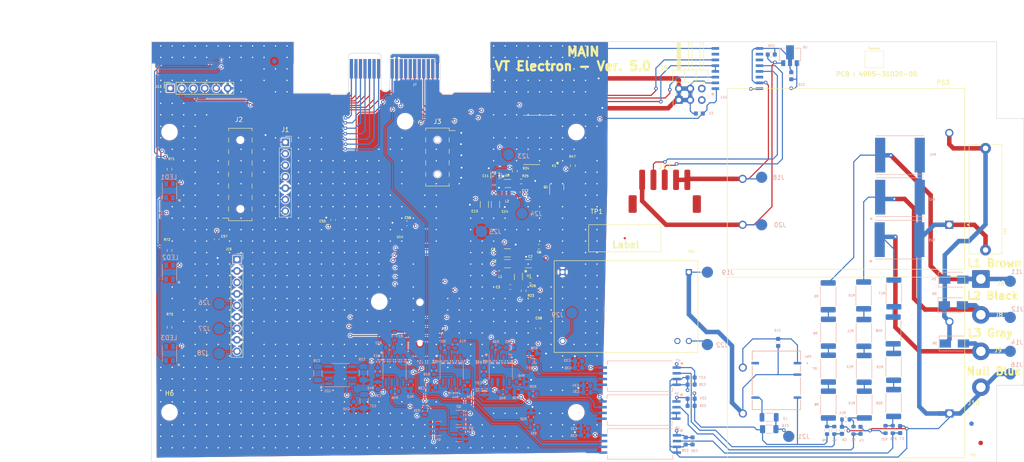
<source format=kicad_pcb>
(kicad_pcb (version 20211014) (generator pcbnew)
  (layers (0 "F.Cu" signal) (1 "In1.Cu" signal) (2 "In2.Cu" signal) (31 "B.Cu" signal) (34 "B.Paste" user) (35 "F.Paste" user) (36 "B.SilkS" user "B.Silkscreen") (37 "F.SilkS" user "F.Silkscreen") (38 "B.Mask" user) (39 "F.Mask" user) (44 "Edge.Cuts" user))
  (net 0 "")
  (net 1 "GND")
  (net 2 "/SDAT7")
  (net 3 "+3V3")
  (net 4 "/uDTR")
  (net 5 "/uDCD")
  (net 6 "/uPWRKEY")
  (net 7 "/Alim")
  (net 8 "/uStatus")
  (net 9 "/RxD")
  (net 10 "/TxD")
  (net 11 "/SYN")
  (net 12 "/SCL")
  (net 13 "/SDAT2")
  (net 14 "/SCS")
  (net 15 "/SDAT3")
  (net 16 "/SDAT4")
  (net 17 "/SDAT5")
  (net 18 "/SDAT6")
  (net 19 "/UCC")
  (net 20 "/UR")
  (net 21 "/US")
  (net 22 "/UT")
  (net 23 "/UR+")
  (net 24 "/US+")
  (net 25 "Net-(R5-Pad2)")
  (net 26 "Net-(R6-Pad2)")
  (net 27 "Net-(R7-Pad2)")
  (net 28 "Net-(R10-Pad2)")
  (net 29 "Net-(R11-Pad2)")
  (net 30 "Net-(R12-Pad2)")
  (net 31 "Net-(R17-Pad2)")
  (net 32 "Net-(R18-Pad2)")
  (net 33 "Net-(R19-Pad2)")
  (net 34 "Net-(C12-Pad1)")
  (net 35 "/RS485_RxD")
  (net 36 "/IRQ2")
  (net 37 "/READY")
  (net 38 "/SCLK")
  (net 39 "/MISO")
  (net 40 "/MOSI")
  (net 41 "/SS")
  (net 42 "/RS485_TxD")
  (net 43 "/RS485_DE")
  (net 44 "/BT_RxD")
  (net 45 "/BT_TxD")
  (net 46 "/LED3")
  (net 47 "/LED2")
  (net 48 "/LED1")
  (net 49 "Net-(C3-Pad1)")
  (net 50 "Net-(C3-Pad2)")
  (net 51 "/UT+")
  (net 52 "/ADE_Reset")
  (net 53 "/Enable")
  (net 54 "/BT_RTS")
  (net 55 "/BT_CTS")
  (net 56 "GNDS")
  (net 57 "/InfoV")
  (net 58 "/+5V")
  (net 59 "/US_Iso")
  (net 60 "/UR_Iso")
  (net 61 "/UT_Iso")
  (net 62 "Net-(R23-Pad1)")
  (net 63 "/VGSM")
  (net 64 "Net-(R1-Pad1)")
  (net 65 "Net-(R4-Pad1)")
  (net 66 "Net-(R16-Pad1)")
  (net 67 "/+3V67")
  (net 68 "Net-(C12-Pad2)")
  (net 69 "Net-(R24-Pad1)")
  (net 72 "/L1")
  (net 73 "/L2")
  (net 74 "/L3")
  (net 75 "Net-(C10-Pad1)")
  (net 76 "/U12V_Iso")
  (net 77 "GND1")
  (net 78 "/U5V_Iso")
  (net 79 "/IRQ1")
  (net 80 "/iUR-")
  (net 81 "/iUR+")
  (net 82 "/iUS+")
  (net 83 "/iUS-")
  (net 84 "/iUT+")
  (net 85 "/iUT-")
  (net 86 "Earth")
  (net 88 "/Vopto")
  (net 89 "/+3V3_UC")
  (net 90 "Net-(LED1-Pad4)")
  (net 91 "Net-(LED2-Pad4)")
  (net 92 "Net-(LED3-Pad4)")
  (net 93 "Net-(R38-Pad1)")
  (net 94 "Net-(R39-Pad1)")
  (net 95 "Net-(R40-Pad1)")
  (net 96 "Net-(R41-Pad1)")
  (net 97 "Net-(R42-Pad1)")
  (net 98 "/-3V3")
  (net 99 "Net-(R27-Pad2)")
  (net 100 "Net-(R29-Pad2)")
  (net 101 "Net-(R31-Pad2)")
  (net 102 "Net-(K1-Pad1)")
  (net 103 "Net-(K1-Pad8)")
  (net 105 "Net-(R43-Pad1)")
  (net 106 "/C+")
  (net 107 "/C-")
  (net 112 "Net-(R2-Pad1)")
  (net 115 "Net-(R3-Pad1)")
  (net 118 "Net-(R15-Pad1)")
  (net 119 "Net-(J1-Pad1)")
  (net 120 "Net-(J1-Pad2)")
  (net 121 "Net-(J1-Pad3)")
  (net 122 "Net-(J1-Pad4)")
  (net 123 "Net-(J1-Pad6)")
  (net 124 "/B-")
  (net 125 "/A+")
  (net 130 "Net-(L3-Pad1)")
  (net 133 "Net-(J1-Pad7)")
  (footprint "Capacitor_SMD:C_0603_1608Metric" (layer "F.Cu") (at 56.525 24.2 180)
    (fp_text reference "C56")
    (fp_text value "100n" hide)
  )
  (footprint "Capacitor_SMD:C_1206_3216Metric" (layer "F.Cu") (at 83.4408 33.1216 180)
    (fp_text reference "C2")
    (fp_text value "10uF/16V" hide)
  )
  (footprint "MountingHole:MountingHole_3.2mm_M3" (layer "F.Cu") (at -33.25 10.66)
    (fp_text reference "H1" hide)
    (fp_text value "MountingHole" hide)
  )
  (footprint "Capacitor_SMD:C_0603_1608Metric" (layer "F.Cu") (at 85.5 47.4 90)
    (fp_text reference "C58")
    (fp_text value "100n")
  )
  (footprint "Connector_PinSocket_2.54mm:PinSocket_2x08_P2.54mm_Vertical_SMD_MOD" (layer "F.Cu") (at 19.675 13.385 180)
    (fp_text reference "J2")
    (fp_text value "Conn_02x08_Counter_Clockwise" hide)
  )
  (footprint "Capacitor_SMD:C_1206_3216Metric" (layer "F.Cu") (at 73.66445 20 -90)
    (fp_text reference "C13")
    (fp_text value "22uF/6,3V" hide)
  )
  (footprint "Connector_PinHeader_2.54mm:PinHeader_2x03_P2.54mm_Horizontal" (layer "F.Cu") (at 116.68 -3.085 90)
    (fp_text reference "J5")
    (fp_text value "DS1022-2*10RF11x3")
  )
  (footprint "Resistor_SMD:R_0603_1608Metric" (layer "F.Cu") (at 93.218 11.43 -90)
    (fp_text reference "R47")
    (fp_text value "47")
  )
  (footprint "Capacitor_SMD:C_1206_3216Metric" (layer "F.Cu") (at 78.7408 33.1216)
    (fp_text reference "C9")
    (fp_text value "22uF/6,3V" hide)
  )
  (footprint "Connector_PinSocket_2.54mm:PinSocket_2x05_P2.54mm_Vertical_SMD" (layer "F.Cu") (at 63.275 9.525)
    (fp_text reference "J3")
    (fp_text value "Conn_02x05_Counter_Clockwise")
  )
  (footprint "Inductanta744:744383130033" (layer "F.Cu") (at 78.55 17.725)
    (fp_text reference "L2")
    (fp_text value "744383130033" hide)
  )
  (footprint "Capacitor_SMD:C_0603_1608Metric" (layer "F.Cu") (at 40.2 23.425 90)
    (fp_text reference "C55")
    (fp_text value "100n")
  )
  (footprint "Capacitor_SMD:C_1206_3216Metric" (layer "F.Cu") (at 78.7408 30.7216)
    (fp_text reference "C8")
    (fp_text value "22uF/6,3V" hide)
  )
  (footprint "MountingHole:MountingHole_3.2mm_M3" (layer "F.Cu") (at 56.125 1.61)
    (fp_text reference "H9" hide)
    (fp_text value "MountingHole" hide)
  )
  (footprint "Relay_SMD:Relay_Fujitsu_FTR-B4GA003" (layer "F.Cu") (at 85.9028 5.7404 180)
    (fp_text reference "K1")
    (fp_text value "FTR-B4GA003Z-B05")
  )
  (footprint "Inductanta744:744383130033" (layer "F.Cu") (at 78.7408 35.7216 -90)
    (fp_text reference "L1")
    (fp_text value "744383130033" hide)
  )
  (footprint "MountingHole:MountingHole_3.2mm_M3" (layer "F.Cu") (at -16.8 19)
    (fp_text reference "H4" hide)
    (fp_text value "MountingHole" hide)
  )
  (footprint "MountingHole:MountingHole_3.2mm_M3" (layer "F.Cu") (at 4 66)
    (fp_text reference "H6")
    (fp_text value "MountingHole")
  )
  (footprint "Capacitor_THT:C_Rect_L24.0mm_W7.0mm_P22.50mm_MKT" (layer "F.Cu") (at 184.531 7.5968 -90)
    (fp_text reference "C52")
    (fp_text value "F862DI224K310ZLH0J")
  )
  (footprint "Connector_JST:A2501-SR05-XH5AWB" (layer "F.Cu") (at 113.5634 17.4192)
    (fp_text reference "J17")
    (fp_text value "A2501-SR05-XH5AWB")
  )
  (footprint "Fiducial:Fiducial_1mm_Mask2mm" (layer "F.Cu") (at 183.4642 72.771)
    (fp_text reference "FID3" hide)
    (fp_text value "Fiducial" hide)
  )
  (footprint "Fiducial:Fiducial_1mm_Mask2mm" (layer "F.Cu") (at 28.1178 -6.7564)
    (fp_text reference "FID4" hide)
    (fp_text value "Fiducial" hide)
  )
  (footprint "Resistor_SMD:R_0603_1608Metric" (layer "F.Cu") (at 80.38945 12.625 90)
    (fp_text reference "R24")
    (fp_text value "4k7")
  )
  (footprint "Package_TO_SOT_SMD:SOT-563" (layer "F.Cu") (at 81.1908 36.0716 -90)
    (fp_text reference "U1")
    (fp_text value "AP62250Z6" hide)
  )
  (footprint "Connector_PCBEdge:BUS_PCIexpress_x1" (layer "F.Cu") (at 63.25 -10 180)
    (fp_text reference "J7")
    (fp_text value "Bus_PCI_Express_x1_MOD")
    (fp_line (start 10.55 -4) (end 10.55 2.95) (layer "Edge.Cuts") (width 0.1))
    (fp_line (start -0.15 3.45) (end 10.05 3.45) (layer "Edge.Cuts") (width 0.1))
    (fp_line (start 12.45 -4) (end 12.45 2.95) (layer "Edge.Cuts") (width 0.1))
    (fp_line (start 12.95 3.45) (end 19.15 3.45) (layer "Edge.Cuts") (width 0.1))
    (fp_line (start 10.55 2.95) (end 10.05 3.45) (layer "Edge.Cuts") (width 0.1))
    (fp_line (start -0.65 2.95) (end -0.15 3.45) (layer "Edge.Cuts") (width 0.1))
    (fp_line (start -0.65 -4.95) (end -0.65 2.95) (layer "Edge.Cuts") (width 0.1))
    (fp_line (start 12.45 2.95) (end 12.95 3.45) (layer "Edge.Cuts") (width 0.1))
    (fp_line (start 19.65 2.95) (end 19.15 3.45) (layer "Edge.Cuts") (width 0.1))
    (fp_line (start 19.65 -4.95) (end 19.65 2.95) (layer "Edge.Cuts") (width 0.1))
    (fp_arc (start 10.55 -4) (mid 11.5 -4.95) (end 12.45 -4) (layer "Edge.Cuts") (width 0.1))
  )
  (footprint "Capacitor_SMD:C_0603_1608Metric" (layer "F.Cu") (at 14.45 27.725 -90)
    (fp_text reference "C57")
    (fp_text value "100n")
  )
  (footprint "Resistor_SMD:R_0603_1608Metric" (layer "F.Cu") (at 4 12.2 90)
    (fp_text reference "R71")
    (fp_text value "220")
  )
  (footprint "Capacitor_SMD:C_1206_3216Metric" (layer "F.Cu") (at 76.11445 20 -90)
    (fp_text reference "C14")
    (fp_text value "22uF/6,3V" hide)
  )
  (footprint "Connector_Wire:DELTA_R_SolderWire-1.5sqmm_1x01_D1.7mm_OD3.9mm" (layer "F.Cu") (at 183.5 44.5)
    (fp_text reference "J8")
    (fp_text value "Conn_01x01_Female" hide)
  )
  (footprint "Resistor_SMD:R_0603_1608Metric" (layer "F.Cu") (at 4 30.2 90)
    (fp_text reference "R72")
    (fp_text value "220")
  )
  (footprint "Resistor_SMD:R_0603_1608Metric" (layer "F.Cu") (at 82.3408 39.0966 -90)
    (fp_text reference "R23")
    (fp_text value "4k7")
  )
  (footprint "Package_TO_SOT_SMD:SOT-563" (layer "F.Cu") (at 78.86445 15.375)
    (fp_text reference "U8")
    (fp_text value "AP62250Z6" hide)
  )
  (footprint "Capacitor_SMD:C_0603_1608Metric" (layer "F.Cu") (at 79.3908 38.2716)
    (fp_text reference "C3")
    (fp_text value "100n" hide)
  )
  (footprint "THM 10-0511:CONV_THM_10-0511" (layer "F.Cu") (at 105 42.6 180)
    (fp_text reference "PS2")
    (fp_text value "THM_10-0511")
  )
  (footprint "Connector_PinSocket_2.54mm:PinSocket_1x06_P2.54mm_Vertical" (layer "F.Cu") (at 4.175 -5.6896 90)
    (fp_text reference "J13")
    (fp_text value "Conn_01x06_Female" hide)
  )
  (footprint "RAC15:CONV_RAC15-12SK_480" (layer "F.Cu") (at 153.6875 56.1 180)
    (fp_text reference "PS1")
    (fp_text value "RAC15-05SK/480")
  )
  (footprint "MountingHole:MountingHole_3.2mm_M3" (layer "F.Cu") (at 94 4)
    (fp_text reference "H3" hide)
    (fp_text value "MountingHole")
  )
  (footprint "Resistor_SMD:R_0603_1608Metric" (layer "F.Cu") (at 81.78945 14.925 180)
    (fp_text reference "R25")
    (fp_text value "1k3")
  )
  (footprint "RAC15:CONV_RAC15-12SK_480" (layer "F.Cu") (at 153.645 14.35 180)
    (fp_text reference "PS3")
    (fp_text value "RAC15-05SK/480" hide)
  )
  (footprint "Capacitor_SMD:C_0603_1608Metric" (layer "F.Cu") (at 81.06445 17.275 90)
    (fp_text reference "C12")
    (fp_text value "100n")
  )
  (footprint "Connector_Wire:DELTA_R_SolderWire-1.5sqmm_1x01_D1.7mm_OD3.9mm" (layer "F.Cu") (at 183.5 52.5)
    (fp_text reference "J9")
    (fp_text value "Conn_01x01_Female" hide)
  )
  (footprint "Package_TO_SOT_SMD:SOT-23" (layer "F.Cu") (at 89.67 16.15 90)
    (fp_text reference "Q1")
    (fp_text value "DTC143T" hide)
  )
  (footprint "Connector_Wire:DELTA_SolderWire-1.5sqmm_1x01_D1.7mm_OD3.9mm" (layer "F.Cu") (at 183.5 36.5)
    (fp_text reference "J6")
    (fp_text value "Conn_01x01_Female" hide)
  )
  (footprint "Capacitor_SMD:C_0603_1608Metric" (layer "F.Cu") (at 85.72625 29.3366 180)
    (fp_text reference "C5")
    (fp_text value "100n")
  )
  (footprint "MountingHole:MountingHole_3.2mm_M3" (layer "F.Cu") (at -22.5937 28.3981)
    (fp_text reference "H5" hide)
    (fp_text value "MountingHole" hide)
  )
  (footprint "MountingHole:MountingHole_3.2mm_M3" (layer "F.Cu") (at 184 4)
    (fp_text reference "H2" hide)
    (fp_text value "MountingHole")
  )
  (footprint "Resistor_SMD:R_0603_1608Metric" (layer "F.Cu") (at 83.8408 36.8216 180)
    (fp_text reference "R26")
    (fp_text value "1k5" hide)
  )
  (footprint "MountingHole:MountingHole_3.2mm_M3" (layer "F.Cu") (at 50.4114 41.5036)
    (fp_text reference "H11" hide)
    (fp_text value "MountingHole" hide)
  )
  (footprint "Resistor_SMD:R_0603_1608Metric" (layer "F.Cu") (at 4 47.2 90)
    (fp_text reference "R73")
    (fp_text value "220")
  )
  (footprint "Connector_Wire:DELTA_R_SolderWire-1.5sqmm_1x01_D1.7mm_OD3.9mm" (layer "F.Cu") (at 183.5 60.5)
    (fp_text reference "J10")
    (fp_text value "Conn_01x01_Female" hide)
  )
  (footprint "Symbol:Eticheta" (layer "F.Cu") (at 104.7242 27.4828)
    (fp_text reference "TP1")
    (fp_text value "Eticheta" hide)
  )
  (footprint "Connector_PinSocket_2.54mm:PinSocket_1x09_P2.54mm_Vertical" (layer "F.Cu") (at 18.925 32.18)
    (fp_text reference "J15")
    (fp_text value "DS1002-03-1*36131(9)")
  )
  (footprint "PCI_SMD_MOD:10061913-100CLF" (layer "F.Cu") (at 59.4 41.65 -90)
    (fp_text reference "U14")
    (fp_text value "10061913-100CLF")
  )
  (footprint "Connector_PinSocket_2.54mm:PinSocket_1x07_P2.54mm_Vertical" (layer "F.Cu") (at 29.616 6.243)
    (fp_text reference "J1")
    (fp_text value "Conn_01x07_Female")
  )
  (footprint "Capacitor_SMD:C_1206_3216Metric" (layer "F.Cu") (at 75.98945 13.55 90)
    (fp_text reference "C11")
    (fp_text value "10uF/16V")
  )
  (footprint "Resistor_SMD:R_0603_1608Metric" (layer "B.Cu") (at 151.07 69.9825 -90)
    (fp_text reference "R4")
    (fp_text value "10")
  )
  (footprint "MOVS4032V510:MOVS4032V460" (layer "B.Cu") (at 165.5 27.8)
    (fp_text reference "RV3")
    (fp_text value "MOVS4032V510" hide)
  )
  (footprint "Resistor_SMD:R_0603_1608Metric" (layer "B.Cu") (at 77.7525 61.4625)
    (fp_text reference "R45")
    (fp_text value "15k")
  )
  (footprint "Inductor_SMD:L_1206_3216Metric" (layer "B.Cu") (at 136.652 67.1068)
    (fp_text reference "L3")
    (fp_text value "CBC3225T220MR")
  )
  (footprint "Resistor_SMD:R_2512_6332Metric" (layer "B.Cu") (at 149.72 40.3325 -90)
    (fp_text reference "R5")
    (fp_text value "249k")
  )
  (footprint "Resistor_SMD:R_2512_6332Metric" (layer "B.Cu") (at 164.2 63.9375 -90)
    (fp_text reference "R20")
    (fp_text value "249k")
  )
  (footprint "Capacitor_SMD:C_0603_1608Metric" (layer "B.Cu") (at 121.2088 -0.1016 180)
    (fp_text reference "C1")
    (fp_text value "100n")
  )
  (footprint "Resistor_SMD:R_0603_1608Metric" (layer "B.Cu") (at 83.9775 66.9625 -90)
    (fp_text reference "R32")
    (fp_text value "3k")
  )
  (footprint "Resistor_SMD:R_2512_6332Metric" (layer "B.Cu") (at 157.72 64.2825 -90)
    (fp_text reference "R13")
    (fp_text value "249k")
  )
  (footprint "Resistor_SMD:R_0603_1608Metric" (layer "B.Cu") (at 69.9825 60.1225 -90)
    (fp_text reference "R38")
    (fp_text value "3k")
  )
  (footprint "Capacitor_SMD:C_0603_1608Metric" (layer "B.Cu") (at 119.7102 72.3392 -90)
    (fp_text reference "C30")
    (fp_text value "1uF" hide)
  )
  (footprint "Capacitor_SMD:C_0603_1608Metric" (layer "B.Cu") (at 119.4054 64.5668)
    (fp_text reference "C26")
    (fp_text value "1uF" hide)
  )
  (footprint "Capacitor_SMD:C_1206_3216Metric" (layer "B.Cu") (at 36.8125 57.3725 90)
    (fp_text reference "C18")
    (fp_text value "10u")
  )
  (footprint "Package_SO:SO-8_3.9x4.9mm_P1.27mm" (layer "B.Cu") (at 77.286054 56.7225 -90)
    (fp_text reference "U3")
    (fp_text value "LM358")
  )
  (footprint "Capacitor_SMD:C_1206_3216Metric" (layer "B.Cu") (at 46.9125 57.3625 90)
    (fp_text reference "C19")
    (fp_text value "10u")
  )
  (footprint "TestPoint:TestPoint_Pad_2.5x2.5mm_Delta" (layer "B.Cu") (at 123 51 180)
    (fp_text reference "J22")
    (fp_text value "Conn_01x01_Female" hide)
  )
  (footprint "Capacitor_SMD:C_0603_1608Metric" (layer "B.Cu") (at 156.87 69.9825 90)
    (fp_text reference "C4")
    (fp_text value "1n")
  )
  (footprint "Resistor_SMD:R_2512_6332Metric" (layer "B.Cu") (at 149.77 56.3325 -90)
    (fp_text reference "R7")
    (fp_text value "249k")
  )
  (footprint "TestPoint:TestPoint_Pad_2.5x2.5mm_Delta" (layer "B.Cu") (at 190 57.5 180)
    (fp_text reference "J16")
    (fp_text value "Conn_01x01_Female" hide)
  )
  (footprint "LedSMD_Cree:CLM2D-GPC-CB0E0793" (layer "B.Cu") (at 4 17 90)
    (fp_text reference "LED1")
    (fp_text value "CLM2D-GPC-CB0E0793" hide)
  )
  (footprint "Resistor_SMD:R_0603_1608Metric" (layer "B.Cu") (at 64.8525 51.7125)
    (fp_text reference "R37")
    (fp_text value "3k")
  )
  (footprint "TestPoint:TestPoint_Pad_2.5x2.5mm_Delta" (layer "B.Cu") (at 73 26 180)
    (fp_text reference "J25")
    (fp_text value "Conn_01x01_Female" hide)
  )
  (footprint "Fiducial:Fiducial_1mm_Mask2mm" (layer "B.Cu") (at 27.2034 -11.684 180)
    (fp_text reference "FID1" hide)
    (fp_text value "Fiducial" hide)
  )
  (footprint "Capacitor_SMD:C_0603_1608Metric" (layer "B.Cu") (at 73.66 61.341 -90)
    (fp_text reference "C37")
    (fp_text value "100n" hide)
  )
  (footprint "MOVS4032V510:MOVS4032V460" (layer "B.Cu") (at 165.6 9.1)
    (fp_text reference "RV1")
    (fp_text value "MOVS4032V510" hide)
  )
  (footprint "TestPoint:TestPoint_Pad_2.5x2.5mm_Delta" (layer "B.Cu") (at 190 37 180)
    (fp_text reference "J11")
    (fp_text value "Conn_01x01_Female" hide)
  )
  (footprint "TestPoint:TestPoint_Pad_2.5x2.5mm_Delta" (layer "B.Cu") (at 123 35 180)
    (fp_text reference "J19")
    (fp_text value "Conn_01x01_Female" hide)
  )
  (footprint "Capacitor_SMD:C_0603_1608Metric" (layer "B.Cu") (at 96.3422 61.6204 180)
    (fp_text reference "C31")
    (fp_text value "100n" hide)
  )
  (footprint "Package_TO_SOT_SMD:SOT-23" (layer "B.Cu") (at 67.9704 70.9168 180)
    (fp_text reference "Q3")
    (fp_text value "DTC143E" hide)
  )
  (footprint "Resistor_SMD:R_0603_1608Metric" (layer "B.Cu") (at 84.4225 54.6325)
    (fp_text reference "R27")
    (fp_text value "3k")
  )
  (footprint "Resistor_SMD:R_2512_6332Metric" (layer "B.Cu") (at 149.77 48.3825 -90)
    (fp_text reference "R6")
    (fp_text value "249k")
  )
  (footprint "Resistor_SMD:R_0603_1608Metric" (layer "B.Cu") (at 57.4025 59.9125 -90)
    (fp_text reference "R42")
    (fp_text value "3k")
  )
  (footprint "TestPoint:TestPoint_Pad_2.5x2.5mm_Delta" (layer "B.Cu") (at 15 42 180)
    (fp_text reference "J26")
    (fp_text value "Conn_01x01_Female" hide)
  )
  (footprint "Resistor_SMD:R_0603_1608Metric" (layer "B.Cu") (at 50.0325 56.9525 90)
    (fp_text reference "R43")
    (fp_text value "3k")
  )
  (footprint "AMC1400:AMC1400QDWLRQ1" (layer "B.Cu") (at 108 65.5 180)
    (fp_text reference "U4")
    (fp_text value "AMC1400QDWLRQ1" hide)
  )
  (footprint "TestPoint:TestPoint_Pad_2.5x2.5mm_Delta" (layer "B.Cu") (at 79 9 180)
    (fp_text reference "J23")
    (fp_text value "Conn_01x01_Female" hide)
  )
  (footprint "TestPoint:TestPoint_Pad_2.5x2.5mm_Delta" (layer "B.Cu") (at 15 47.5 180)
    (fp_text reference "J27")
    (fp_text value "Conn_01x01_Female" hide)
  )
  (footprint "TestPoint:TestPoint_Pad_2.5x2.5mm_Delta" (layer "B.Cu") (at 140.9954 71.3232 180)
    (fp_text reference "J21")
    (fp_text value "Conn_01x01_Female" hide)
  )
  (footprint "Resistor_SMD:R_0603_1608Metric" (layer "B.Cu") (at 81.1275 61.4875)
    (fp_text reference "R30")
    (fp_text value "3k")
  )
  (footprint "TestPoint:TestPoint_Pad_2.5x2.5mm_Delta" (layer "B.Cu") (at 135 24.5 180)
    (fp_text reference "J20")
    (fp_text value "Conn_01x01_Female" hide)
  )
  (footprint "Capacitor_SMD:C_0603_1608Metric" (layer "B.Cu") (at 44.7294 64.4528 -90)
    (fp_text reference "C40")
    (fp_text value "100n" hide)
  )
  (footprint "Capacitor_SMD:C_0603_1608Metric" (layer "B.Cu") (at 119.4054 62.992)
    (fp_text reference "C24")
    (fp_text value "100n" hide)
  )
  (footprint "Package_TO_SOT_SMD:SOT-23" (layer "B.Cu") (at 67.9958 67.1322 180)
    (fp_text reference "Q2")
    (fp_text value "DTC143E" hide)
  )
  (footprint "Resistor_SMD:R_0603_1608Metric" (layer "B.Cu") (at 84.6725 69.2825)
    (fp_text reference "R31")
    (fp_text value "3k")
  )
  (footprint "Capacitor_SMD:C_0603_1608Metric" (layer "B.Cu") (at 95.7834 69.5452 180)
    (fp_text reference "C32")
    (fp_text value "100n" hide)
  )
  (footprint "Package_TO_SOT_SMD:SOT-23" (layer "B.Cu") (at 63.5254 69.596)
    (fp_text reference "Q4")
    (fp_text value "DTC143E" hide)
  )
  (footprint "LedSMD_Cree:CLM2D-GPC-CB0E0793" (layer "B.Cu") (at 4 35 90)
    (fp_text reference "LED2")
    (fp_text value "CLM2D-GPC-CB0E0793" hide)
  )
  (footprint "Capacitor_SMD:C_0603_1608Metric" (layer "B.Cu") (at 94.4756 56.1848 180)
    (fp_text reference "C36")
    (fp_text value "1uF" hide)
  )
  (footprint "AMC1400:AMC1400QDWLRQ1" (layer "B.Cu") (at 108.1 73 180)
    (fp_text reference "U6")
    (fp_text value "AMC1400QDWLRQ1" hide)
  )
  (footprint "TestPoint:TestPoint_Pad_2.5x2.5mm_Delta" (layer "B.Cu") (at 93 44 180)
    (fp_text reference "J29")
    (fp_text value "Conn_01x01_Female" hide)
  )
  (footprint "Capacitor_SMD:C_1206_3216Metric" (layer "B.Cu") (at 47.0525 63.5625 90)
    (fp_text reference "C17")
    (fp_text value "10u")
  )
  (footprint "Resistor_SMD:R_2512_6332Metric" (layer "B.Cu") (at 157.67 56.3825 -90)
    (fp_text reference "R12")
    (fp_text value "249k")
  )
  (footprint "Resistor_SMD:R_0603_1608Metric" (layer "B.Cu") (at 79.2575 51.6925)
    (fp_text reference "R3")
    (fp_text value "3k")
  )
  (footprint "Capacitor_SMD:C_0603_1608Metric" (layer "B.Cu") (at 165.64 69.8075 90)
    (fp_text reference "C7")
    (fp_text value "1n")
  )
  (footprint "MOVS4032V510:MOVS4032V460" (layer "B.Cu") (at 165.6 18.4)
    (fp_text reference "RV2")
    (fp_text value "MOVS4032V510" hide)
  )
  (footprint "Resistor_SMD:R_0603_1608Metric" (layer "B.Cu") (at 153.595 67.5825 180)
    (fp_text reference "R14")
    (fp_text value "150")
  )
  (footprint "Capacitor_SMD:C_0603_1608Metric" (layer "B.Cu") (at 137.1346 -13.1572)
    (fp_text reference "C25")
    (fp_text value "100n")
  )
  (footprint "Diode_SMD:D_SMA" (layer "B.Cu") (at 177.6476 50.7746)
    (fp_text reference "D6")
    (fp_text value "BYG21M-E3/TR")
  )
  (footprint "ISO1410:DW0016B_HV" (layer "B.Cu") (at 129.64 -10.06)
    (fp_text reference "U11")
    (fp_text value "ISO1410BDWR")
  )
  (footprint "Capacitor_SMD:C_0603_1608Metric" (layer "B.Cu") (at 119.4054 58.293 180)
    (fp_text reference "C27")
    (fp_text value "100n" hide)
  )
  (footprint "Resistor_SMD:R_2512_6332Metric" (layer "B.Cu") (at 157.62 48.4325 -90)
    (fp_text reference "R11")
    (fp_text value "249k")
  )
  (footprint "AMC1400:AMC1400QDWLRQ1" (layer "B.Cu") (at 108.05 58 180)
    (fp_text reference "U7")
    (fp_text value "AMC1400QDWLRQ1" hide)
  )
  (footprint "Fiducial:Fiducial_1mm_Mask2mm" (layer "B.Cu") (at 181.4322 68.5038 180)
    (fp_text reference "FID2" hide)
    (fp_text value "Fiducial" hide)
  )
  (footprint "Diode_SMD:D_SMA" (layer "B.Cu") (at 177.419 42.3164)
    (fp_text reference "D5")
    (fp_text value "BYG21M-E3/TR")
  )
  (footprint "Resistor_SMD:R_2512_6332Metric" (layer "B.Cu") (at 164.2 55.9375 -90)
    (fp_text reference "R19")
    (fp_text value "249k")
  )
  (footprint "Capacitor_SMD:C_0603_1608Metric" (layer "B.Cu") (at 62.0776 60.5282 180)
    (fp_text reference "C38")
    (fp_text value "100n" hide)
  )
  (footprint "TestPoint:TestPoint_Pad_2.5x2.5mm_Delta" (layer "B.Cu") (at 190 45 180)
    (fp_text reference "J12")
    (fp_text value "Conn_01x01_Female" hide)
  )
  (footprint "Capacitor_SMD:C_0603_1608Metric" (layer "B.Cu") (at 96.3422 60.071 180)
    (fp_text reference "C34")
    (fp_text value "1uF" hide)
  )
  (footprint "Resistor_SMD:R_0603_1608Metric" (layer "B.Cu") (at 53.8525 61.3525)
    (fp_text reference "R46")
    (fp_text value " 15k")
  )
  (footprint "Resistor_SMD:R_0603_1608Metric" (layer "B.Cu") (at 60.5275 65.6875 -90)
    (fp_text reference "R35")
    (fp_text value "1k")
  )
  (footprint "Diode_SMD:D_SMA" (layer "B.Cu") (at 177.5206 36.6522)
    (fp_text reference "D4")
    (fp_text value "BYG21M-E3/TR")
  )
  (footprint "Resistor_SMD:R_2512_6332Metric" (layer "B.Cu") (at 149.77 64.2825 -90)
    (fp_text reference "R8")
    (fp_text value "249k")
  )
  (footprint "Resistor_SMD:R_0603_1608Metric" (layer "B.Cu") (at 73.5425 56.9825 90)
    (fp_text reference "R41")
    (fp_text value "3k")
  )
  (footprint "Resistor_SMD:R_0603_1608Metric" (layer "B.Cu") (at 62.4925 56.7675 90)
    (fp_text reference "R39")
    (fp_text value "3k")
  )
  (footprint "Resistor_SMD:R_0603_1608Metric" (layer "B.Cu") (at 76.1925 51.6725)
    (fp_text reference "R36")
    (fp_text value "3k")
  )
  (footprint "Resistor_SMD:R_0603_1608Metric" (layer "B.Cu") (at 84.4275 52.9875 180)
    (fp_text reference "R28")
    (fp_text value "3k")
  )
  (footprint "Resistor_SMD:R_2512_6332Metric" (layer "B.Cu") (at 157.57 40.1325 -90)
    (fp_text reference "R10")
    (fp_text value "249k")
  )
  (footprint "Capacitor_SMD:C_0603_1608Metric" (layer "B.Cu") (at 138.6586 50.5336 90)
    (fp_text reference "C15")
    (fp_text value "100n")
  )
  (footprint "Capacitor_SMD:C_0603_1608Metric" (layer "B.Cu") (at 94.488 54.61 180)
    (fp_text reference "C33")
    (fp_text value "100n" hide)
  )
  (footprint "Package_SO:SO-8_3.9x4.9mm_P1.27mm" (layer "B.Cu") (at 41.8125 57.7625)
    (fp_text reference "U21")
    (fp_text value "LM2662MX")
  )
  (footprint "Resistor_SMD:R_0603_1608Metric" (layer "B.Cu") (at 149.47 69.9825 -90)
    (fp_text reference "R9")
    (fp_text value "150")
  )
  (footprint "Capacitor_SMD:C_0603_1608Metric" (layer "B.Cu") (at 141.5542 -8.4582 90)
    (fp_text reference "C10")
    (fp_text value "100n")
  )
  (footprint "Capacitor_SMD:C_0603_1608Metric" (layer "B.Cu") (at 118.1862 72.3392 -90)
    (fp_text reference "C29")
    (fp_text value "100n" hide)
  )
  (footprint "Resistor_SMD:R_0603_1608Metric" (layer "B.Cu") (at 162.4 69.7875 -90)
    (fp_text reference "R21")
    (fp_text value "150")
  )
  (footprint "TestPoint:TestPoint_Pad_2.5x2.5mm_Delta" (layer "B.Cu") (at 190 52.5 180)
    (fp_text reference "J14")
    (fp_text value "Conn_01x01_Female" hide)
  )
  (footprint "Capacitor_SMD:C_0603_1608Metric" (layer "B.Cu") (at 119.4054 59.8678 180)
    (fp_text reference "C28")
    (fp_text value "1uF" hide)
  )
  (footprint "Package_SO:SO-8_3.9x4.9mm_P1.27mm" (layer "B.Cu") (at 66.426054 56.7225 -90)
    (fp_text reference "U12")
    (fp_text value "LM358")
  )
  (footprint "Resistor_SMD:R_0603_1608Metric" (layer "B.Cu") (at 52.6825 51.6925)
    (fp_text reference "R22")
    (fp_text value "3k")
  )
  (footprint "Resistor_SMD:R_0603_1608Metric" (layer "B.Cu") (at 155.32 69.9825 -90)
    (fp_text reference "R1")
    (fp_text value "10")
  )
  (footprint "Resistor_SMD:R_0603_1608Metric" (layer "B.Cu") (at 81.6225 59.2425)
    (fp_text reference "R40")
    (fp_text value "3k")
  )
  (footprint "Capacitor_SMD:C_1206_3216Metric" (layer "B.Cu") (at 136.6774 69.723 180)
    (fp_text reference "C16")
    (fp_text value "10uF/16V")
  )
  (footprint "Package_SO:SO-8_3.9x4.9mm_P1.27mm" (layer "B.Cu") (at 53.786054 56.7225 -90)
    (fp_text reference "U13")
    (fp_text value "LM358")
  )
  (footprint "Resistor_SMD:R_2512_6332Metric" (layer "B.Cu") (at 164.25 39.6875 -90)
    (fp_text reference "R17")
    (fp_text value "249k")
  )
  (footprint "LedSMD_Cree:CLM2D-GPC-CB0E0793" (layer "B.Cu") (at 4 53 90)
    (fp_text reference "LED3")
    (fp_text value "CLM2D-GPC-CB0E0793" hide)
  )
  (footprint "NXE2S0505MC-R7:NXE2_SINGLE_SURFACE_MUR" (layer "B.Cu") (at 138.2522 58.928 180)
    (fp_text reference "PS4")
    (fp_text value "NXE2S0505MC-R7")
  )
  (footprint "TestPoint:TestPoint_Pad_2.5x2.5mm_Delta" (layer "B.Cu") (at 135 14 180)
    (fp_text reference "J18")
    (fp_text value "Conn_01x01_Female" hide)
  )
  (footprint "Capacitor_SMD:C_0603_1608Metric" (layer "B.Cu") (at 50.038 60.058 90)
    (fp_text reference "C39")
    (fp_text value "100n" hide)
  )
  (footprint "Resistor_SMD:R_2512_6332Metric" (layer "B.Cu") (at 164.1 47.8875 -90)
    (fp_text reference "R18")
    (fp_text value "249k")
  )
  (footprint "Resistor_SMD:R_0603_1608Metric" (layer "B.Cu") (at 164 69.7875 -90)
    (fp_text reference "R16")
    (fp_text value "10")
  )
  (footprint "Resistor_SMD:R_0603_1608Metric" (layer "B.Cu") (at 67.2625 61.2425)
    (fp_text reference "R44")
    (fp_text value "15k")
  )
  (footprint "TestPoint:TestPoint_Pad_2.5x2.5mm_Delta" (layer "B.Cu") (at 15 53 180)
    (fp_text reference "J28")
    (fp_text value "Conn_01x01_Female" hide)
  )
  (footprint "Resistor_SMD:R_0603_1608Metric" (layer "B.Cu") (at 67.1925 50.9775 90)
    (fp_text reference "R15")
    (fp_text value "3k")
  )
  (footprint "Resistor_SMD:R_0603_1608Metric" (layer "B.Cu") (at 84.4225 61.8325)
    (fp_text reference "R29")
    (fp_text value "3k")
  )
  (footprint "Capacitor_SMD:C_0603_1608Metric" (layer "B.Cu") (at 95.7834 71.0692 180)
    (fp_text reference "C35")
    (fp_text value "1uF" hide)
  )
  (footprint "Capacitor_SMD:C_0603_1608Metric" (layer "B.Cu") (at 152.77 69.9825 90)
    (fp_text reference "C6")
    (fp_text value "1n")
  )
  (footprint "Resistor_SMD:R_0603_1608Metric" (layer "B.Cu") (at 53.7625 49.1775 90)
    (fp_text reference "R2")
    (fp_text value "3k")
  )
  (footprint "Package_TO_SOT_SMD:SOT-89-3" (layer "B.Cu") (at 141.2748 -12.9032 90)
    (fp_text reference "U5")
    (fp_text value "L78L05ACUTR" hide)
  )
  (footprint "TestPoint:TestPoint_Pad_2.5x2.5mm_Delta" (layer "B.Cu") (at 82 22 180)
    (fp_text reference "J24")
    (fp_text value "Conn_01x01_Female" hide)
  )
  (gr_rect (start 157.861 -10.2108) (end 161.9758 -13.8684) (layer "F.SilkS") (width 0.1) (fill none))
  (gr_line (start 63.9 -5.05) (end 64.52 -4.43) (layer "Edge.Cuts") (width 0.1))
  (gr_line (start 39.83 -4.43) (end 39.55 -4.71) (layer "Edge.Cuts") (width 0.1))
  (gr_line (start 31.55 -4.71) (end 31.55 -16) (layer "Edge.Cuts") (width 0.1))
  (gr_line (start 64.52 -4.43) (end 66.45 -4.43) (layer "Edge.Cuts") (width 0.1))
  (gr_line (start 187 77) (end 0 77) (layer "Edge.Cuts") (width 0.1))
  (gr_line (start 0 -16) (end 31.55 -16) (layer "Edge.Cuts") (width 0.1))
  (gr_line (start 74.92 -4.9) (end 74.92 -16) (layer "Edge.Cuts") (width 0.1))
  (gr_line (start 42.98 -4.43) (end 39.83 -4.43) (layer "Edge.Cuts") (width 0.1))
  (gr_line (start 74.92 -16) (end 187 -16) (layer "Edge.Cuts") (width 0.1))
  (gr_line (start 193 1) (end 193 60) (layer "Edge.Cuts") (width 0.1))
  (gr_line (start 0 -16) (end 0 0) (layer "Edge.Cuts") (width 0.1))
  (gr_line (start 0 77) (end 0 0) (layer "Edge.Cuts") (width 0.1))
  (gr_line (start 187 1) (end 187 -16) (layer "Edge.Cuts") (width 0.1))
  (gr_line (start 187 1) (end 193 1) (layer "Edge.Cuts") (width 0.1))
  (gr_line (start 66.45 -4.43) (end 66.92 -4.9) (layer "Edge.Cuts") (width 0.1))
  (gr_line (start 31.55 -4.71) (end 39.55 -4.71) (layer "Edge.Cuts") (width 0.1))
  (gr_line (start 43.6 -5.05) (end 42.98 -4.43) (layer "Edge.Cuts") (width 0.1))
  (gr_line (start 187 60) (end 193 60) (layer "Edge.Cuts") (width 0.1))
  (gr_line (start 66.92 -4.9) (end 74.92 -4.9) (layer "Edge.Cuts") (width 0.1))
  (gr_line (start 187 60) (end 187 77) (layer "Edge.Cuts") (width 0.1))
  (gr_text "*" (at 74.0664 53.594) (layer "B.SilkS") (effects (font (size 1 1) (thickness 0.2))))
  (gr_text "*" (at 63.1444 53.848) (layer "B.SilkS") (effects (font (size 1 1) (thickness 0.2))))
  (gr_text "*" (at 124.1806 -4.064) (layer "B.SilkS") (effects (font (size 1 1) (thickness 0.2))))
  (gr_text "*" (at 117.2718 70.358) (layer "B.SilkS") (effects (font (size 1 1) (thickness 0.2))))
  (gr_text "*" (at 6.1976 19.431) (layer "B.SilkS") (effects (font (size 1 1) (thickness 0.2))))
  (gr_text "*" (at 50.9524 53.1368) (layer "B.SilkS") (effects (font (size 1 1) (thickness 0.2))))
  (gr_text "*" (at 37.5666 60.7822) (layer "B.SilkS") (effects (font (size 1 1) (thickness 0.2))))
  (gr_text "*" (at 117.3734 55.499) (layer "B.SilkS") (effects (font (size 1 1) (thickness 0.2))))
  (gr_text "*" (at 6.0452 55.8038) (layer "B.SilkS") (effects (font (size 1 1) (thickness 0.2))))
  (gr_text "*" (at 117.2718 62.4332) (layer "B.SilkS") (effects (font (size 1 1) (thickness 0.2))))
  (gr_text "*" (at 6.0706 37.5412) (layer "B.SilkS") (effects (font (size 1 1) (thickness 0.2))))
  (gr_text "L2 Black\n\n" (at 186.1058 41.5544) (layer "F.SilkS") (effects (font (size 1.7 1.7) (thickness 0.4))))
  (gr_text "*" (at 77.8002 14.097) (layer "F.SilkS") (effects (font (size 1 1) (thickness 0.2))))
  (gr_text "Label" (at 104.9528 28.9306) (layer "F.SilkS") (effects (font (size 1.5 1.5) (thickness 0.3))))
  (gr_text "L3 Gray\n\n" (at 185.547 49.8094) (layer "F.SilkS") (effects (font (size 1.7 1.7) (thickness 0.4))))
  (gr_text "L1 Brown\n" (at 186.5122 32.9692) (layer "F.SilkS") (effects (font (size 1.7 1.7) (thickness 0.4))))
  (gr_text "Passed" (at 159.8168 -14.5034) (layer "F.SilkS") (effects (font (size 0.5 0.5) (thickness 0.1))))
  (gr_text "Null Blue\n" (at 186.3852 56.896) (layer "F.SilkS") (effects (font (size 1.7 1.7) (thickness 0.4))))
  (gr_text "PCB : 4905-31020-00" (at 160.4518 -8.8392) (layer "F.SilkS") (effects (font (size 1 1) (thickness 0.2))))
  (gr_text "*" (at 82.804 35.1028) (layer "F.SilkS") (effects (font (size 1 1) (thickness 0.2))))
  (gr_text "*" (at 89.8398 11.176) (layer "F.SilkS") (effects (font (size 1 1) (thickness 0.2))))
  (gr_text "   MAIN\nVT Electron - Ver. 5.0\n" (at 93.2434 -12.192) (layer "F.SilkS") (effects (font (size 2 2) (thickness 0.5))))
  (segment (start 25.425 4.475) (end 25.25 4.65) (width 0.25) (layer "F.Cu") (net 1))
  (segment (start 76.11445 21.475) (end 77.275 21.475) (width 0.4) (layer "F.Cu") (net 1))
  (segment (start 99.822 -1.27) (end 99.7458 -1.3462) (width 1) (layer "F.Cu") (net 1))
  (segment (start 65.795 12.06) (end 68.64 12.06) (width 0.25) (layer "F.Cu") (net 1))
  (segment (start 65.795 14.605) (end 68.02 14.605) (width 0.25) (layer "F.Cu") (net 1))
  (segment (start 80.6908 33.5966) (end 80.2158 33.1216) (width 0.25) (layer "F.Cu") (net 1))
  (segment (start 78.11445 15.875) (end 77.31445 15.875) (width 0.4) (layer "F.Cu") (net 1))
  (segment (start 65.795 6.98) (end 68.37 6.98) (width 0.25) (layer "F.Cu") (net 1))
  (segment (start 77.275 21.475) (end 78.175 20.575) (width 0.4) (layer "F.Cu") (net 1))
  (segment (start 71.85 21.475) (end 70.45 20.075) (width 0.4) (layer "F.Cu") (net 1))
  (segment (start 82.61445 14.925) (end 84.7954 14.925) (width 0.25) (layer "F.Cu") (net 1))
  (segment (start 80.2158 30.7216) (end 80.2158 33.1216) (width 0.25) (layer "F.Cu") (net 1))
  (segment (start 65.795 9.52) (end 68.18 9.52) (width 0.25) (layer "F.Cu") (net 1))
  (segment (start 80.6908 35.3216) (end 80.6908 33.5966) (width 0.25) (layer "F.Cu") (net 1))
  (segment (start 81.9658 33.1216) (end 80.9908 33.1216) (width 0.25) (layer "F.Cu") (net 1))
  (segment (start 53.475 24.2) (end 53.325 24.05) (width 0.25) (layer "F.Cu") (net 1))
  (segment (start 68.02 14.605) (end 68.525 14.1) (width 0.25) (layer "F.Cu") (net 1))
  (segment (start 65.795 4.44) (end 68.285 4.44) (width 0.25) (layer "F.Cu") (net 1))
  (segment (start 68.85 11.85) (end 68.65 11.85) (width 0.25) (layer "F.Cu") (net 1))
  (segment (start 84.7954 14.925) (end 84.9122 14.8082) (width 0.25) (layer "F.Cu") (net 1))
  (segment (start 80.6908 35.3216) (end 80.6908 33.4216) (width 0.25) (layer "F.Cu") (net 1))
  (segment (start 116.332 -7.874) (end 98.933 -7.874) (width 1) (layer "F.Cu") (net 1))
  (segment (start 14.45 31.675) (end 14.45 28.5) (width 0.25) (layer "F.Cu") (net 1))
  (segment (start 40.2 22.65) (end 38.95 22.65) (width 0.25) (layer "F.Cu") (net 1))
  (segment (start 68.6 6.75) (end 68.525 6.675) (width 0.25) (layer "F.Cu") (net 1))
  (segment (start 22.195 4.495) (end 25.405 4.495) (width 0.25) (layer "F.Cu") (net 1))
  (segment (start 84.6658 36.8216) (end 84.6658 36.56965) (width 0.25) (layer "F.Cu") (net 1))
  (segment (start 81.5908 30.7216) (end 81.9658 31.0966) (width 0.25) (layer "F.Cu") (net 1))
  (segment (start 80.2158 30.7216) (end 80.2158 29.26965) (width 0.25) (layer "F.Cu") (net 1))
  (segment (start 74.68945 12.075) (end 74.61445 12) (width 0.4) (layer "F.Cu") (net 1))
  (segment (start 25.405 4.495) (end 25.425 4.475) (width 0.25) (layer "F.Cu") (net 1))
  (segment (start 68.64 12.06) (end 68.85 11.85) (width 0.25) (layer "F.Cu") (net 1))
  (segment (start 80.6908 33.4216) (end 80.9908 33.1216) (width 0.25) (layer "F.Cu") (net 1))
  (segment (start 80.9908 33.1216) (end 80.2158 33.1216) (width 0.25) (layer "F.Cu") (net 1))
  (segment (start 75.98945 12.075) (end 74.68945 12.075) (width 0.4) (layer "F.Cu") (net 1))
  (segment (start 68.65 11.85) (end 68.625 11.875) (width 0.25) (layer "F.Cu") (net 1))
  (segment (start 80.2158 29.26965) (end 80.58885 28.8966) (width 0.25) (layer "F.Cu") (net 1))
  (segment (start 84.6658 36.56965) (end 85.43885 35.7966) (width 0.25) (layer "F.Cu") (net 1))
  (segment (start 55.75 24.2) (end 53.475 24.2) (width 0.25) (layer "F.Cu") (net 1))
  (segment (start 73.66445 21.475) (end 71.85 21.475) (width 0.4) (layer "F.Cu") (net 1))
  (segment (start 80.2158 30.7216) (end 81.5908 30.7216) (width 0.25) (layer "F.Cu") (net 1))
  (segment (start 116.68 -7.526) (end 116.332 -7.874) (width 1) (layer "F.Cu") (net 1))
  (segment (start 38.95 22.65) (end 38.675 22.925) (width 0.25) (layer "F.Cu") (net 1))
  (segment (start 81.9658 32.49465) (end 82.88885 31.5716) (width 0.25) (layer "F.Cu") (net 1))
  (segment (start 77.31445 15.875) (end 76.88945 16.3) (width 0.4) (layer "F.Cu") (net 1))
  (segment (start 81.9658 31.0966) (end 81.9658 33.1216) (width 0.25) (layer "F.Cu") (net 1))
  (segment (start 68.525 6.675) (end 68.475 6.675) (width 0.25) (layer "F.Cu") (net 1))
  (segment (start 114.3 -1.27) (end 99.822 -1.27) (width 1) (layer "F.Cu") (net 1))
  (segment (start 116.68 -3.085) (end 116.68 -7.526) (width 1) (layer "F.Cu") (net 1))
  (segment (start 73.66445 21.475) (end 76.11445 21.475) (width 0.4) (layer "F.Cu") (net 1))
  (segment (start 116.115 -3.085) (end 114.3 -1.27) (width 1) (layer "F.Cu") (net 1))
  (segment (start 116.68 -3.085) (end 116.115 -3.085) (width 1) (layer "F.Cu") (net 1))
  (segment (start 68.37 6.98) (end 68.6 6.75) (width 0.25) (layer "F.Cu") (net 1))
  (segment (start 81.9658 33.1216) (end 81.9658 32.49465) (width 0.25) (layer "F.Cu") (net 1))
  (segment (start 68.18 9.52) (end 68.575 9.125) (width 0.25) (layer "F.Cu") (net 1))
  (segment (start 68.285 4.44) (end 68.55 4.175) (width 0.25) (layer "F.Cu") (net 1))
  (via (at 9.68 23.04) (size 0.6) (drill 0.3) (layers "F.Cu" "B.Cu") (net 1))
  (via (at 30 -15.06) (size 0.6) (drill 0.3) (layers "F.Cu" "B.Cu") (net 1))
  (via (at 30 40.82) (size 0.6) (drill 0.3) (layers "F.Cu" "B.Cu") (net 1))
  (via (at 45.24 38.28) (size 0.6) (drill 0.3) (layers "F.Cu" "B.Cu") (net 1))
  (via (at 42.7 63.68) (size 0.6) (drill 0.3) (layers "F.Cu" "B.Cu") (net 1))
  (via (at 12.22 43.36) (size 0.6) (drill 0.3) (layers "F.Cu" "B.Cu") (net 1))
  (via (at 55.4 50.98) (size 0.6) (drill 0.3) (layers "F.Cu" "B.Cu") (net 1))
  (via (at 30 -7.44) (size 0.6) (drill 0.3) (layers "F.Cu" "B.Cu") (net 1))
  (via (at 17.3 35.74) (size 0.6) (drill 0.3) (layers "F.Cu" "B.Cu") (net 1))
  (via (at 85.88 28.12) (size 0.6) (drill 0.3) (layers "F.Cu" "B.Cu") (net 1))
  (via (at 45.24 33.2) (size 0.6) (drill 0.3) (layers "F.Cu" "B.Cu") (net 1))
  (via (at 96.04 5.26) (size 0.6) (drill 0.3) (layers "F.Cu" "B.Cu") (net 1))
  (via (at 24.92 -7.44) (size 0.6) (drill 0.3) (layers "F.Cu" "B.Cu") (net 1))
  (via (at 9.68 10.34) (size 0.6) (drill 0.3) (layers "F.Cu" "B.Cu") (net 1))
  (via (at 50.32 10.34) (size 0.6) (drill 0.3) (layers "F.Cu" "B.Cu") (net 1))
  (via (at 45.24 71.3) (size 0.6) (drill 0.3) (layers "F.Cu" "B.Cu") (net 1))
  (via (at 52.86 28.12) (size 0.6) (drill 0.3) (layers "F.Cu" "B.Cu") (net 1))
  (via (at 35.08 20.5) (size 0.6) (drill 0.3) (layers "F.Cu" "B.Cu") (net 1))
  (via (at 40.16 15.42) (size 0.6) (drill 0.3) (layers "F.Cu" "B.Cu") (net 1))
  (via (at 30 33.2) (size 0.6) (drill 0.3) (layers "F.Cu" "B.Cu") (net 1))
  (via (at 73.18 30.66) (size 0.6) (drill 0.3) (layers "F.Cu" "B.Cu") (net 1))
  (via (at 57.94 43.36) (size 0.6) (drill 0.3) (layers "F.Cu" "B.Cu") (net 1))
  (via (at 50.32 71.3) (size 0.6) (drill 0.3) (layers "F.Cu" "B.Cu") (net 1))
  (via (at 90.96 38.28) (size 0.6) (drill 0.3) (layers "F.Cu" "B.Cu") (net 1))
  (via (at 80.8 43.36) (size 0.6) (drill 0.3) (layers "F.Cu" "B.Cu") (net 1))
  (via (at 93.5 -15.06) (size 0.6) (drill 0.3) (layers "F.Cu" "B.Cu") (net 1))
  (via (at 85.88 25.58) (size 0.6) (drill 0.3) (layers "F.Cu" "B.Cu") (net 1))
  (via (at 7.14 73.84) (size 0.6) (drill 0.3) (layers "F.Cu" "B.Cu") (net 1))
  (via (at 80.8 -15.06) (size 0.6) (drill 0.3) (layers "F.Cu" "B.Cu") (net 1))
  (via (at 70.64 35.74) (size 0.6) (drill 0.3) (layers "F.Cu" "B.Cu") (net 1))
  (via (at 90.96 5.26) (size 0.6) (drill 0.3) (layers "F.Cu" "B.Cu") (net 1))
  (via (at 27.46 35.74) (size 0.6) (drill 0.3) (layers "F.Cu" "B.Cu") (net 1))
  (via (at 78.26 66.22) (size 0.6) (drill 0.3) (layers "F.Cu" "B.Cu") (net 1))
  (via (at 75.72 0.18) (size 0.6) (drill 0.3) (layers "F.Cu" "B.Cu") (net 1))
  (via (at 75.72 -9.98) (size 0.6) (drill 0.3) (layers "F.Cu" "B.Cu") (net 1))
  (via (at 70.64 45.9) (size 0.6) (drill 0.3) (layers "F.Cu" "B.Cu") (net 1))
  (via (at 88.42 43.36) (size 0.6) (drill 0.3) (layers "F.Cu" "B.Cu") (net 1))
  (via (at 73.18 35.74) (size 0.6) (drill 0.3) (layers "F.Cu" "B.Cu") (net 1))
  (via (at 85.88 7.8) (size 0.6) (drill 0.3) (layers "F.Cu" "B.Cu") (net 1))
  (via (at 83.34 -15.06) (size 0.6) (drill 0.3) (layers "F.Cu" "B.Cu") (net 1))
  (via (at 9.68 12.88) (size 0.6) (drill 0.3) (layers "F.Cu" "B.Cu") (net 1))
  (via (at 47.78 17.96) (size 0.6) (drill 0.3) (layers "F.Cu" "B.Cu") (net 1))
  (via (at 63.02 50.98) (size 0.6) (drill 0.3) (layers "F.Cu" "B.Cu") (net 1))
  (via (at 9.68 38.28) (size 0.6) (drill 0.3) (layers "F.Cu" "B.Cu") (net 1))
  (via (at 98.58 35.74) (size 0.6) (drill 0.3) (layers "F.Cu" "B.Cu") (net 1))
  (via (at 7.14 58.6) (size 0.6) (drill 0.3) (layers "F.Cu" "B.Cu") (net 1))
  (via (at 47.78 38.28) (size 0.6) (drill 0.3) (layers "F.Cu" "B.Cu") (net 1))
  (via (at 60.48 20.5) (size 0.6) (drill 0.3) (layers "F.Cu" "B.Cu") (net 1))
  (via (at 42.7 40.82) (size 0.6) (drill 0.3) (layers "F.Cu" "B.Cu") (net 1))
  (via (at 27.46 38.28) (size 0.6) (drill 0.3) (layers "F.Cu" "B.Cu") (net 1))
  (via (at 27.46 33.2) (size 0.6) (drill 0.3) (layers "F.Cu" "B.Cu") (net 1))
  (via (at 85.43885 35.7966) (size 0.8) (drill 0.4) (layers "F.Cu" "B.Cu") (net 1))
  (via (at 40.16 38.28) (size 0.6) (drill 0.3) (layers "F.Cu" "B.Cu") (net 1))
  (via (at 50.32 15.42) (size 0.6) (drill 0.3) (layers "F.Cu" "B.Cu") (net 1))
  (via (at 80.8 -4.9) (size 0.6) (drill 0.3) (layers "F.Cu" "B.Cu") (net 1))
  (via (at 55.4 15.42) (size 0.6) (drill 0.3) (layers "F.Cu" "B.Cu") (net 1))
  (via (at 14.76 50.98) (size 0.6) (drill 0.3) (layers "F.Cu" "B.Cu") (net 1))
  (via (at 7.14 0.18) (size 0.6) (drill 0.3) (layers "F.Cu" "B.Cu") (net 1))
  (via (at 60.48 73.84) (size 0.6) (drill 0.3) (layers "F.Cu" "B.Cu") (net 1))
  (via (at 98.58 28.12) (size 0.6) (drill 0.3) (layers "F.Cu" "B.Cu") (net 1))
  (via (at 88.42 48.44) (size 0.6) (drill 0.3) (layers "F.Cu" "B.Cu") (net 1))
  (via (at 24.92 -12.52) (size 0.6) (drill 0.3) (layers "F.Cu" "B.Cu") (net 1))
  (via (at 24.92 28.12) (size 0.6) (drill 0.3) (layers "F.Cu" "B.Cu") (net 1))
  (via (at 42.7 58.6) (size 0.6) (drill 0.3) (layers "F.Cu" "B.Cu") (net 1))
  (via (at 88.42 -15.06) (size 0.6) (drill 0.3) (layers "F.Cu" "B.Cu") (net 1))
  (via (at 19.84 68.76) (size 0.6) (drill 0.3) (layers "F.Cu" "B.Cu") (net 1))
  (via (at 14.76 17.96) (size 0.6) (drill 0.3) (layers "F.Cu" "B.Cu") (net 1))
  (via (at 63.02 53.52) (size 0.6) (drill 0.3) (layers "F.Cu" "B.Cu") (net 1))
  (via (at 45.24 30.66) (size 0.6) (drill 0.3) (layers "F.Cu" "B.Cu") (net 1))
  (via (at 52.86 25.58) (size 0.6) (drill 0.3) (layers "F.Cu" "B.Cu") (net 1))
  (via (at 4.6 -2.36) (size 0.6) (drill 0.3) (layers "F.Cu" "B.Cu") (net 1))
  (via (at 14.76 23.04) (size 0.6) (drill 0.3) (layers "F.Cu" "B.Cu") (net 1))
  (via (at 83.34 -4.9) (size 0.6) (drill 0.3) (layers "F.Cu" "B.Cu") (net 1))
  (via (at 24.92 50.98) (size 0.6) (drill 0.3) (layers "F.Cu" "B.Cu") (net 1))
  (via (at 96.04 45.9) (size 0.6) (drill 0.3) (layers "F.Cu" "B.Cu") (net 1))
  (via (at 52.86 7.8) (size 0.6) (drill 0.3) (layers "F.Cu" "B.Cu") (net 1))
  (via (at 35.08 71.3) (size 0.6) (drill 0.3) (layers "F.Cu" "B.Cu") (net 1))
  (via (at 37.62 66.22) (size 0.6) (drill 0.3) (layers "F.Cu" "B.Cu") (net 1))
  (via (at 4.6 -12.52) (size 0.6) (drill 0.3) (layers "F.Cu" "B.Cu") (net 1))
  (via (at 96.04 -15.06) (size 0.6) (drill 0.3) (layers "F.Cu" "B.Cu") (net 1))
  (via (at 73.18 71.3) (size 0.6) (drill 0.3) (layers "F.Cu" "B.Cu") (net 1))
  (via (at 96.04 -7.44) (size 0.6) (drill 0.3) (layers "F.Cu" "B.Cu") (net 1))
  (via (at 2.06 71.3) (size 0.6) (drill 0.3) (layers "F.Cu" "B.Cu") (net 1))
  (via (at 50.32 28.12) (size 0.6) (drill 0.3) (layers "F.Cu" "B.Cu") (net 1))
  (via (at 90.96 -7.44) (size 0.6) (drill 0.3) (layers "F.Cu" "B.Cu") (net 1))
  (via (at 50.32 20.5) (size 0.6) (drill 0.3) (layers "F.Cu" "B.Cu") (net 1))
  (via (at 2.06 73.84) (size 0.6) (drill 0.3) (layers "F.Cu" "B.Cu") (net 1))
  (via (at 88.42 -9.98) (size 0.6) (drill 0.3) (layers "F.Cu" "B.Cu") (net 1))
  (via (at 4.6 56.06) (size 0.6) (drill 0.3) (layers "F.Cu" "B.Cu") (net 1))
  (via (at 7.14 66.22) (size 0.6) (drill 0.3) (layers "F.Cu" "B.Cu") (net 1))
  (via (at 19.84 -15.06) (size 0.6) (drill 0.3) (layers "F.Cu" "B.Cu") (net 1))
  (via (at 12.22 30.66) (size 0.6) (drill 0.3) (layers "F.Cu" "B.Cu") (net 1))
  (via (at 63.02 73.84) (size 0.6) (drill 0.3) (layers "F.Cu" "B.Cu") (net 1))
  (via (at 17.3 61.14) (size 0.6) (drill 0.3) (layers "F.Cu" "B.Cu") (net 1))
  (via (at 35.08 12.88) (size 0.6) (drill 0.3) (layers "F.Cu" "B.Cu") (net 1))
  (via (at 17.3 30.66) (size 0.6) (drill 0.3) (layers "F.Cu" "B.Cu") (net 1))
  (via (at 90.96 -4.9) (size 0.6) (drill 0.3) (layers "F.Cu" "B.Cu") (net 1))
  (via (at 12.22 25.58) (size 0.6) (drill 0.3) (layers "F.Cu" "B.Cu") (net 1))
  (via (at 80.8 7.8) (size 0.6) (drill 0.3) (layers "F.Cu" "B.Cu") (net 1))
  (via (at 32.54 38.28) (size 0.6) (drill 0.3) (layers "F.Cu" "B.Cu") (net 1))
  (via (at 55.4 28.12) (size 0.6) (drill 0.3) (layers "F.Cu" "B.Cu") (net 1))
  (via (at 90.96 43.36) (size 0.6) (drill 0.3) (layers "F.Cu" "B.Cu") (net 1))
  (via (at 83.34 -12.52) (size 0.6) (drill 0.3) (layers "F.Cu" "B.Cu") (net 1))
  (via (at 75.72 56.06) (size 0.6) (drill 0.3) (layers "F.Cu" "B.Cu") (net 1))
  (via (at 55.4 63.68) (size 0.6) (drill 0.3) (layers "F.Cu" "B.Cu") (net 1))
  (via (at 96.04 28.12) (size 0.6) (drill 0.3) (layers "F.Cu" "B.Cu") (net 1))
  (via (at 88.42 -7.44) (size 0.6) (drill 0.3) (layers "F.Cu" "B.Cu") (net 1))
  (via (at 9.68 50.98) (size 0.6) (drill 0.3) (layers "F.Cu" "B.Cu") (net 1))
  (via (at 37.62 15.42) (size 0.6) (drill 0.3) (layers "F.Cu" "B.Cu") (net 1))
  (via (at 63.02 15.42) (size 0.6) (drill 0.3) (layers "F.Cu" "B.Cu") (net 1))
  (via (at 17.3 66.22) (size 0.6) (drill 0.3) (layers "F.Cu" "B.Cu") (net 1))
  (via (at 88.42 61.14) (size 0.6) (drill 0.3) (layers "F.Cu" "B.Cu") (net 1))
  (via (at 55.4 7.8) (size 0.6) (drill 0.3) (layers "F.Cu" "B.Cu") (net 1))
  (via (at 47.78 40.82) (size 0.6) (drill 0.3) (layers "F.Cu" "B.Cu") (net 1))
  (via (at 78.175 20.575) (size 0.8) (drill 0.4) (layers "F.Cu" "B.Cu") (net 1))
  (via (at 78.26 -9.98) (size 0.6) (drill 0.3) (layers "F.Cu" "B.Cu") (net 1))
  (via (at 82.88885 31.5716) (size 0.8) (drill 0.4) (layers "F.Cu" "B.Cu") (net 1))
  (via (at 96.04 23.04) (size 0.6) (drill 0.3) (layers "F.Cu" "B.Cu") (net 1))
  (via (at 70.64 73.84) (size 0.6) (drill 0.3) (layers "F.Cu" "B.Cu") (net 1))
  (via (at 35.08 30.66) (size 0.6) (drill 0.3) (layers "F.Cu" "B.Cu") (net 1))
  (via (at 90.96 23.04) (size 0.6) (drill 0.3) (layers "F.Cu" "B.Cu") (net 1))
  (via (at 27.46 73.84) (size 0.6) (drill 0.3) (layers "F.Cu" "B.Cu") (net 1))
  (via (at 78.26 23.04) (size 0.6) (drill 0.3) (layers "F.Cu" "B.Cu") (net 1))
  (via (at 70.64 38.28) (size 0.6) (drill 0.3) (layers "F.Cu" "B.Cu") (net 1))
  (via (at 19.84 15.42) (size 0.6) (drill 0.3) (layers "F.Cu" "B.Cu") (net 1))
  (via (at 19.84 56.06) (size 0.6) (drill 0.3) (layers "F.Cu" "B.Cu") (net 1))
  (via (at 42.7 33.2) (size 0.6) (drill 0.3) (layers "F.Cu" "B.Cu") (net 1))
  (via (at 30 73.84) (size 0.6) (drill 0.3) (layers "F.Cu" "B.Cu") (net 1))
  (via (at 63.02 23.04) (size 0.6) (drill 0.3) (layers "F.Cu" "B.Cu") (net 1))
  (via (at 83.34 33.2) (size 0.6) (drill 0.3) (layers "F.Cu" "B.Cu") (net 1))
  (via (at 30 53.52) (size 0.6) (drill 0.3) (layers "F.Cu" "B.Cu") (net 1))
  (via (at 73.18 40.82) (size 0.6) (drill 0.3) (layers "F.Cu" "B.Cu") (net 1))
  (via (at 90.96 0.18) (size 0.6) (drill 0.3) (layers "F.Cu" "B.Cu") (net 1))
  (via (at 22.38 45.9) (size 0.6) (drill 0.3) (layers "F.Cu" "B.Cu") (net 1))
  (via (at 88.42 40.82) (size 0.6) (drill 0.3) (layers "F.Cu" "B.Cu") (net 1))
  (via (at 9.68 43.36) (size 0.6) (drill 0.3) (layers "F.Cu" "B.Cu") (net 1))
  (via (at 40.16 17.96) (size 0.6) (drill 0.3) (layers "F.Cu" "B.Cu") (net 1))
  (via (at 78.26 -12.52) (size 0.6) (drill 0.3) (layers "F.Cu" "B.Cu") (net 1))
  (via (at 90.96 -15.06) (size 0.6) (drill 0.3) (layers "F.Cu" "B.Cu") (net 1))
  (via (at 40.16 12.88) (size 0.6) (drill 0.3) (layers "F.Cu" "B.Cu") (net 1))
  (via (at 88.42 66.22) (size 0.6) (drill 0.3) (layers "F.Cu" "B.Cu") (net 1))
  (via (at 52.86 40.82) (size 0.6) (drill 0.3) (layers "F.Cu" "B.Cu") (net 1))
  (via (at 96.04 30.66) (size 0.6) (drill 0.3) (layers "F.Cu" "B.Cu") (net 1))
  (via (at 90.96 53.52) (size 0.6) (drill 0.3) (layers "F.Cu" "B.Cu") (net 1))
  (via (at 75.72 66.22) (size 0.6) (drill 0.3) (layers "F.Cu" "B.Cu") (net 1))
  (via (at 83.34 -9.98) (size 0.6) (drill 0.3) (layers "F.Cu" "B.Cu") (net 1))
  (via (at 17.3 71.3) (size 0.6) (drill 0.3) (layers "F.Cu" "B.Cu") (net 1))
  (via (at 17.3 63.68) (size 0.6) (drill 0.3) (layers "F.Cu" "B.Cu") (net 1))
  (via (at 35.08 53.52) (size 0.6) (drill 0.3) (layers "F.Cu" "B.Cu") (net 1))
  (via (at 50.32 45.9) (size 0.6) (drill 0.3) (layers "F.Cu" "B.Cu") (net 1))
  (via (at 42.7 12.88) (size 0.6) (drill 0.3) (layers "F.Cu" "B.Cu") (net 1))
  (via (at 9.68 -12.52) (size 0.6) (drill 0.3) (layers "F.Cu" "B.Cu") (net 1))
  (via (at 35.08 63.68) (size 0.6) (drill 0.3) (layers "F.Cu" "B.Cu") (net 1))
  (via (at 55.4 23.04) (size 0.6) (drill 0.3) (layers "F.Cu" "B.Cu") (net 1))
  (via (at 78.26 48.44) (size 0.6) (drill 0.3) (layers "F.Cu" "B.Cu") (net 1))
  (via (at 93.5 -7.44) (size 0.6) (drill 0.3) (layers "F.Cu" "B.Cu") (net 1))
  (via (at 85.88 40.82) (size 0.6) (drill 0.3) (layers "F.Cu" "B.Cu") (net 1))
  (via (at 7.14 10.34) (size 0.6) (drill 0.3) (layers "F.Cu" "B.Cu") (net 1))
  (via (at 50.32 53.52) (size 0.6) (drill 0.3) (layers "F.Cu" "B.Cu") (net 1))
  (via (at 80.8 0.18) (size 0.6) (drill 0.3) (layers "F.Cu" "B.Cu") (net 1))
  (via (at 68.525 14.1) (size 0.8) (drill 0.4) (layers "F.Cu" "B.Cu") (net 1))
  (via (at 22.38 66.22) (size 0.6) (drill 0.3) (layers "F.Cu" "B.Cu") (net 1))
  (via (at 68.1 48.44) (size 0.6) (drill 0.3) (layers "F.Cu" "B.Cu") (net 1))
  (via (at 96.04 0.18) (size 0.6) (drill 0.3) (layers "F.Cu" "B.Cu") (net 1))
  (via (at 90.96 2.72) (size 0.6) (drill 0.3) (layers "F.Cu" "B.Cu") (net 1))
  (via (at 73.18 33.2) (size 0.6) (drill 0.3) (layers "F.Cu" "B.Cu") (net 1))
  (via (at 35.08 5.26) (size 0.6) (drill 0.3) (layers "F.Cu" "B.Cu") (net 1))
  (via (at 4.6 38.28) (size 0.6) (drill 0.3) (layers "F.Cu" "B.Cu") (net 1))
  (via (at 50.32 35.74) (size 0.6) (drill 0.3) (layers "F.Cu" "B.Cu") (net 1))
  (via (at 73.18 48.44) (size 0.6) (drill 0.3) (layers "F.Cu" "B.Cu") (net 1))
  (via (at 78.26 43.36) (size 0.6) (drill 0.3) (layers "F.Cu" "B.Cu") (net 1))
  (via (at 9.68 5.26) (size 0.6) (drill 0.3) (layers "F.Cu" "B.Cu") (net 1))
  (via (at 68.1 15.42) (size 0.6) (drill 0.3) (layers "F.Cu" "B.Cu") (net 1))
  (via (at 38.675 22.925) (size 0.8) (drill 0.4) (layers "F.Cu" "B.Cu") (net 1))
  (via (at 12.22 68.76) (size 0.6) (drill 0.3) (layers "F.Cu" "B.Cu") (net 1))
  (via (at 98.58 40.82) (size 0.6) (drill 0.3) (layers "F.Cu" "B.Cu") (net 1))
  (via (at 17.3 68.76) (size 0.6) (drill 0.3) (layers "F.Cu" "B.Cu") (net 1))
  (via (at 37.62 63.68) (size 0.6) (drill 0.3) (layers "F.Cu" "B.Cu") (net 1))
  (via (at 78.26 40.82) (size 0.6) (drill 0.3) (layers "F.Cu" "B.Cu") (net 1))
  (via (at 63.02 7.8) (size 0.6) (drill 0.3) (layers "F.Cu" "B.Cu") (net 1))
  (via (at 9.68 45.9) (size 0.6) (drill 0.3) (layers "F.Cu" "B.Cu") (net 1))
  (via (at 42.7 43.36) (size 0.6) (drill 0.3) (layers "F.Cu" "B.Cu") (net 1))
  (via (at 12.22 -15.06) (size 0.6) (drill 0.3) (layers "F.Cu" "B.Cu") (net 1))
  (via (at 30 38.28) (size 0.6) (drill 0.3) (layers "F.Cu" "B.Cu") (net 1))
  (via (at 32.54 40.82) (size 0.6) (drill 0.3) (layers "F.Cu" "B.Cu") (net 1))
  (via (at 7.14 -12.52) (size 0.6) (drill 0.3) (layers "F.Cu" "B.Cu") (net 1))
  (via (at 9.68 28.12) (size 0.6) (drill 0.3) (layers "F.Cu" "B.Cu") (net 1))
  (via (at 55.4 71.3) (size 0.6) (drill 0.3) (layers "F.Cu" "B.Cu") (net 1))
  (via (at 19.84 23.04) (size 0.6) (drill 0.3) (layers "F.Cu" "B.Cu") (net 1))
  (via (at 37.62 17.96) (size 0.6) (drill 0.3) (layers "F.Cu" "B.Cu") (net 1))
  (via (at 17.3 53.52) (size 0.6) (drill 0.3) (layers "F.Cu" "B.Cu") (net 1))
  (via (at 4.6 58.6) (size 0.6) (drill 0.3) (layers "F.Cu" "B.Cu") (net 1))
  (via (at 12.22 28.12) (size 0.6) (drill 0.3) (layers "F.Cu" "B.Cu") (net 1))
  (via (at 22.38 56.06) (size 0.6) (drill 0.3) (layers "F.Cu" "B.Cu") (net 1))
  (via (at 40.16 33.2) (size 0.6) (drill 0.3) (layers "F.Cu" "B.Cu") (net 1))
  (via (at 68.625 11.875) (size 0.8) (drill 0.4) (layers "F.Cu" "B.Cu") (net 1))
  (via (at 30 45.9) (size 0.6) (drill 0.3) (layers "F.Cu" "B.Cu") (net 1))
  (via (at 63.02 17.96) (size 0.6) (drill 0.3) (layers "F.Cu" "B.Cu") (net 1))
  (via (at 47.78 71.3) (size 0.6) (drill 0.3) (layers "F.Cu" "B.Cu") (net 1))
  (via (at 85.88 -12.52) (size 0.6) (drill 0.3) (layers "F.Cu" "B.Cu") (net 1))
  (via (at 42.7 30.66) (size 0.6) (drill 0.3) (layers "F.Cu" "B.Cu") (net 1))
  (via (at 78.26 -4.9) (size 0.6) (drill 0.3) (layers "F.Cu" "B.Cu") (net 1))
  (via (at 27.46 45.9) (size 0.6) (drill 0.3) (layers "F.Cu" "B.Cu") (net 1))
  (via (at 45.24 53.52) (size 0.6) (drill 0.3) (layers "F.Cu" "B.Cu") (net 1))
  (via (at 35.08 28.12) (size 0.6) (drill 0.3) (layers "F.Cu" "B.Cu") (net 1))
  (via (at 22.38 53.52) (size 0.6) (drill 0.3) (layers "F.Cu" "B.Cu") (net 1))
  (via (at 96.04 15.42) (size 0.6) (drill 0.3) (layers "F.Cu" "B.Cu") (net 1))
  (via (at 22.38 25.58) (size 0.6) (drill 0.3) (layers "F.Cu" "B.Cu") (net 1))
  (via (at 30 30.66) (size 0.6) (drill 0.3) (layers "F.Cu" "B.Cu") (net 1))
  (via (at 35.08 58.6) (size 0.6) (drill 0.3) (layers "F.Cu" "B.Cu") (net 1))
  (via (at 9.68 63.68) (size 0.6) (drill 0.3) (layers "F.Cu" "B.Cu") (net 1))
  (via (at 90.96 45.9) (size 0.6) (drill 0.3) (layers "F.Cu" "B.Cu") (net 1))
  (via (at 40.16 45.9) (size 0.6) (drill 0.3) (layers "F.Cu" "B.Cu") (net 1))
  (via (at 22.38 73.84) (size 0.6) (drill 0.3) (layers "F.Cu" "B.Cu") (net 1))
  (via (at 45.24 28.12) (size 0.6) (drill 0.3) (layers "F.Cu" "B.Cu") (net 1))
  (via (at 40.16 30.66) (size 0.6) (drill 0.3) (layers "F.Cu" "B.Cu") (net 1))
  (via (at 2.06 -15.06) (size 0.6) (drill 0.3) (layers "F.Cu" "B.Cu") (net 1))
  (via (at 88.42 68.76) (size 0.6) (drill 0.3) (layers "F.Cu" "B.Cu") (net 1))
  (via (at 52.86 17.96) (size 0.6) (drill 0.3) (layers "F.Cu" "B.Cu") (net 1))
  (via (at 98.58 45.9) (size 0.6) (drill 0.3) (layers "F.Cu" "B.Cu") (net 1))
  (via (at 96.04 43.36) (size 0.6) (drill 0.3) (layers "F.Cu" "B.Cu") (net 1))
  (via (at 65.56 56.06) (size 0.6) (drill 0.3) (layers "F.Cu" "B.Cu") (net 1))
  (via (at 83.34 73.84) (size 0.6) (drill 0.3) (layers "F.Cu" "B.Cu") (net 1))
  (via (at 9.68 25.58) (size 0.6) (drill 0.3) (layers "F.Cu" "B.Cu") (net 1))
  (via (at 85.88 -7.44) (size 0.6) (drill 0.3) (layers "F.Cu" "B.Cu") (net 1))
  (via (at 75.72 38.28) (size 0.6) (drill 0.3) (layers "F.Cu" "B.Cu") (net 1))
  (via (at 12.22 -12.52) (size 0.6) (drill 0.3) (layers "F.Cu" "B.Cu") (net 1))
  (via (at 47.78 30.66) (size 0.6) (drill 0.3) (layers "F.Cu" "B.Cu") (net 1))
  (via (at 27.46 -15.06) (size 0.6) (drill 0.3) (layers "F.Cu" "B.Cu") (net 1))
  (via (at 68.575 9.125) (size 0.8) (drill 0.4) (layers "F.Cu" "B.Cu") (net 1))
  (via (at 80.8 66.22) (size 0.6) (drill 0.3) (layers "F.Cu" "B.Cu") (net 1))
  (via (at 50.32 66.22) (size 0.6) (drill 0.3) (layers "F.Cu" "B.Cu") (net 1))
  (via (at 65.56 43.36) (size 0.6) (drill 0.3) (layers "F.Cu" "B.Cu") (net 1))
  (via (at 35.08 40.82) (size 0.6) (drill 0.3) (layers "F.Cu" "B.Cu") (net 1))
  (via (at 65.56 40.82) (size 0.6) (drill 0.3) (layers "F.Cu" "B.Cu") (net 1))
  (via (at 2.06 -7.44) (size 0.6) (drill 0.3) (layers "F.Cu" "B.Cu") (net 1))
  (via (at 80.8 -9.98) (size 0.6) (drill 0.3) (layers "F.Cu" "B.Cu") (net 1))
  (via (at 14.76 20.5) (size 0.6) (drill 0.3) (layers "F.Cu" "B.Cu") (net 1))
  (via (at 7.14 25.58) (size 0.6) (drill 0.3) (layers "F.Cu" "B.Cu") (net 1))
  (via (at 80.8 25.58) (size 0.6) (drill 0.3) (layers "F.Cu" "B.Cu") (net 1))
  (via (at 12.22 50.98) (size 0.6) (drill 0.3) (layers "F.Cu" "B.Cu") (net 1))
  (via (at 90.96 7.8) (size 0.6) (drill 0.3) (layers "F.Cu" "B.Cu") (net 1))
  (via (at 40.16 50.98) (size 0.6) (drill 0.3) (layers "F.Cu" "B.Cu") (net 1))
  (via (at 30 71.3) (size 0.6) (drill 0.3) (layers "F.Cu" "B.Cu") (net 1))
  (via (at 22.38 63.68) (size 0.6) (drill 0.3) (layers "F.Cu" "B.Cu") (net 1))
  (via (at 12.22 48.44) (size 0.6) (drill 0.3) (layers "F.Cu" "B.Cu") (net 1))
  (via (at 75.72 23.04) (size 0.6) (drill 0.3) (layers "F.Cu" "B.Cu") (net 1))
  (via (at 93.5 7.8) (size 0.6) (drill 0.3) (layers "F.Cu" "B.Cu") (net 1))
  (via (at 19.84 -7.44) (size 0.6) (drill 0.3) (layers "F.Cu" "B.Cu") (net 1))
  (via (at 96.04 48.44) (size 0.6) (drill 0.3) (layers "F.Cu" "B.Cu") (net 1))
  (via (at 37.62 71.3) (size 0.6) (drill 0.3) (layers "F.Cu" "B.Cu") (net 1))
  (via (at 47.78 28.12) (size 0.6) (drill 0.3) (layers "F.Cu" "B.Cu") (net 1))
  (via (at 35.08 50.98) (size 0.6) (drill 0.3) (layers "F.Cu" "B.Cu") (net 1))
  (via (at 85.88 -4.9) (size 0.6) (drill 0.3) (layers "F.Cu" "B.Cu") (net 1))
  (via (at 4.6 20.5) (size 0.6) (drill 0.3) (layers "F.Cu" "B.Cu") (net 1))
  (via (at 75.72 28.12) (size 0.6) (drill 0.3) (layers "F.Cu" "B.Cu") (net 1))
  (via (at 40.16 53.52) (size 0.6) (drill 0.3) (layers "F.Cu" "B.Cu") (net 1))
  (via (at 14.76 15.42) (size 0.6) (drill 0.3) (layers "F.Cu" "B.Cu") (net 1))
  (via (at 27.46 66.22) (size 0.6) (drill 0.3) (layers "F.Cu" "B.Cu") (net 1))
  (via (at 37.62 40.82) (size 0.6) (drill 0.3) (layers "F.Cu" "B.Cu") (net 1))
  (via (at 24.92 38.28) (size 0.6) (drill 0.3) (layers "F.Cu" "B.Cu") (net 1))
  (via (at 27.46 20.5) (size 0.6) (drill 0.3) (layers "F.Cu" "B.Cu") (net 1))
  (via (at 63.02 25.58) (size 0.6) (drill 0.3) (layers "F.Cu" "B.Cu") (net 1))
  (via (at 57.94 71.3) (size 0.6) (drill 0.3) (layers "F.Cu" "B.Cu") (net 1))
  (via (at 12.22 45.9) (size 0.6) (drill 0.3) (layers "F.Cu" "B.Cu") (net 1))
  (via (at 78.26 25.58) (size 0.6) (drill 0.3) (layers "F.Cu" "B.Cu") (net 1))
  (via (at 90.96 61.14) (size 0.6) (drill 0.3) (layers "F.Cu" "B.Cu") (net 1))
  (via (at 85.88 -15.06) (size 0.6) (drill 0.3) (layers "F.Cu" "B.Cu") (net 1))
  (via (at 98.58 17.96) (size 0.6) (drill 0.3) (layers "F.Cu" "B.Cu") (net 1))
  (via (at 42.7 10.34) (size 0.6) (drill 0.3) (layers "F.Cu" "B.Cu") (net 1))
  (via (at 96.04 40.82) (size 0.6) (drill 0.3) (layers "F.Cu" "B.Cu") (net 1))
  (via (at 22.38 33.2) (size 0.6) (drill 0.3) (layers "F.Cu" "B.Cu") (net 1))
  (via (at 30 -9.98) (size 0.6) (drill 0.3) (layers "F.Cu" "B.Cu") (net 1))
  (via (at 4.6 40.82) (size 0.6) (drill 0.3) (layers "F.Cu" "B.Cu") (net 1))
  (via (at 96.04 35.74) (size 0.6) (drill 0.3) (layers "F.Cu" "B.Cu") (net 1))
  (via (at 83.34 25.58) (size 0.6) (drill 0.3) (layers "F.Cu" "B.Cu") (net 1))
  (via (at 75.72 45.9) (size 0.6) (drill 0.3) (layers "F.Cu" "B.Cu") (net 1))
  (via (at 27.46 -4.9) (size 0.6) (drill 0.3) (layers "F.Cu" "B.Cu") (net 1))
  (via (at 19.84 66.22) (size 0.6) (drill 0.3) (layers "F.Cu" "B.Cu") (net 1))
  (via (at 57.94 45.9) (size 0.6) (drill 0.3) (layers "F.Cu" "B.Cu") (net 1))
  (via (at 83.34 38.28) (size 0.6) (drill 0.3) (layers "F.Cu" "B.Cu") (net 1))
  (via (at 12.22 71.3) (size 0.6) (drill 0.3) (layers "F.Cu" "B.Cu") (net 1))
  (via (at 22.38 40.82) (size 0.6) (drill 0.3) (layers "F.Cu" "B.Cu") (net 1))
  (via (at 14.76 12.88) (size 0.6) (drill 0.3) (layers "F.Cu" "B.Cu") (net 1))
  (via (at 7.14 -2.36) (size 0.6) (drill 0.3) (layers "F.Cu" "B.Cu") (net 1))
  (via (at 37.62 38.28) (size 0.6) (drill 0.3) (layers "F.Cu" "B.Cu") (net 1))
  (via (at 32.54 20.5) (size 0.6) (drill 0.3) (layers "F.Cu" "B.Cu") (net 1))
  (via (at 9.68 48.44) (size 0.6) (drill 0.3) (layers "F.Cu" "B.Cu") (net 1))
  (via (at 47.78 10.34) (size 0.6) (drill 0.3) (layers "F.Cu" "B.Cu") (net 1))
  (via (at 32.54 23.04) (size 0.6) (drill 0.3) (layers "F.Cu" "B.Cu") (net 1))
  (via (at 4.6 73.84) (size 0.6) (drill 0.3) (layers "F.Cu" "B.Cu") (net 1))
  (via (at 30 43.36) (size 0.6) (drill 0.3) (layers "F.Cu" "B.Cu") (net 1))
  (via (at 7.14 43.36) (size 0.6) (drill 0.3) (layers "F.Cu" "B.Cu") (net 1))
  (via (at 19.84 30.66) (size 0.6) (drill 0.3) (layers "F.Cu" "B.Cu") (net 1))
  (via (at 90.96 66.22) (size 0.6) (drill 0.3) (layers "F.Cu" "B.Cu") (net 1))
  (via (at 88.42 -12.52) (size 0.6) (drill 0.3) (layers "F.Cu" "B.Cu") (net 1))
  (via (at 75.72 40.82) (size 0.6) (drill 0.3) (layers "F.Cu" "B.Cu") (net 1))
  (via (at 14.76 68.76) (size 0.6) (drill 0.3) (layers "F.Cu" "B.Cu") (net 1))
  (via (at 47.78 50.98) (size 0.6) (drill 0.3) (layers "F.Cu" "B.Cu") (net 1))
  (via (at 17.3 48.44) (size 0.6) (drill 0.3) (layers "F.Cu" "B.Cu") (net 1))
  (via (at 30 23.04) (size 0.6) (drill 0.3) (layers "F.Cu" "B.Cu") (net 1))
  (via (at 47.78 12.88) (size 0.6) (drill 0.3) (layers "F.Cu" "B.Cu") (net 1))
  (via (at 42.7 35.74) (size 0.6) (drill 0.3) (layers "F.Cu" "B.Cu") (net 1))
  (via (at 80.8 5.26) (size 0.6) (drill 0.3) (layers "F.Cu" "B.Cu") (net 1))
  (via (at 98.58 12.88) (size 0.6) (drill 0.3) (layers "F.Cu" "B.Cu") (net 1))
  (via (at 24.92 10.34) (size 0.6) (drill 0.3) (layers "F.Cu" "B.Cu") (net 1))
  (via (at 75.72 10.34) (size 0.6) (drill 0.3) (layers "F.Cu" "B.Cu") (net 1))
  (via (at 37.62 68.76) (size 0.6) (drill 0.3) (layers "F.Cu" "B.Cu") (net 1))
  (via (at 32.54 15.42) (size 0.6) (drill 0.3) (layers "F.Cu" "B.Cu") (net 1))
  (via (at 7.14 45.9) (size 0.6) (drill 0.3) (layers "F.Cu" "B.Cu") (net 1))
  (via (at 70.64 30.66) (size 0.6) (drill 0.3) (layers "F.Cu" "B.Cu") (net 1))
  (via (at 96.04 -4.9) (size 0.6) (drill 0.3) (layers "F.Cu" "B.Cu") (net 1))
  (via (at 98.933 -7.874) (size 0.8) (drill 0.4) (layers "F.Cu" "B.Cu") (net 1))
  (via (at 50.32 73.84) (size 0.6) (drill 0.3) (layers "F.Cu" "B.Cu") (net 1))
  (via (at 9.68 53.52) (size 0.6) (drill 0.3) (layers "F.Cu" "B.Cu") (net 1))
  (via (at 32.54 33.2) (size 0.6) (drill 0.3) (layers "F.Cu" "B.Cu") (net 1))
  (via (at 4.6 61.14) (size 0.6) (drill 0.3) (layers "F.Cu" "B.Cu") (net 1))
  (via (at 93.6752 70.3834) (size 0.8) (drill 0.4) (layers "F.Cu" "B.Cu") (net 1))
  (via (at 96.04 -12.52) (size 0.6) (drill 0.3) (layers "F.Cu" "B.Cu") (net 1))
  (via (at 37.62 61.14) (size 0.6) (drill 0.3) (layers "F.Cu" "B.Cu") (net 1))
  (via (at 14.76 10.34) (size 0.6) (drill 0.3) (layers "F.Cu" "B.Cu") (net 1))
  (via (at 98.58 43.36) (size 0.6) (drill 0.3) (layers "F.Cu" "B.Cu") (net 1))
  (via (at 93.5 -9.98) (size 0.6) (drill 0.3) (layers "F.Cu" "B.Cu") (net 1))
  (via (at 75.72 -4.9) (size 0.6) (drill 0.3) (layers "F.Cu" "B.Cu") (net 1))
  (via (at 83.34 40.82) (size 0.6) (drill 0.3) (layers "F.Cu" "B.Cu") (net 1))
  (via (at 42.7 23.04) (size 0.6) (drill 0.3) (layers "F.Cu" "B.Cu") (net 1))
  (via (at 24.92 56.06) (size 0.6) (drill 0.3) (layers "F.Cu" "B.Cu") (net 1))
  (via (at 24.92 23.04) (size 0.6) (drill 0.3) (layers "F.Cu" "B.Cu") (net 1))
  (via (at 80.8 45.9) (size 0.6) (drill 0.3) (layers "F.Cu" "B.Cu") (net 1))
  (via (at 75.72 25.58) (size 0.6) (drill 0.3) (layers "F.Cu" "B.Cu") (net 1))
  (via (at 57.94 68.76) (size 0.6) (drill 0.3) (layers "F.Cu" "B.Cu") (net 1))
  (via (at 9.68 33.2) (size 0.6) (drill 0.3) (layers "F.Cu" "B.Cu") (net 1))
  (via (at 40.16 73.84) (size 0.6) (drill 0.3) (layers "F.Cu" "B.Cu") (net 1))
  (via (at 35.08 66.22) (size 0.6) (drill 0.3) (layers "F.Cu" "B.Cu") (net 1))
  (via (at 9.68 58.6) (size 0.6) (drill 0.3) (layers "F.Cu" "B.Cu") (net 1))
  (via (at 50.32 68.76) (size 0.6) (drill 0.3) (layers "F.Cu" "B.Cu") (net 1))
  (via (at 90.96 -9.98) (size 0.6) (drill 0.3) (layers "F.Cu" "B.Cu") (net 1))
  (via (at 9.68 56.06) (size 0.6) (drill 0.3) (layers "F.Cu" "B.Cu") (net 1))
  (via (at 32.54 50.98) (size 0.6) (drill 0.3) (layers "F.Cu" "B.Cu") (net 1))
  (via (at 24.92 63.68) (size 0.6) (drill 0.3) (layers "F.Cu" "B.Cu") (net 1))
  (via (at 19.84 12.88) (size 0.6) (drill 0.3) (layers "F.Cu" "B.Cu") (net 1))
  (via (at 27.46 30.66) (size 0.6) (drill 0.3) (layers "F.Cu" "B.Cu") (net 1))
  (via (at 40.16 68.76) (size 0.6) (drill 0.3) (layers "F.Cu" "B.Cu") (net 1))
  (via (at 75.72 5.26) (size 0.6) (drill 0.3) (layers "F.Cu" "B.Cu") (net 1))
  (via (at 93.5 50.98) (size 0.6) (drill 0.3) (layers "F.Cu" "B.Cu") (net 1))
  (via (at 47.78 15.42) (size 0.6) (drill 0.3) (layers "F.Cu" "B.Cu") (net 1))
  (via (at 24.92 -9.98) (size 0.6) (drill 0.3) (layers "F.Cu" "B.Cu") (net 1))
  (via (at 22.38 61.14) (size 0.6) (drill 0.3) (layers "F.Cu" "B.Cu") (net 1))
  (via (at 90.96 28.12) (size 0.6) (drill 0.3) (layers "F.Cu" "B.Cu") (net 1))
  (via (at 24.92 45.9) (size 0.6) (drill 0.3) (layers "F.Cu" "B.Cu") (net 1))
  (via (at 17.3 56.06) (size 0.6) (drill 0.3) (layers "F.Cu" "B.Cu") (net 1))
  (via (at 42.7 38.28) (size 0.6) (drill 0.3) (layers "F.Cu" "B.Cu") (net 1))
  (via (at 98.58 68.76) (size 0.6) (drill 0.3) (layers "F.Cu" "B.Cu") (net 1))
  (via (at 35.08 73.84) (size 0.6) (drill 0.3) (layers "F.Cu" "B.Cu") (net 1))
  (via (at 96.04 20.5) (size 0.6) (drill 0.3) (layers "F.Cu" "B.Cu") (net 1))
  (via (at 63.02 20.5) (size 0.6) (drill 0.3) (layers "F.Cu" "B.Cu") (net 1))
  (via (at 74.61445 12) (size 0.8) (drill 0.4) (layers "F.Cu" "B.Cu") (net 1))
  (via (at 37.62 45.9) (size 0.6) (drill 0.3) (layers "F.Cu" "B.Cu") (net 1))
  (via (at 32.54 35.74) (size 0.6) (drill 0.3) (layers "F.Cu" "B.Cu") (net 1))
  (via (at 52.86 66.22) (size 0.6) (drill 0.3) (layers "F.Cu" "B.Cu") (net 1))
  (via (at 75.72 71.3) (size 0.6) (drill 0.3) (layers "F.Cu" "B.Cu") (net 1))
  (via (at 42.7 20.5) (size 0.6) (drill 0.3) (layers "F.Cu" "B.Cu") (net 1))
  (via (at 98.58 53.52) (size 0.6) (drill 0.3) (layers "F.Cu" "B.Cu") (net 1))
  (via (at 45.24 73.84) (size 0.6) (drill 0.3) (layers "F.Cu" "B.Cu") (net 1))
  (via (at 12.22 0.18) (size 0.6) (drill 0.3) (layers "F.Cu" "B.Cu") (net 1))
  (via (at 78.26 -7.44) (size 0.6) (drill 0.3) (layers "F.Cu" "B.Cu") (net 1))
  (via (at 12.22 33.2) (size 0.6) (drill 0.3) (layers "F.Cu" "B.Cu") (net 1))
  (via (at 70.64 33.2) (size 0.6) (drill 0.3) (layers "F.Cu" "B.Cu") (net 1))
  (via (at 24.92 58.6) (size 0.6) (drill 0.3) (layers "F.Cu" "B.Cu") (net 1))
  (via (at 35.08 15.42) (size 0.6) (drill 0.3) (layers "F.Cu" "B.Cu") (net 1))
  (via (at 35.08 10.34) (size 0.6) (drill 0.3) (layers "F.Cu" "B.Cu") (net 1))
  (via (at 50.32 7.8) (size 0.6) (drill 0.3) (layers "F.Cu" "B.Cu") (net 1))
  (via (at 45.24 23.04) (size 0.6) (drill 0.3) (layers "F.Cu" "B.Cu") (net 1))
  (via (at 19.84 7.8) (size 0.6) (drill 0.3) (layers "F.Cu" "B.Cu") (net 1))
  (via (at 40.16 61.14) (size 0.6) (drill 0.3) (layers "F.Cu" "B.Cu") (net 1))
  (via (at 90.96 56.06) (size 0.6) (drill 0.3) (layers "F.Cu" "B.Cu") (net 1))
  (via (at 17.3 73.84) (size 0.6) (drill 0.3) (layers "F.Cu" "B.Cu") (net 1))
  (via (at 52.86 73.84) (size 0.6) (drill 0.3) (layers "F.Cu" "B.Cu") (net 1))
  (via (at 55.4 10.34) (size 0.6) (drill 0.3) (layers "F.Cu" "B.Cu") (net 1))
  (via (at 96.04 -9.98) (size 0.6) (drill 0.3) (layers "F.Cu" "B.Cu") (net 1))
  (via (at 2.06 5.26) (size 0.6) (drill 0.3) (layers "F.Cu" "B.Cu") (net 1))
  (via (at 32.54 30.66) (size 0.6) (drill 0.3) (layers "F.Cu" "B.Cu") (net 1))
  (via (at 96.04 33.2) (size 0.6) (drill 0.3) (layers "F.Cu" "B.Cu") (net 1))
  (via (at 88.42 71.3) (size 0.6) (drill 0.3) (layers "F.Cu" "B.Cu") (net 1))
  (via (at 12.22 73.84) (size 0.6) (drill 0.3) (layers "F.Cu" "B.Cu") (net 1))
  (via (at 9.68 7.8) (size 0.6) (drill 0.3) (layers "F.Cu" "B.Cu") (net 1))
  (via (at 17.3 50.98) (size 0.6) (drill 0.3) (layers "F.Cu" "B.Cu") (net 1))
  (via (at 88.42 56.06) (size 0.6) (drill 0.3) (layers "F.Cu" "B.Cu") (net 1))
  (via (at 40.16 63.68) (size 0.6) (drill 0.3) (layers "F.Cu" "B.Cu") (net 1))
  (via (at 37.62 43.36) (size 0.6) (drill 0.3) (layers "F.Cu" "B.Cu") (net 1))
  (via (at 57.94 73.84) (size 0.6) (drill 0.3) (layers "F.Cu" "B.Cu") (net 1))
  (via (at 9.68 66.22) (size 0.6) (drill 0.3) (layers "F.Cu" "B.Cu") (net 1))
  (via (at 17.3 58.6) (size 0.6) (drill 0.3) (layers "F.Cu" "B.Cu") (net 1))
  (via (at 40.16 40.82) (size 0.6) (drill 0.3) (layers "F.Cu" "B.Cu") (net 1))
  (via (at 17.3 25.58) (size 0.6) (drill 0.3) (layers "F.Cu" "B.Cu") (net 1))
  (via (at 83.34 43.36) (size 0.6) (drill 0.3) (layers "F.Cu" "B.Cu") (net 1))
  (via (at 60.48 71.3) (size 0.6) (drill 0.3) (layers "F.Cu" "B.Cu") (net 1))
  (via (at 7.14 53.52) (size 0.6) (drill 0.3) (layers "F.Cu" "B.Cu") (net 1))
  (via (at 55.4 20.5) (size 0.6) (drill 0.3) (layers "F.Cu" "B.Cu") (net 1))
  (via (at 98.58 2.72) (size 0.6) (drill 0.3) (layers "F.Cu" "B.Cu") (net 1))
  (via (at 98.58 38.28) (size 0.6) (drill 0.3) (layers "F.Cu" "B.Cu") (net 1))
  (via (at 4.6 0.18) (size 0.6) (drill 0.3) (layers "F.Cu" "B.Cu") (net 1))
  (via (at 35.08 23.04) (size 0.6) (drill 0.3) (layers "F.Cu" "B.Cu") (net 1))
  (via (at 22.38 28.12) (size 0.6) (drill 0.3) (layers "F.Cu" "B.Cu") (net 1))
  (via (at 98.58 48.44) (size 0.6) (drill 0.3) (layers "F.Cu" "B.Cu") (net 1))
  (via (at 19.84 17.96) (size 0.6) (drill 0.3) (layers "F.Cu" "B.Cu") (net 1))
  (via (at 40.16 71.3) (size 0.6) (drill 0.3) (layers "F.Cu" "B.Cu") (net 1))
  (via (at 80.8 -12.52) (size 0.6) (drill 0.3) (layers "F.Cu" "B.Cu") (net 1))
  (via (at 47.78 66.22) (size 0.6) (drill 0.3) (layers "F.Cu" "B.Cu") (net 1))
  (via (at 68.1 43.36) (size 0.6) (drill 0.3) (layers "F.Cu" "B.Cu") (net 1))
  (via (at 98.58 33.2) (size 0.6) (drill 0.3) (layers "F.Cu" "B.Cu") (net 1))
  (via (at 55.4 68.76) (size 0.6) (drill 0.3) (layers "F.Cu" "B.Cu") (net 1))
  (via (at 40.16 35.74) (size 0.6) (drill 0.3) (layers "F.Cu" "B.Cu") (net 1))
  (via (at 27.46 28.12) (size 0.6) (drill 0.3) (layers "F.Cu" "B.Cu") (net 1))
  (via (at 99.7458 -1.3462) (size 0.8) (drill 0.4) (layers "F.Cu" "B.Cu") (net 1))
  (via (at 47.78 43.36) (size 0.6) (drill 0.3) (layers "F.Cu" "B.Cu") (net 1))
  (via (at 27.46 23.04) (size 0.6) (drill 0.3) (layers "F.Cu" "B.Cu") (net 1))
  (via (at 47.78 23.04) (size 0.6) (drill 0.3) (layers "F.Cu" "B.Cu") (net 1))
  (via (at 27.46 -9.98) (size 0.6) (drill 0.3) (layers "F.Cu" "B.Cu") (net 1))
  (via (at 68.1 40.82) (size 0.6) (drill 0.3) (layers "F.Cu" "B.Cu") (net 1))
  (via (at 55.4 25.58) (size 0.6) (drill 0.3) (layers "F.Cu" "B.Cu") (net 1))
  (via (at 7.14 63.68) (size 0.6) (drill 0.3) (layers "F.Cu" "B.Cu") (net 1))
  (via (at 75.72 -12.52) (size 0.6) (drill 0.3) (layers "F.Cu" "B.Cu") (net 1))
  (via (at 35.08 61.14) (size 0.6) (drill 0.3) (layers "F.Cu" "B.Cu") (net 1))
  (via (at 52.86 56.06) (size 0.6) (drill 0.3) (layers "F.Cu" "B.Cu") (net 1))
  (via (at 12.22 53.52) (size 0.6) (drill 0.3) (layers "F.Cu" "B.Cu") (net 1))
  (via (at 7.14 61.14) (size 0.6) (drill 0.3) (layers "F.Cu" "B.Cu") (net 1))
  (via (at 52.86 5.26) (size 0.6) (drill 0.3) (layers "F.Cu" "B.Cu") (net 1))
  (via (at 22.38 30.66) (size 0.6) (drill 0.3) (layers "F.Cu" "B.Cu") (net 1))
  (via (at 55.4 5.26) (size 0.6) (drill 0.3) (layers "F.Cu" "B.Cu") (net 1))
  (via (at 32.54 43.36) (size 0.6) (drill 0.3) (layers "F.Cu" "B.Cu") (net 1))
  (via (at 2.06 -2.36) (size 0.6) (drill 0.3) (layers "F.Cu" "B.Cu") (net 1))
  (via (at 52.86 43.36) (size 0.6) (drill 0.3) (layers "F.Cu" "B.Cu") (net 1))
  (via (at 4.6 28.12) (size 0.6) (drill 0.3) (layers "F.Cu" "B.Cu") (net 1))
  (via (at 2.06 0.18) (size 0.6) (drill 0.3) (layers "F.Cu" "B.Cu") (net 1))
  (via (at 12.22 56.06) (size 0.6) (drill 0.3) (layers "F.Cu" "B.Cu") (net 1))
  (via (at 9.68 -15.06) (size 0.6) (drill 0.3) (layers "F.Cu" "B.Cu") (net 1))
  (via (at 90.96 20.5) (size 0.6) (drill 0.3) (layers "F.Cu" "B.Cu") (net 1))
  (via (at 4.6 -7.44) (size 0.6) (drill 0.3) (layers "F.Cu" "B.Cu") (net 1))
  (via (at 19.84 10.34) (size 0.6) (drill 0.3) (layers "F.Cu" "B.Cu") (net 1))
  (via (at 35.08 38.28) (size 0.6) (drill 0.3) (layers "F.Cu" "B.Cu") (net 1))
  (via (at 14.76 33.2) (size 0.6) (drill 0.3) (layers "F.Cu" "B.Cu") (net 1))
  (via (at 73.18 53.52) (size 0.6) (drill 0.3) (layers "F.Cu" "B.Cu") (net 1))
  (via (at 50.32 50.98) (size 0.6) (drill 0.3) (layers "F.Cu" "B.Cu") (net 1))
  (via (at 80.8 48.44) (size 0.6) (drill 0.3) (layers "F.Cu" "B.Cu") (net 1))
  (via (at 83.34 20.5) (size 0.6) (drill 0.3) (layers "F.Cu" "B.Cu") (net 1))
  (via (at 42.7 68.76) (size 0.6) (drill 0.3) (layers "F.Cu" "B.Cu") (net 1))
  (via (at 37.62 10.34) (size 0.6) (drill 0.3) (layers "F.Cu" "B.Cu") (net 1))
  (via (at 22.38 38.28) (size 0.6) (drill 0.3) (layers "F.Cu" "B.Cu") (net 1))
  (via (at 32.54 56.06) (size 0.6) (drill 0.3) (layers "F.Cu" "B.Cu") (net 1))
  (via (at 96.04 2.72) (size 0.6) (drill 0.3) (layers "F.Cu" "B.Cu") (net 1))
  (via (at 7.14 20.5) (size 0.6) (drill 0.3) (layers "F.Cu" "B.Cu") (net 1))
  (via (at 78.26 45.9) (size 0.6) (drill 0.3) (layers "F.Cu" "B.Cu") (net 1))
  (via (at 70.64 50.98) (size 0.6) (drill 0.3) (layers "F.Cu" "B.Cu") (net 1))
  (via (at 90.96 30.66) (size 0.6) (drill 0.3) (layers "F.Cu" "B.Cu") (net 1))
  (via (at 50.32 23.04) (size 0.6) (drill 0.3) (layers "F.Cu" "B.Cu") (net 1))
  (via (at 70.64 40.82) (size 0.6) (drill 0.3) (layers "F.Cu" "B.Cu") (net 1))
  (via (at 30 25.58) (size 0.6) (drill 0.3) (layers "F.Cu" "B.Cu") (net 1))
  (via (at 30 28.12) (size 0.6) (drill 0.3) (layers "F.Cu" "B.Cu") (net 1))
  (via (at 50.32 17.96) (size 0.6) (drill 0.3) (layers "F.Cu" "B.Cu") (net 1))
  (via (at 17.3 -15.06) (size 0.6) (drill 0.3) (layers "F.Cu" "B.Cu") (net 1))
  (via (at 24.92 33.2) (size 0.6) (drill 0.3) (layers "F.Cu" "B.Cu") (net 1))
  (via (at 2.06 58.6) (size 0.6) (drill 0.3) (layers "F.Cu" "B.Cu") (net 1))
  (via (at 17.3 33.2) (size 0.6) (drill 0.3) (layers "F.Cu" "B.Cu") (net 1))
  (via (at 60.48 17.96) (size 0.6) (drill 0.3) (layers "F.Cu" "B.Cu") (net 1))
  (via (at 19.84 73.84) (size 0.6) (drill 0.3) (layers "F.Cu" "B.Cu") (net 1))
  (via (at 22.38 35.74) (size 0.6) (drill 0.3) (layers "F.Cu" "B.Cu") (net 1))
  (via (at 70.64 28.12) (size 0.6) (drill 0.3) (layers "F.Cu" "B.Cu") (net 1))
  (via (at 14.76 35.74) (size 0.6) (drill 0.3) (layers "F.Cu" "B.Cu") (net 1))
  (via (at 35.08 17.96) (size 0.6) (drill 0.3) (layers "F.Cu" "B.Cu") (net 1))
  (via (at 37.62 73.84) (size 0.6) (drill 0.3) (layers "F.Cu" "B.Cu") (net 1))
  (via (at 50.32 33.2) (size 0.6) (drill 0.3) (layers "F.Cu" "B.Cu") (net 1))
  (via (at 22.38 -15.06) (size 0.6) (drill 0.3) (layers "F.Cu" "B.Cu") (net 1))
  (via (at 85.88 -9.98) (size 0.6) (drill 0.3) (layers "F.Cu" "B.Cu") (net 1))
  (via (at 90.96 68.76) (size 0.6) (drill 0.3) (layers "F.Cu" "B.Cu") (net 1))
  (via (at 47.78 25.58) (size 0.6) (drill 0.3) (layers "F.Cu" "B.Cu") (net 1))
  (via (at 75.72 7.8) (size 0.6) (drill 0.3) (layers "F.Cu" "B.Cu") (net 1))
  (via (at 93.5 -12.52) (size 0.6) (drill 0.3) (layers "F.Cu" "B.Cu") (net 1))
  (via (at 78.26 71.3) (size 0.6) (drill 0.3) (layers "F.Cu" "B.Cu") (net 1))
  (via (at 85.88 30.66) (size 0.6) (drill 0.3) (layers "F.Cu" "B.Cu") (net 1))
  (via (at 96.04 50.98) (size 0.6) (drill 0.3) (layers "F.Cu" "B.Cu") (net 1))
  (via (at 50.32 25.58) (size 0.6) (drill 0.3) (layers "F.Cu" "B.Cu") (net 1))
  (via (at 96.04 17.96) (size 0.6) (drill 0.3) (layers "F.Cu" "B.Cu") (net 1))
  (via (at 19.84 -4.9) (size 0.6) (drill 0.3) (layers "F.Cu" "B.Cu") (net 1))
  (via (at 30 56.06) (size 0.6) (drill 0.3) (layers "F.Cu" "B.Cu") (net 1))
  (via (at 40.16 66.22) (size 0.6) (drill 0.3) (layers "F.Cu" "B.Cu") (net 1))
  (via (at 32.54 5.26) (size 0.6) (drill 0.3) (layers "F.Cu" "B.Cu") (net 1))
  (via (at 53.325 24.05) (size 0.8) (drill 0.4) (layers "F.Cu" "B.Cu") (net 1))
  (via (at 22.38 48.44) (size 0.6) (drill 0.3) (layers "F.Cu" "B.Cu") (net 1))
  (via (at 30 35.74) (size 0.6) (drill 0.3) (layers "F.Cu" "B.Cu") (net 1))
  (via (at 32.54 10.34) (size 0.6) (drill 0.3) (layers "F.Cu" "B.Cu") (net 1))
  (via (at 37.62 25.58) (size 0.6) (drill 0.3) (layers "F.Cu" "B.Cu") (net 1))
  (via (at 35.08 35.74) (size 0.6) (drill 0.3) (layers "F.Cu" "B.Cu") (net 1))
  (via (at 37.62 53.52) (size 0.6) (drill 0.3) (layers "F.Cu" "B.Cu") (net 1))
  (via (at 24.92 53.52) (size 0.6) (drill 0.3) (layers "F.Cu" "B.Cu") (net 1))
  (via (at 17.3 -7.44) (size 0.6) (drill 0.3) (layers "F.Cu" "B.Cu") (net 1))
  (via (at 24.92 12.88) (size 0.6) (drill 0.3) (layers "F.Cu" "B.Cu") (net 1))
  (via (at 30 66.22) (size 0.6) (drill 0.3) (layers "F.Cu" "B.Cu") (net 1))
  (via (at 12.22 -7.44) (size 0.6) (drill 0.3) (layers "F.Cu" "B.Cu") (net 1))
  (via (at 83.34 -7.44) (size 0.6) (drill 0.3) (layers "F.Cu" "B.Cu") (net 1))
  (via (at 42.7 66.22) (size 0.6) (drill 0.3) (layers "F.Cu" "B.Cu") (net 1))
  (via (at 52.86 68.76) (size 0.6) (drill 0.3) (layers "F.Cu" "B.Cu") (net 1))
  (via (at 27.46 71.3) (size 0.6) (drill 0.3) (layers "F.Cu" "B.Cu") (net 1))
  (via (at 35.08 45.9) (size 0.6) (drill 0.3) (layers "F.Cu" "B.Cu") (net 1))
  (via (at 14.76 73.84) (size 0.6) (drill 0.3) (layers "F.Cu" "B.Cu") (net 1))
  (via (at 83.34 5.26) (size 0.6) (drill 0.3) (layers "F.Cu" "B.Cu") (net 1))
  (via (at 70.64 68.76) (size 0.6) (drill 0.3) (layers "F.Cu" "B.Cu") (net 1))
  (via (at 83.34 50.98) (size 0.6) (drill 0.3) (layers "F.Cu" "B.Cu") (net 1))
  (via (at 14.76 58.6) (size 0.6) (drill 0.3) (layers "F.Cu" "B.Cu") (net 1))
  (via (at 9.68 2.72) (size 0.6) (drill 0.3) (layers "F.Cu" "B.Cu") (net 1))
  (via (at 52.86 45.9) (size 0.6) (drill 0.3) (layers "F.Cu" "B.Cu") (net 1))
  (via (at 47.78 68.76) (size 0.6) (drill 0.3) (layers "F.Cu" "B.Cu") (net 1))
  (via (at 83.34 7.8) (size 0.6) (drill 0.3) (layers "F.Cu" "B.Cu") (net 1))
  (via (at 80.8 -7.44) (size 0.6) (drill 0.3) (layers "F.Cu" "B.Cu") (net 1))
  (via (at 9.68 -7.44) (size 0.6) (drill 0.3) (layers "F.Cu" "B.Cu") (net 1))
  (via (at 32.54 25.58) (size 0.6) (drill 0.3) (layers "F.Cu" "B.Cu") (net 1))
  (via (at 37.62 30.66) (size 0.6) (drill 0.3) (layers "F.Cu" "B.Cu") (net 1))
  (via (at 73.18 73.84) (size 0.6) (drill 0.3) (layers "F.Cu" "B.Cu") (net 1))
  (via (at 30 61.14) (size 0.6) (drill 0.3) (layers "F.Cu" "B.Cu") (net 1))
  (via (at 90.96 15.42) (size 0.6) (drill 0.3) (layers "F.Cu" "B.Cu") (net 1))
  (via (at 4.6 68.76) (size 0.6) (drill 0.3) (layers "F.Cu" "B.Cu") (net 1))
  (via (at 42.7 50.98) (size 0.6) (drill 0.3) (layers "F.Cu" "B.Cu") (net 1))
  (via (at 7.14 -15.06) (size 0.6) (drill 0.3) (layers "F.Cu" "B.Cu") (net 1))
  (via (at 85.88 66.22) (size 0.6) (drill 0.3) (layers "F.Cu" "B.Cu") (net 1))
  (via (at 73.18 68.76) (size 0.6) (drill 0.3) (layers "F.Cu" "B.Cu") (net 1))
  (via (at 80.8 71.3) (size 0.6) (drill 0.3) (layers "F.Cu" "B.Cu") (net 1))
  (via (at 47.78 20.5) (size 0.6) (drill 0.3) (layers "F.Cu" "B.Cu") (net 1))
  (via (at 22.38 -12.52) (size 0.6) (drill 0.3) (layers "F.Cu" "B.Cu") (net 1))
  (via (at 7.14 -7.44) (size 0.6) (drill 0.3) (layers "F.Cu" "B.Cu") (net 1))
  (via (at 30 -12.52) (size 0.6) (drill 0.3) (layers "F.Cu" "B.Cu") (net 1))
  (via (at 37.62 50.98) (size 0.6) (drill 0.3) (layers "F.Cu" "B.Cu") (net 1))
  (via (at 70.64 23.04) (size 0.6) (drill 0.3) (layers "F.Cu" "B.Cu") (net 1))
  (via (at 47.78 63.68) (size 0.6) (drill 0.3) (layers "F.Cu" "B.Cu") (net 1))
  (via (at 14.76 71.3) (size 0.6) (drill 0.3) (layers "F.Cu" "B.Cu") (net 1))
  (via (at 27.46 40.82) (size 0.6) (drill 0.3) (layers "F.Cu" "B.Cu") (net 1))
  (via (at 52.86 71.3) (size 0.6) (drill 0.3) (layers "F.Cu" "B.Cu") (net 1))
  (via (at 45.24 17.96) (size 0.6) (drill 0.3) (layers "F.Cu" "B.Cu") (net 1))
  (via (at 24.92 40.82) (size 0.6) (drill 0.3) (layers "F.Cu" "B.Cu") (net 1))
  (via (at 27.46 25.58) (size 0.6) (drill 0.3) (layers "F.Cu" "B.Cu") (net 1))
  (via (at 70.64 53.52) (size 0.6) (drill 0.3) (layers "F.Cu" "B.Cu") (net 1))
  (via (at 32.54 73.84) (size 0.6) (drill 0.3) (layers "F.Cu" "B.Cu") (net 1))
  (via (at 27.46 53.52) (size 0.6) (drill 0.3) (layers "F.Cu" "B.Cu") (net 1))
  (via (at 80.8 73.84) (size 0.6) (drill 0.3) (layers "F.Cu" "B.Cu") (net 1))
  (via (at 24.92 61.14) (size 0.6) (drill 0.3) (layers "F.Cu" "B.Cu") (net 1))
  (via (at 24.92 68.76) (size 0.6) (drill 0.3) (layers "F.Cu" "B.Cu") (net 1))
  (via (at 30 58.6) (size 0.6) (drill 0.3) (layers "F.Cu" "B.Cu") (net 1))
  (via (at 7.14 68.76) (size 0.6) (drill 0.3) (layers "F.Cu" "B.Cu") (net 1))
  (via (at 68.55 4.175) (size 0.8) (drill 0.4) (layers "F.Cu" "B.Cu") (net 1))
  (via (at 73.18 50.98) (size 0.6) (drill 0.3) (layers "F.Cu" "B.Cu") (net 1))
  (via (at 12.22 58.6) (size 0.6) (drill 0.3) (layers "F.Cu" "B.Cu") (net 1))
  (via (at 73.18 43.36) (size 0.6) (drill 0.3) (layers "F.Cu" "B.Cu") (net 1))
  (via (at 27.46 63.68) (size 0.6) (drill 0.3) (layers "F.Cu" "B.Cu") (net 1))
  (via (at 96.04 38.28) (size 0.6) (drill 0.3) (layers "F.Cu" "B.Cu") (net 1))
  (via (at 35.08 56.06) (size 0.6) (drill 0.3) (layers "F.Cu" "B.Cu") (net 1))
  (via (at 96.04 25.58) (size 0.6) (drill 0.3) (layers "F.Cu" "B.Cu") (net 1))
  (via (at 27.46 43.36) (size 0.6) (drill 0.3) (layers "F.Cu" "B.Cu") (net 1))
  (via (at 90.96 71.3) (size 0.6) (drill 0.3) (layers "F.Cu" "B.Cu") (net 1))
  (via (at 45.24 10.34) (size 0.6) (drill 0.3) (layers "F.Cu" "B.Cu") (net 1))
  (via (at 9.68 40.82) (size 0.6) (drill 0.3) (layers "F.Cu" "B.Cu") (net 1))
  (via (at 85.88 23.04) (size 0.6) (drill 0.3) (layers "F.Cu" "B.Cu") (net 1))
  (via (at 37.62 28.12) (size 0.6) (drill 0.3) (layers "F.Cu" "B.Cu") (net 1))
  (via (at 7.14 56.06) (size 0.6) (drill 0.3) (layers "F.Cu" "B.Cu") (net 1))
  (via (at 32.54 17.96) (size 0.6) (drill 0.3) (layers "F.Cu" "B.Cu") (net 1))
  (via (at 45.24 66.22) (size 0.6) (drill 0.3) (layers "F.Cu" "B.Cu") (net 1))
  (via (at 55.4 66.22) (size 0.6) (drill 0.3) (layers "F.Cu" "B.Cu") (net 1))
  (via (at 93.6752 53.5686) (size 0.8) (drill 0.4) (layers "F.Cu" "B.Cu") (net 1))
  (via (at 84.3 64.8) (size 0.8) (drill 0.4) (layers "F.Cu" "B.Cu") (net 1))
  (via (at 98.58 50.98) (size 0.6) (drill 0.3) (layers "F.Cu" "B.Cu") (net 1))
  (via (at 17.3 28.12) (size 0.6) (drill 0.3) (layers "F.Cu" "B.Cu") (net 1))
  (via (at 57.94 23.04) (size 0.6) (drill 0.3) (layers "F.Cu" "B.Cu") (net 1))
  (via (at 88.42 -4.9) (size 0.6) (drill 0.3) (layers "F.Cu" "B.Cu") (net 1))
  (via (at 93.5 0.18) (size 0.6) (drill 0.3) (layers "F.Cu" "B.Cu") (net 1))
  (via (at 27.46 5.26) (size 0.6) (drill 0.3) (layers "F.Cu" "B.Cu") (net 1))
  (via (at 88.42 45.9) (size 0.6) (drill 0.3) (layers "F.Cu" "B.Cu") (net 1))
  (via (at 47.78 35.74) (size 0.6) (drill 0.3) (layers "F.Cu" "B.Cu") (net 1))
  (via (at 24.92 73.84) (size 0.6) (drill 0.3) (layers "F.Cu" "B.Cu") (net 1))
  (via (at 9.68 68.76) (size 0.6) (drill 0.3) (layers "F.Cu" "B.Cu") (net 1))
  (via (at 12.22 40.82) (size 0.6) (drill 0.3) (layers "F.Cu" "B.Cu") (net 1))
  (via (at 70.64 25.58) (size 0.6) (drill 0.3) (layers "F.Cu" "B.Cu") (net 1))
  (via (at 2.06 -12.52) (size 0.6) (drill 0.3) (layers "F.Cu" "B.Cu") (net 1))
  (via (at 73.18 28.12) (size 0.6) (drill 0.3) (layers "F.Cu" "B.Cu") (net 1))
  (via (at 45.24 12.88) (size 0.6) (drill 0.3) (layers "F.Cu" "B.Cu") (net 1))
  (via (at 88.42 0.18) (size 0.6) (drill 0.3) (layers "F.Cu" "B.Cu") (net 1))
  (via (at 2.06 63.68) (size 0.6) (drill 0.3) (layers "F.Cu" "B.Cu") (net 1))
  (via (at 4.6 -15.06) (size 0.6) (drill 0.3) (layers "F.Cu" "B.Cu") (net 1))
  (via (at 24.92 71.3) (size 0.6) (drill 0.3) (layers "F.Cu" "B.Cu") (net 1))
  (via (at 7.14 2.72) (size 0.6) (drill 0.3) (layers "F.Cu" "B.Cu") (net 1))
  (via (at 42.7 56.06) (size 0.6) (drill 0.3) (layers "F.Cu" "B.Cu") (net 1))
  (via (at 52.86 20.5) (size 0.6) (drill 0.3) (layers "F.Cu" "B.Cu") (net 1))
  (via (at 19.84 61.14) (size 0.6) (drill 0.3) (layers "F.Cu" "B.Cu") (net 1))
  (via (at 17.3 43.36) (size 0.6) (drill 0.3) (layers "F.Cu" "B.Cu") (net 1))
  (via (at 14.625 31.85) (size 0.8) (drill 0.4) (layers "F.Cu" "B.Cu") (net 1))
  (via (at 42.7 71.3) (size 0.6) (drill 0.3) (layers "F.Cu" "B.Cu") (net 1))
  (via (at 24.92 17.96) (size 0.6) (drill 0.3) (layers "F.Cu" "B.Cu") (net 1))
  (via (at 70.64 43.36) (size 0.6) (drill 0.3) (layers "F.Cu" "B.Cu") (net 1))
  (via (at 63.02 28.12) (size 0.6) (drill 0.3) (layers "F.Cu" "B.Cu") (net 1))
  (via (at 42.7 25.58) (size 0.6) (drill 0.3) (layers "F.Cu" "B.Cu") (net 1))
  (via (at 12.22 35.74) (size 0.6) (drill 0.3) (layers "F.Cu" "B.Cu") (net 1))
  (via (at 78.26 5.26) (size 0.6) (drill 0.3) (layers "F.Cu" "B.Cu") (net 1))
  (via (at 30 50.98) (size 0.6) (drill 0.3) (layers "F.Cu" "B.Cu") (net 1))
  (via (at 32.54 45.9) (size 0.6) (drill 0.3) (layers "F.Cu" "B.Cu") (net 1))
  (via (at 78.26 0.18) (size 0.6) (drill 0.3) (layers "F.Cu" "B.Cu") (net 1))
  (via (at 14.76 66.22) (size 0.6) (drill 0.3) (layers "F.Cu" "B.Cu") (net 1))
  (via (at 27.46 58.6) (size 0.6) (drill 0.3) (layers "F.Cu" "B.Cu") (net 1))
  (via (at 90.96 40.82) (size 0.6) (drill 0.3) (layers "F.Cu" "B.Cu") (net 1))
  (via (at 35.08 7.8) (size 0.6) (drill 0.3) (layers "F.Cu" "B.Cu") (net 1))
  (via (at 32.54 68.76) (size 0.6) (drill 0.3) (layers "F.Cu" "B.Cu") (net 1))
  (via (at 70.45 20.075) (size 0.8) (drill 0.4) (layers "F.Cu" "B.Cu") (net 1))
  (via (at 85.88 5.26) (size 0.6) (drill 0.3) (layers "F.Cu" "B.Cu") (net 1))
  (via (at 93.5 -4.9) (size 0.6) (drill 0.3) (layers "F.Cu" "B.Cu") (net 1))
  (via (at 88.42 15.42) (size 0.6) (drill 0.3) (layers "F.Cu" "B.Cu") (net 1))
  (via (at 2.06 2.72) (size 0.6) (drill 0.3) (layers "F.Cu" "B.Cu") (net 1))
  (via (at 35.08 43.36) (size 0.6) (drill 0.3) (layers "F.Cu" "B.Cu") (net 1))
  (via (at 24.92 35.74) (size 0.6) (drill 0.3) (layers "F.Cu" "B.Cu") (net 1))
  (via (at 85.88 20.5) (size 0.6) (drill 0.3) (layers "F.Cu" "B.Cu") (net 1))
  (via (at 24.92 66.22) (size 0.6) (drill 0.3) (layers "F.Cu" "B.Cu") (net 1))
  (via (at 24.92 20.5) (size 0.6) (drill 0.3) (layers "F.Cu" "B.Cu") (net 1))
  (via (at 87.3 53) (size 0.8) (drill 0.4) (layers "F.Cu" "B.Cu") (net 1))
  (via (at 32.54 58.6) (size 0.6) (drill 0.3) (layers "F.Cu" "B.Cu") (net 1))
  (via (at 30 -4.9) (size 0.6) (drill 0.3) (layers "F.Cu" "B.Cu") (net 1))
  (via (at 7.14 71.3) (size 0.6) (drill 0.3) (layers "F.Cu" "B.Cu") (net 1))
  (via (at 50.32 63.68) (size 0.6) (drill 0.3) (layers "F.Cu" "B.Cu") (net 1))
  (via (at 90.96 10.34) (size 0.6) (drill 0.3) (layers "F.Cu" "B.Cu") (net 1))
  (via (at 32.54 28.12) (size 0.6) (drill 0.3) (layers "F.Cu" "B.Cu") (net 1))
  (via (at 40.16 43.36) (size 0.6) (drill 0.3) (layers "F.Cu" "B.Cu") (net 1))
  (via (at 75.72 43.36) (size 0.6) (drill 0.3) (layers "F.Cu" "B.Cu") (net 1))
  (via (at 73.18 23.04) (size 0.6) (drill 0.3) (layers "F.Cu" "B.Cu") (net 1))
  (via (at 68.1 45.9) (size 0.6) (drill 0.3) (layers "F.Cu" "B.Cu") (net 1))
  (via (at 2.06 68.76) (size 0.6) (drill 0.3) (layers "F.Cu" "B.Cu") (net 1))
  (via (at 37.62 20.5) (size 0.6) (drill 0.3) (layers "F.Cu" "B.Cu") (net 1))
  (via (at 27.46 61.14) (size 0.6) (drill 0.3) (layers "F.Cu" "B.Cu") (net 1))
  (via (at 37.62 33.2) (size 0.6) (drill 0.3) (layers "F.Cu" "B.Cu") (net 1))
  (via (at 42.7 17.96) (size 0.6) (drill 0.3) (layers "F.Cu" "B.Cu") (net 1))
  (via (at 22.38 71.3) (size 0.6) (drill 0.3) (layers "F.Cu" "B.Cu") (net 1))
  (via (at 25.25 4.65) (size 0.8) (drill 0.4) (layers "F.Cu" "B.Cu") (net 1))
  (via (at 27.46 68.76) (size 0.6) (drill 0.3) (layers "F.Cu" "B.Cu") (net 1))
  (via (at 98.58 30.66) (size 0.6) (drill 0.3) (layers "F.Cu" "B.Cu") (net 1))
  (via (at 4.6 63.68) (size 0.6) (drill 0.3) (layers "F.Cu" "B.Cu") (net 1))
  (via (at 45.24 43.36) (size 0.6) (drill 0.3) (layers "F.Cu" "B.Cu") (net 1))
  (via (at 4.6 7.8) (size 0.6) (drill 0.3) (layers "F.Cu" "B.Cu") (net 1))
  (via (at 9.68 0.18) (size 0.6) (drill 0.3) (layers "F.Cu" "B.Cu") (net 1))
  (via (at 35.08 68.76) (size 0.6) (drill 0.3) (layers "F.Cu" "B.Cu") (net 1))
  (via (at 22.38 43.36) (size 0.6) (drill 0.3) (layers "F.Cu" "B.Cu") (net 1))
  (via (at 78.26 73.84) (size 0.6) (drill 0.3) (layers "F.Cu" "B.Cu") (net 1))
  (via (at 14.76 56.06) (size 0.6) (drill 0.3) (layers "F.Cu" "B.Cu") (net 1))
  (via (at 40.16 20.5) (size 0.6) (drill 0.3) (layers "F.Cu" "B.Cu") (net 1))
  (via (at 57.94 38.28) (size 0.6) (drill 0.3) (layers "F.Cu" "B.Cu") (net 1))
  (via (at 55.4 73.84) (size 0.6) (drill 0.3) (layers "F.Cu" "B.Cu") (net 1))
  (via (at 27.46 17.96) (size 0.6) (drill 0.3) (layers "F.Cu" "B.Cu") (net 1))
  (via (at 32.54 7.8) (size 0.6) (drill 0.3) (layers "F.Cu" "B.Cu") (net 1))
  (via (at 12.22 23.04) (size 0.6) (drill 0.3) (layers "F.Cu" "B.Cu") (net 1))
  (via (at 96.04 53.52) (size 0.6) (drill 0.3) (layers "F.Cu" "B.Cu") (net 1))
  (via (at 63.02 10.34) (size 0.6) (drill 0.3) (layers "F.Cu" "B.Cu") (net 1))
  (via (at 19.84 63.68) (size 0.6) (drill 0.3) (layers "F.Cu" "B.Cu") (net 1))
  (via (at 7.14 17.96) (size 0.6) (drill 0.3) (layers "F.Cu" "B.Cu") (net 1))
  (via (at 45.24 68.76) (size 0.6) (drill 0.3) (layers "F.Cu" "B.Cu") (net 1))
  (via (at 30 68.76) (size 0.6) (drill 0.3) (layers "F.Cu" "B.Cu") (net 1))
  (via (at 84.9122 14.8082) (size 0.8) (drill 0.4) (layers "F.Cu" "B.Cu") (net 1))
  (via (at 42.7 15.42) (size 0.6) (drill 0.3) (layers "F.Cu" "B.Cu") (net 1))
  (via (at 12.22 66.22) (size 0.6) (drill 0.3) (layers "F.Cu" "B.Cu") (net 1))
  (via (at 17.3 -12.52) (size 0.6) (drill 0.3) (layers "F.Cu" "B.Cu") (net 1))
  (via (at 78.26 -15.06) (size 0.6) (drill 0.3) (layers "F.Cu" "B.Cu") (net 1))
  (via (at 94.4626 60.6298) (size 0.8) (drill 0.4) (layers "F.Cu" "B.Cu") (net 1))
  (via (at 9.68 17.96) (size 0.6) (drill 0.3) (layers "F.Cu" "B.Cu") (net 1))
  (via (at 19.84 -12.52) (size 0.6) (drill 0.3) (layers "F.Cu" "B.Cu") (net 1))
  (via (at 68.1 73.84) (size 0.6) (drill 0.3) (layers "F.Cu" "B.Cu") (net 1))
  (via (at 7.14 7.8) (size 0.6) (drill 0.3) (layers "F.Cu" "B.Cu") (net 1))
  (via (at 19.84 71.3) (size 0.6) (drill 0.3) (layers "F.Cu" "B.Cu") (net 1))
  (via (at 85.88 0.18) (size 0.6) (drill 0.3) (layers "F.Cu" "B.Cu") (net 1))
  (via (at 45.24 50.98) (size 0.6) (drill 0.3) (layers "F.Cu" "B.Cu") (net 1))
  (via (at 9.68 35.74) (size 0.6) (drill 0.3) (layers "F.Cu" "B.Cu") (net 1))
  (via (at 2.06 56.06) (size 0.6) (drill 0.3) (layers "F.Cu" "B.Cu") (net 1))
  (via (at 14.76 38.28) (size 0.6) (drill 0.3) (layers "F.Cu" "B.Cu") (net 1))
  (via (at 85.88 43.36) (size 0.6) (drill 0.3) (layers "F.Cu" "B.Cu") (net 1))
  (via (at 57.94 33.2) (size 0.6) (drill 0.3) (layers "F.Cu" "B.Cu") (net 1))
  (via (at 90.96 25.58) (size 0.6) (drill 0.3) (layers "F.Cu" "B.Cu") (net 1))
  (via (at 24.92 25.58) (size 0.6) (drill 0.3) (layers "F.Cu" "B.Cu") (net 1))
  (via (at 9.68 30.66) (size 0.6) (drill 0.3) (layers "F.Cu" "B.Cu") (net 1))
  (via (at 27.46 56.06) (size 0.6) (drill 0.3) (layers "F.Cu" "B.Cu") (net 1))
  (via (at 98.58 15.42) (size 0.6) (drill 0.3) (layers "F.Cu" "B.Cu") (net 1))
  (via (at 19.84 25.58) (size 0.6) (drill 0.3) (layers "F.Cu" "B.Cu") (net 1))
  (via (at 32.54 66.22) (size 0.6) (drill 0.3) (layers "F.Cu" "B.Cu") (net 1))
  (via (at 75.72 73.84) (size 0.6) (drill 0.3) (layers "F.Cu" "B.Cu") (net 1))
  (via (at 96.04 12.88) (size 0.6) (drill 0.3) (layers "F.Cu" "B.Cu") (net 1))
  (via (at 30 63.68) (size 0.6) (drill 0.3) (layers "F.Cu" "B.Cu") (net 1))
  (via (at 32.54 71.3) (size 0.6) (drill 0.3) (layers "F.Cu" "B.Cu") (net 1))
  (via (at 80.58885 28.8966) (size 0.8) (drill 0.4) (layers "F.Cu" "B.Cu") (net 1))
  (via (at 32.54 61.14) (size 0.6) (drill 0.3) (layers "F.Cu" "B.Cu") (net 1))
  (via (at 37.62 5.26) (size 0.6) (drill 0.3) (layers "F.Cu" "B.Cu") (net 1))
  (via (at 7.14 5.26) (size 0.6) (drill 0.3) (layers "F.Cu" "B.Cu") (net 1))
  (via (at 12.22 61.14) (size 0.6) (drill 0.3) (layers "F.Cu" "B.Cu") (net 1))
  (via (at 12.22 38.28) (size 0.6) (drill 0.3) (layers "F.Cu" "B.Cu") (net 1))
  (via (at 65.56 73.84) (size 0.6) (drill 0.3) (layers "F.Cu" "B.Cu") (net 1))
  (via (at 98.58 25.58) (size 0.6) (drill 0.3) (layers "F.Cu" "B.Cu") (net 1))
  (via (at 37.62 7.8) (size 0.6) (drill 0.3) (layers "F.Cu" "B.Cu") (net 1))
  (via (at 9.68 73.84) (size 0.6) (drill 0.3) (layers "F.Cu" "B.Cu") (net 1))
  (via (at 32.54 12.88) (size 0.6) (drill 0.3) (layers "F.Cu" "B.Cu") (net 1))
  (via (at 75.72 -7.44) (size 0.6) (drill 0.3) (layers "F.Cu" "B.Cu") (net 1))
  (via (at 2.06 -4.9) (size 0.6) (drill 0.3) (layers "F.Cu" "B.Cu") (net 1))
  (via (at 73.18 38.28) (size 0.6) (drill 0.3) (layers "F.Cu" "B.Cu") (net 1))
  (via (at 17.3 45.9) (size 0.6) (drill 0.3) (layers "F.Cu" "B.Cu") (net 1))
  (via (at 24.92 30.66) (size 0.6) (drill 0.3) (layers "F.Cu" "B.Cu") (net 1))
  (via (at 35.08 25.58) (size 0.6) (drill 0.3) (layers "F.Cu" "B.Cu") (net 1))
  (via (at 88.42 5.26) (size 0.6) (drill 0.3) (layers "F.Cu" "B.Cu") (net 1))
  (via (at 14.76 63.68) (size 0.6) (drill 0.3) (layers "F.Cu" "B.Cu") (net 1))
  (via (at 47.78 45.9) (size 0.6) (drill 0.3) (layers "F.Cu" "B.Cu") (net 1))
  (via (at 27.46 50.98) (size 0.6) (drill 0.3) (layers "F.Cu" "B.Cu") (net 1))
  (via (at 45.24 25.58) (size 0.6) (drill 0.3) (layers "F.Cu" "B.Cu") (net 1))
  (via (at 45.24 35.74) (size 0.6) (drill 0.3) (layers "F.Cu" "B.Cu") (net 1))
  (via (at 22.38 68.76) (size 0.6) (drill 0.3) (layers "F.Cu" "B.Cu") (net 1))
  (via (at 32.54 63.68) (size 0.6) (drill 0.3) (layers "F.Cu" "B.Cu") (net 1))
  (via (at 37.62 12.88) (size 0.6) (drill 0.3) (layers "F.Cu" "B.Cu") (net 1))
  (via (at 60.48 68.76) (size 0.6) (drill 0.3) (layers "F.Cu" "B.Cu") (net 1))
  (via (at 84 58.8) (size 0.8) (drill 0.4) (layers "F.Cu" "B.Cu") (net 1))
  (via (at 24.92 -15.06) (size 0.6) (drill 0.3) (layers "F.Cu" "B.Cu") (net 1))
  (via (at 76.88945 16.3) (size 0.8) (drill 0.4) (layers "F.Cu" "B.Cu") (net 1))
  (via (at 4.6 71.3) (size 0.6) (drill 0.3) (layers "F.Cu" "B.Cu") (net 1))
  (via (at 83.34 0.18) (size 0.6) (drill 0.3) (layers "F.Cu" "B.Cu") (net 1))
  (via (at 4.6 23.04) (size 0.6) (drill 0.3) (layers "F.Cu" "B.Cu") (net 1))
  (via (at 85.88 10.34) (size 0.6) (drill 0.3) (layers "F.Cu" "B.Cu") (net 1))
  (via (at 47.78 33.2) (size 0.6) (drill 0.3) (layers "F.Cu" "B.Cu") (net 1))
  (via (at 90.96 -12.52) (size 0.6) (drill 0.3) (layers "F.Cu" "B.Cu") (net 1))
  (via (at 19.84 58.6) (size 0.6) (drill 0.3) (layers "F.Cu" "B.Cu") (net 1))
  (via (at 9.68 15.42) (size 0.6) (drill 0.3) (layers "F.Cu" "B.Cu") (net 1))
  (via (at 80.8 10.34) (size 0.6) (drill 0.3) (layers "F.Cu" "B.Cu") (net 1))
  (via (at 45.24 40.82) (size 0.6) (drill 0.3) (layers "F.Cu" "B.Cu") (net 1))
  (via (at 83.34 45.9) (size 0.6) (drill 0.3) (layers "F.Cu" "B.Cu") (net 1))
  (via (at 75.72 -15.06) (size 0.6) (drill 0.3) (layers "F.Cu" "B.Cu") (net 1))
  (via (at 17.3 40.82) (size 0.6) (drill 0.3) (layers "F.Cu" "B.Cu") (net 1))
  (via (at 19.84 28.12) (size 0.6) (drill 0.3) (layers "F.Cu" "B.Cu") (net 1))
  (via (at 98.58 23.04) (size 0.6) (drill 0.3) (layers "F.Cu" "B.Cu") (net 1))
  (via (at 98.58 10.34) (size 0.6) (drill 0.3) (layers "F.Cu" "B.Cu") (net 1))
  (via (at 9.68 20.5) (size 0.6) (drill 0.3) (layers "F.Cu" "B.Cu") (net 1))
  (via (at 2.06 61.14) (size 0.6) (drill 0.3) (layers "F.Cu" "B.Cu") (net 1))
  (via (at 35.08 33.2) (size 0.6) (drill 0.3) (layers "F.Cu" "B.Cu") (net 1))
  (via (at 45.24 15.42) (size 0.6) (drill 0.3) (layers "F.Cu" "B.Cu") (net 1))
  (via (at 47.78 73.84) (size 0.6) (drill 0.3) (layers "F.Cu" "B.Cu") (net 1))
  (via (at 12.22 63.68) (size 0.6) (drill 0.3) (layers "F.Cu" "B.Cu") (net 1))
  (via (at 50.32 38.28) (size 0.6) (drill 0.3) (layers "F.Cu" "B.Cu") (net 1))
  (via (at 68.475 6.675) (size 0.8) (drill 0.4) (layers "F.Cu" "B.Cu") (net 1))
  (via (at 88.42 38.28) (size 0.6) (drill 0.3) (layers "F.Cu" "B.Cu") (net 1))
  (via (at 42.7 73.84) (size 0.6) (drill 0.3) (layers "F.Cu" "B.Cu") (net 1))
  (via (at 24.92 7.8) (size 0.6) (drill 0.3) (layers "F.Cu" "B.Cu") (net 1))
  (via (at 7.14 23.04) (size 0.6) (drill 0.3) (layers "F.Cu" "B.Cu") (net 1))
  (via (at 32.54 53.52) (size 0.6) (drill 0.3) (layers "F.Cu" "B.Cu") (net 1))
  (via (at 93.5 68.76) (size 0.6) (drill 0.3) (layers "F.Cu" "B.Cu") (net 1))
  (via (at 45.24 20.5) (size 0.6) (drill 0.3) (layers "F.Cu" "B.Cu") (net 1))
  (via (at 98.58 20.5) (size 0.6) (drill 0.3) (layers "F.Cu" "B.Cu") (net 1))
  (via (at 17.3 38.28) (size 0.6) (drill 0.3) (layers "F.Cu" "B.Cu") (net 1))
  (via (at 70.64 48.44) (size 0.6) (drill 0.3) (layers "F.Cu" "B.Cu") (net 1))
  (via (at 63.02 63.68) (size 0.6) (drill 0.3) (layers "F.Cu" "B.Cu") (net 1))
  (via (at 37.62 35.74) (size 0.6) (drill 0.3) (layers "F.Cu" "B.Cu") (net 1))
  (via (at 55.4 12.88) (size 0.6) (drill 0.3) (layers "F.Cu" "B.Cu") (net 1))
  (via (at 22.38 58.6) (size 0.6) (drill 0.3) (layers "F.Cu" "B.Cu") (net 1))
  (via (at 14.76 61.14) (size 0.6) (drill 0.3) (layers "F.Cu" "B.Cu") (net 1))
  (via (at 50.32 12.88) (size 0.6) (drill 0.3) (layers "F.Cu" "B.Cu") (net 1))
  (via (at 42.7 53.52) (size 0.6) (drill 0.3) (layers "F.Cu" "B.Cu") (net 1))
  (via (at 83.34 48.44) (size 0.6) (drill 0.3) (layers "F.Cu" "B.Cu") (net 1))
  (via (at 50.32 30.66) (size 0.6) (drill 0.3) (layers "F.Cu" "B.Cu") (net 1))
  (via (at 40.16 10.34) (size 0.6) (drill 0.3) (layers "F.Cu" "B.Cu") (net 1))
  (via (at 14.76 -15.06) (size 0.6) (drill 0.3) (layers "F.Cu" "B.Cu") (net 1))
  (via (at 88.42 50.98) (size 0.6) (drill 0.3) (layers "F.Cu" "B.Cu") (net 1))
  (via (at 40.16 28.12) (size 0.6) (drill 0.3) (layers "F.Cu" "B.Cu") (net 1))
  (via (at 42.7 28.12) (size 0.6) (drill 0.3) (layers "F.Cu" "B.Cu") (net 1))
  (via (at 57.94 40.82) (size 0.6) (drill 0.3) (layers "F.Cu" "B.Cu") (net 1))
  (via (at 9.68 71.3) (size 0.6) (drill 0.3) (layers "F.Cu" "B.Cu") (net 1))
  (via (at 88.42 7.8) (size 0.6) (drill 0.3) (layers "F.Cu" "B.Cu") (net 1))
  (via (at 9.68 61.14) (size 0.6) (drill 0.3) (layers "F.Cu" "B.Cu") (net 1))
  (segment (start 96.3198 74.905) (end 96.04 74.6252) (width 0.25) (layer "B.Cu") (net 1))
  (segment (start 83.9775 65.1225) (end 84.3 64.8) (width 0.25) (layer "B.Cu") (net 1))
  (segment (start 93.7898 70.2688) (end 93.6752 70.3834) (width 0.25) (layer "B.Cu") (net 1))
  (segment (start 120.051 -7.275) (end 122.265 -7.275) (width 0.25) (layer "B.Cu") (net 1))
  (segment (start 119.22 -6.444) (end 120.051 -7.275) (width 0.25) (layer "B.Cu") (net 1))
  (segment (start 95.0084 70.2688) (end 95.0084 69.5452) (width 0.25) (layer "B.Cu") (net 1))
  (segment (start 95.5672 60.071) (end 95.0214 60.071) (width 0.25) (layer "B.Cu") (net 1))
  (segment (start 119.22 -0.668) (end 119.22 -3.085) (width 0.25) (layer "B.Cu") (net 1))
  (segment (start 99.2394 -14.505) (end 98.933 -14.1986) (width 0.25) (layer "B.Cu") (net 1))
  (segment (start 93.713 56.1724) (end 93.713 54.61) (width 0.25) (layer "B.Cu") (net 1))
  (segment (start 119.7864 -0.1016) (end 119.22 -0.668) (width 0.25) (layer "B.Cu") (net 1))
  (segment (start 83.9775 66.1375) (end 83.9775 65.1225) (width 0.25) (layer "B.Cu") (net 1))
  (segment (start 119.22 -5.625) (end 116.68 -5.625) (width 1) (layer "B.Cu") (net 1))
  (segment (start 98.933 -7.874) (end 98.933 -2.159) (width 1) (layer "B.Cu") (net 1))
  (segment (start 120.4338 -0.1016) (end 119.7864 -0.1016) (width 0.25) (layer "B.Cu") (net 1))
  (segment (start 80.3025 61.4875) (end 80.3025 61.0975) (width 0.25) (layer "B.Cu") (net 1))
  (segment (start 95.0084 70.2688) (end 93.7898 70.2688) (width 0.25) (layer "B.Cu") (net 1))
  (segment (start 93.713 53.6064) (end 93.6752 53.5686) (width 0.25) (layer "B.Cu") (net 1))
  (segment (start 82 60.5) (end 82.4475 60.0525) (width 0.25) (layer "B.Cu") (net 1))
  (segment (start 119.22 -5.625) (end 119.22 -6.444) (width 0.25) (layer "B.Cu") (net 1))
  (segment (start 122.682 -6.858) (end 124.738001 -6.858) (width 0.25) (layer "B.Cu") (net 1))
  (segment (start 82.4475 60.0525) (end 82.4475 59.2425) (width 0.25) (layer "B.Cu") (net 1))
  (segment (start 95.5672 61.6204) (end 95.5672 60.071) (width 0.25) (layer "B.Cu") (net 1))
  (segment (start 98.933 -14.1986) (end 98.933 -7.874) (width 0.25) (layer "B.Cu") (net 1))
  (segment (start 116.68 -3.085) (end 116.68 -5.625) (width 1) (layer "B.Cu") (net 1))
  (segment (start 124.738001 -6.858) (end 124.765001 -6.885) (width 0.25) (layer "B.Cu") (net 1))
  (segment (start 93.713 54.61) (end 93.713 53.6064) (width 0.25) (layer "B.Cu") (net 1))
  (segment (start 80.9 60.5) (end 82 60.5) (width 0.25) (layer "B.Cu") (net 1))
  (segment (start 95.0084 71.0692) (end 95.0084 70.2688) (width 0.25) (layer "B.Cu") (net 1))
  (segment (start 98.933 -2.159) (end 99.7458 -1.3462) (width 1) (layer "B.Cu") (net 1))
  (segment (start 95.0214 60.071) (end 94.4626 60.6298) (width 0.25) (layer "B.Cu") (net 1))
  (segment (start 93.7006 56.1848) (end 93.713 56.1724) (width 0.25) (layer "B.Cu") (net 1))
  (segment (start 87.2875 52.9875) (end 87.3 53) (width 0.25) (layer "B.Cu") (net 1))
  (segment (start 80.3025 61.0975) (end 80.9 60.5) (width 0.25) (layer "B.Cu") (net 1))
  (segment (start 124.99 -14.505) (end 99.2394 -14.505) (width 0.25) (layer "B.Cu") (net 1))
  (segment (start 82.4475 59.2425) (end 83.5575 59.2425) (width 0.25) (layer "B.Cu") (net 1))
  (segment (start 122.265 -7.275) (end 122.682 -6.858) (width 0.25) (layer "B.Cu") (net 1))
  (segment (start 83.5575 59.2425) (end 84 58.8) (width 0.25) (layer "B.Cu") (net 1))
  (segment (start 116.68 -3.085) (end 119.22 -3.085) (width 1) (layer "B.Cu") (net 1))
  (segment (start 85.2525 52.9875) (end 87.2875 52.9875) (width 0.25) (layer "B.Cu") (net 1))
  (segment (start 119.22 -3.085) (end 119.22 -5.625) (width 1) (layer "B.Cu") (net 1))
  (segment (start 99.9466 74.905) (end 96.3198 74.905) (width 0.25) (layer "B.Cu") (net 1))
  (segment (start 58.1 3.4) (end 58.1 17.4) (width 0.25) (layer "F.Cu") (net 2))
  (segment (start 59.4 18.7) (end 71.7 18.7) (width 0.25) (layer "F.Cu") (net 2))
  (segment (start 88.0824 18.8976) (end 88.72 18.26) (width 0.25) (layer "F.Cu") (net 2))
  (segment (start 58.1 17.4) (end 59.4 18.7) (width 0.25) (layer "F.Cu") (net 2))
  (segment (start 88.0824 18.8976) (end 83.2866 18.8976) (width 0.25) (layer "F.Cu") (net 2))
  (segment (start 59.6 1.9) (end 58.1 3.4) (width 0.25) (layer "F.Cu") (net 2))
  (segment (start 88.72 18.26) (end 88.72 17.0875) (width 0.25) (layer "F.Cu") (net 2))
  (via (at 83.2866 18.8976) (size 0.8) (drill 0.4) (layers "F.Cu" "B.Cu") (net 2))
  (via (at 59.6 1.9) (size 0.8) (drill 0.4) (layers "F.Cu" "B.Cu") (net 2))
  (via (at 71.7 18.7) (size 0.8) (drill 0.4) (layers "F.Cu" "B.Cu") (net 2))
  (segment (start 60.25 1.25) (end 59.6 1.9) (width 0.25) (layer "B.Cu") (net 2))
  (segment (start 60.25 -10) (end 60.25 1.25) (width 0.25) (layer "B.Cu") (net 2))
  (segment (start 78.7408 35.1755) (end 77.49275 35.1755) (width 0.4) (layer "F.Cu") (net 3))
  (segment (start 39.8334 24.2) (end 39.116 24.9174) (width 0.25) (layer "F.Cu") (net 3))
  (segment (start 75.70665 30.7216) (end 75.69325 30.7082) (width 0.25) (layer "F.Cu") (net 3))
  (segment (start 77.2658 35.35415) (end 77.2658 34.54465) (width 0.25) (layer "F.Cu") (net 3))
  (segment (start 55.8 31) (end 63 31) (width 0.25) (layer "F.Cu") (net 3))
  (segment (start 40.2 24.2) (end 39.8334 24.2) (width 0.25) (layer "F.Cu") (net 3))
  (segment (start 77.2658 34.54465) (end 77.2658 33.1216) (width 0.4) (layer "F.Cu") (net 3))
  (segment (start 77.2658 30.7216) (end 77.2658 29.16105) (width 0.25) (layer "F.Cu") (net 3))
  (segment (start 55.8 30) (end 55.8 31) (width 0.25) (layer "F.Cu") (net 3))
  (segment (start 75.71905 33.1216) (end 75.69325 33.0958) (width 0.25) (layer "F.Cu") (net 3))
  (segment (start 82.3408 39.9216) (end 82.3408 40.18965) (width 0.25) (layer "F.Cu") (net 3))
  (segment (start 63 31) (end 63 30) (width 0.25) (layer "F.Cu") (net 3))
  (segment (start 77.2658 33.1216) (end 77.2658 30.7216) (width 0.25) (layer "F.Cu") (net 3))
  (segment (start 54.3332 30) (end 54.0004 29.6672) (width 0.25) (layer "F.Cu") (net 3))
  (segment (start 78.7408 35.1755) (end 75.84875 35.1755) (width 0.4) (layer "F.Cu") (net 3))
  (segment (start 77.2658 29.16105) (end 78.10625 28.3206) (width 0.25) (layer "F.Cu") (net 3))
  (segment (start 75.84875 35.1755) (end 75.84565 35.1786) (width 0.4) (layer "F.Cu") (net 3))
  (segment (start 75.69325 33.0958) (end 75.51545 33.0958) (width 0.25) (layer "F.Cu") (net 3))
  (segment (start 86.50125 29.3366) (end 87.7574 29.3366) (width 0.25) (layer "F.Cu") (net 3))
  (segment (start 77.9908 39.9216) (end 77.2658 39.1966) (width 0.25) (layer "F.Cu") (net 3))
  (segment (start 14.45 26.95) (end 14.45 25.7836) (width 0.25) (layer "F.Cu") (net 3))
  (segment (start 77.2658 33.1216) (end 75.71905 33.1216) (width 0.25) (layer "F.Cu") (net 3))
  (segment (start 77.2658 34.94855) (end 77.2658 34.54465) (width 0.4) (layer "F.Cu") (net 3))
  (segment (start 53.963 31) (end 53.7464 31.2166) (width 0.25) (layer "F.Cu") (net 3))
  (segment (start 85.5 48.175) (end 85.5 50.702) (width 0.25) (layer "F.Cu") (net 3))
  (segment (start 55.8 30) (end 63 30) (width 0.25) (layer "F.Cu") (net 3))
  (segment (start 77.49275 35.1755) (end 77.2658 34.94855) (width 0.4) (layer "F.Cu") (net 3))
  (segment (start 82.3408 40.18965) (end 81.48445 41.046) (width 0.25) (layer "F.Cu") (net 3))
  (segment (start 55.8 31) (end 53.963 31) (width 0.25) (layer "F.Cu") (net 3))
  (segment (start 55.8 30) (end 54.3332 30) (width 0.25) (layer "F.Cu") (net 3))
  (segment (start 57.855 24.2) (end 58.4708 24.8158) (width 0.25) (layer "F.Cu") (net 3))
  (segment (start 87.7574 29.3366) (end 87.8078 29.2862) (width 0.25) (layer "F.Cu") (net 3))
  (segment (start 85.5 50.702) (end 85.598 50.8) (width 0.25) (layer "F.Cu") (net 3))
  (segment (start 77.2658 30.7216) (end 75.70665 30.7216) (width 0.25) (layer "F.Cu") (net 3))
  (segment (start 82.3408 39.9216) (end 77.9908 39.9216) (width 0.25) (layer "F.Cu") (net 3))
  (segment (start 57.3 24.2) (end 57.855 24.2) (width 0.25) (layer "F.Cu") (net 3))
  (segment (start 77.2658 39.1966) (end 77.2658 35.35415) (width 0.25) (layer "F.Cu") (net 3))
  (via (at 58.4708 24.8158) (size 0.8) (drill 0.4) (layers "F.Cu" "B.Cu") (net 3))
  (via (at 99.1616 62.5348) (size 0.8) (drill 0.4) (layers "F.Cu" "B.Cu") (net 3))
  (via (at 75.69325 30.7082) (size 0.8) (drill 0.4) (layers "F.Cu" "B.Cu") (net 3))
  (via (at 39.116 24.9174) (size 0.8) (drill 0.4) (layers "F.Cu" "B.Cu") (net 3))
  (via (at 78.10625 28.3206) (size 0.8) (drill 0.4) (layers "F.Cu" "B.Cu") (net 3))
  (via (at 99.2124 1.0668) (size 0.8) (drill 0.4) (layers "F.Cu" "B.Cu") (net 3))
  (via (at 87.8078 29.2862) (size 0.8) (drill 0.4) (layers "F.Cu" "B.Cu") (net 3))
  (via (at 53.7464 31.2166) (size 0.8) (drill 0.4) (layers "F.Cu" "B.Cu") (net 3))
  (via (at 58.7502 66.7258) (size 0.8) (drill 0.4) (layers "F.Cu" "B.Cu") (net 3))
  (via (at 98.171 70.993) (size 0.8) (drill 0.4) (layers "F.Cu" "B.Cu") (net 3))
  (via (at 62.8825 59.2225) (size 0.8) (drill 0.4) (layers "F.Cu" "B.Cu") (net 3))
  (via (at 14.45 25.7836) (size 0.8) (drill 0.4) (layers "F.Cu" "B.Cu") (net 3))
  (via (at 43.2 62.2) (size 0.8) (drill 0.4) (layers "F.Cu" "B.Cu") (net 3))
  (via (at 48.8442 61.9506) (size 0.8) (drill 0.4) (layers "F.Cu" "B.Cu") (net 3))
  (via (at 54.0004 29.6672) (size 0.8) (drill 0.4) (layers "F.Cu" "B.Cu") (net 3))
  (via (at 77.0636 7.3406) (size 0.8) (drill 0.4) (layers "F.Cu" "B.Cu") (net 3))
  (via (at 51.308 61.468) (size 0.8) (drill 0.4) (layers "F.Cu" "B.Cu") (net 3))
  (via (at 81.48445 41.046) (size 0.8) (drill 0.4) (layers "F.Cu" "B.Cu") (net 3))
  (via (at 75.84565 35.1786) (size 0.8) (drill 0.4) (layers "F.Cu" "B.Cu") (net 3))
  (via (at 3.3274 21.8186) (size 0.8) (drill 0.4) (layers "F.Cu" "B.Cu") (net 3))
  (via (at 75.51545 33.0958) (size 0.8) (drill 0.4) (layers "F.Cu" "B.Cu") (net 3))
  (via (at 85.598 50.8) (size 0.8) (drill 0.4) (layers "F.Cu" "B.Cu") (net 3))
  (via (at 73.8525 59.3225) (size 0.8) (drill 0.4) (layers "F.Cu" "B.Cu") (net 3))
  (via (at 97.1804 56.1086) (size 0.8) (drill 0.4) (layers "F.Cu" "B.Cu") (net 3))
  (segment (start 50.038 60.833) (end 50.673 60.833) (width 0.25) (layer "B.Cu") (net 3))
  (segment (start 3.2456 21.9004) (end 3.3274 21.8186) (width 0.25) (layer "B.Cu") (net 3))
  (segment (start 78.723 9) (end 77.0636 7.3406) (width 0.25) (layer "B.Cu") (net 3))
  (segment (start 73.8775 59.2975) (end 73.8525 59.3225) (width 0.25) (layer "B.Cu") (net 3))
  (segment (start 75.381054 59.2975) (end 73.8775 59.2975) (width 0.25) (layer "B.Cu") (net 3))
  (segment (start 99.1616 62.5348) (end 99.1616 62.3316) (width 0.25) (layer "B.Cu") (net 3))
  (segment (start 44.3825 61.3125) (end 45.1575 62.0875) (width 0.25) (layer "B.Cu") (net 3))
  (segment (start 51.881054 59.2975) (end 51.881054 60.894946) (width 0.25) (layer "B.Cu") (net 3))
  (segment (start 99.1616 62.3316) (end 98.4504 61.6204) (width 0.25) (layer "B.Cu") (net 3))
  (segment (start 2.15 18.5) (end 3.193299 18.5) (width 0.25) (layer "B.Cu") (net 3))
  (segment (start 1.62 20.87) (end 1.62 19.03) (width 0.25) (layer "B.Cu") (net 3))
  (segment (start 1.62 21.9004) (end 3.2456 21.9004) (width 0.25) (layer "B.Cu") (net 3))
  (segment (start 1.62 21.9004) (end 1.62 20.87) (width 0.25) (layer "B.Cu") (net 3))
  (segment (start 122.9106 -0.9398) (end 122.0724 -0.1016) (width 0.25) (layer "B.Cu") (net 3))
  (segment (start 60.5275 66.5125) (end 58.9635 66.5125) (width 0.25) (layer "B.Cu") (net 3))
  (segment (start 50.673 60.833) (end 51.308 61.468) (width 0.25) (layer "B.Cu") (net 3))
  (segment (start 1.62 36.51) (end 1.62 21.9004) (width 0.25) (layer "B.Cu") (net 3))
  (segment (start 3.249999 36.5367) (end 1.6467 36.5367) (width 0.25) (layer "B.Cu") (net 3))
  (segment (start 62.8825 59.2225) (end 64.446054 59.2225) (width 0.25) (layer "B.Cu") (net 3))
  (segment (start 44.7294 63.6778) (end 44.7294 62.5156) (width 0.25) (layer "B.Cu") (net 3))
  (segment (start 43.2 62.2) (end 43.2 60.855) (width 0.5) (layer "B.Cu") (net 3))
  (segment (start 73.66 60.566) (end 73.66 59.515) (width 0.25) (layer "B.Cu") (net 3))
  (segment (start 122.0724 -0.1016) (end 121.9838 -0.1016) (width 0.25) (layer "B.Cu") (net 3))
  (segment (start 121.9838 -0.1016) (end 120.917 0.9652) (width 0.25) (layer "B.Cu") (net 3))
  (segment (start 96.5584 71.0692) (end 98.0948 71.0692) (width 0.25) (layer "B.Cu") (net 3))
  (segment (start 95.2506 56.1848) (end 97.1042 56.1848) (width 0.25) (layer "B.Cu") (net 3))
  (segment (start 96.5584 69.5452) (end 96.5584 71.0692) (width 0.25) (layer "B.Cu") (net 3))
  (segment (start 73.66 59.515) (end 73.8525 59.3225) (width 0.25) (layer "B.Cu") (net 3))
  (segment (start 3.193299 18.5) (end 3.229999 18.5367) (width 0.25) (layer "B.Cu") (net 3))
  (segment (start 58.9635 66.5125) (end 58.7502 66.7258) (width 0.25) (layer "B.Cu") (net 3))
  (segment (start 123.531 -2.5) (end 122.9106 -1.8796) (width 0.25) (layer "B.Cu") (net 3))
  (segment (start 64.446054 59.2225) (end 64.521054 59.2975) (width 0.25) (layer "B.Cu") (net 3))
  (segment (start 99.8466 63.2198) (end 99.1616 62.5348) (width 0.25) (layer "B.Cu") (net 3))
  (segment (start 48.7073 62.0875) (end 48.8442 61.9506) (width 0.25) (layer "B.Cu") (net 3))
  (segment (start 1.62 53.35) (end 1.62 36.51) (width 0.25) (layer "B.Cu") (net 3))
  (segment (start 99.8966 56.095) (end 97.4988 56.095) (width 0.25) (layer "B.Cu") (net 3))
  (segment (start 51.881054 60.894946) (end 51.308 61.468) (width 0.25) (layer "B.Cu") (net 3))
  (segment (start 98.273 71.095) (end 98.171 70.993) (width 0.25) (layer "B.Cu") (net 3))
  (segment (start 98.0948 71.0692) (end 98.171 70.993) (width 0.25) (layer "B.Cu") (net 3))
  (segment (start 62.8526 59.2524) (end 62.8825 59.2225) (width 0.25) (layer "B.Cu") (net 3))
  (segment (start 97.4988 56.095) (end 97.3328 56.261) (width 0.25) (layer "B.Cu") (net 3))
  (segment (start 99.9466 71.095) (end 98.273 71.095) (width 0.25) (layer "B.Cu") (net 3))
  (segment (start 45.1575 62.0875) (end 47.0525 62.0875) (width 0.25) (layer "B.Cu") (net 3))
  (segment (start 62.8526 60.5282) (end 62.8526 59.2524) (width 0.25) (layer "B.Cu") (net 3))
  (segment (start 1.6467 36.5367) (end 1.62 36.51) (width 0.25) (layer "B.Cu") (net 3))
  (segment (start 97.1172 61.6204) (end 97.1172 60.071) (width 0.25) (layer "B.Cu") (net 3))
  (segment (start 2.8067 54.5367) (end 1.62 53.35) (width 0.25) (layer "B.Cu") (net 3))
  (segment (start 122.9106 -1.8796) (end 122.9106 -0.9398) (width 0.25) (layer "B.Cu") (net 3))
  (segment (start 95.263 54.61) (end 95.263 56.1724) (width 0.25) (layer "B.Cu") (net 3))
  (segment (start 43.2 60.855) (end 44.3875 59.6675) (width 0.5) (layer "B.Cu") (net 3))
  (segment (start 97.1042 56.1848) (end 97.1804 56.1086) (width 0.25) (layer "B.Cu") (net 3))
  (segment (start 3.249999 54.5367) (end 2.8067 54.5367) (width 0.25) (layer "B.Cu") (net 3))
  (segment (start 124.99 -5.615) (end 124.99 -2.94) (width 0.25) (layer "B.Cu") (net 3))
  (segment (start 124.99 -2.94) (end 124.55 -2.5) (width 0.25) (layer "B.Cu") (net 3))
  (segment (start 120.917 0.9652) (end 99.314 0.9652) (width 0.25) (layer "B.Cu") (net 3))
  (segment (start 44.3825 59.6725) (end 44.3825 61.3125) (width 0.25) (layer "B.Cu") (net 3))
  (segment (start 95.263 56.1724) (end 95.2506 56.1848) (width 0.25) (layer "B.Cu") (net 3))
  (segment (start 44.7294 62.5156) (end 45.1575 62.0875) (width 0.25) (layer "B.Cu") (net 3))
  (segment (start 47.0525 62.0875) (end 48.7073 62.0875) (width 0.25) (layer "B.Cu") (net 3))
  (segment (start 79 9) (end 78.723 9) (width 0.25) (layer "B.Cu") (net 3))
  (segment (start 99.8466 63.595) (end 99.8466 63.2198) (width 0.25) (layer "B.Cu") (net 3))
  (segment (start 99.314 0.9652) (end 99.2124 1.0668) (width 0.25) (layer "B.Cu") (net 3))
  (segment (start 124.55 -2.5) (end 123.531 -2.5) (width 0.25) (layer "B.Cu") (net 3))
  (segment (start 1.62 19.03) (end 2.15 18.5) (width 0.25) (layer "B.Cu") (net 3))
  (segment (start 98.4504 61.6204) (end 97.1172 61.6204) (width 0.25) (layer "B.Cu") (net 3))
  (segment (start 13.225 22.275) (end 12 21.05) (width 0.25) (layer "F.Cu") (net 4))
  (segment (start 42.5875 -0.1875) (end 42.95 0.175) (width 0.25) (layer "F.Cu") (net 4))
  (segment (start 15.15 -0.7) (end 22.825 -0.7) (width 0.25) (layer "F.Cu") (net 4))
  (segment (start 12 2.45) (end 15.15 -0.7) (width 0.25) (layer "F.Cu") (net 4))
  (segment (start 42.95 0.175) (end 42.95 0.85) (width 0.25) (layer "F.Cu") (net 4))
  (segment (start 17.155 22.275) (end 13.225 22.275) (width 0.25) (layer "F.Cu") (net 4))
  (segment (start 12 21.05) (end 12 2.45) (width 0.25) (layer "F.Cu") (net 4))
  (segment (start 22.825 -0.7) (end 23.3375 -0.1875) (width 0.25) (layer "F.Cu") (net 4))
  (segment (start 23.3375 -0.1875) (end 42.5875 -0.1875) (width 0.25) (layer "F.Cu") (net 4))
  (via (at 42.95 0.85) (size 0.8) (drill 0.4) (layers "F.Cu" "B.Cu") (net 4))
  (segment (start 44.25 -10) (end 44.25 0.25) (width 0.25) (layer "B.Cu") (net 4))
  (segment (start 42.95 0.85) (end 43.65 0.85) (width 0.25) (layer "B.Cu") (net 4))
  (segment (start 43.65 0.85) (end 44.25 0.25) (width 0.25) (layer "B.Cu") (net 4))
  (segment (start 22.425 -0.225) (end 23.05 0.4) (width 0.25) (layer "F.Cu") (net 5))
  (segment (start 17.155 19.735) (end 13.685 19.735) (width 0.25) (layer "F.Cu") (net 5))
  (segment (start 23.05 0.4) (end 41.15 0.4) (width 0.25) (layer "F.Cu") (net 5))
  (segment (start 12.475 18.525) (end 12.475 2.525) (width 0.25) (layer "F.Cu") (net 5))
  (segment (start 12.475 2.525) (end 15.225 -0.225) (width 0.25) (layer "F.Cu") (net 5))
  (segment (start 42.7 1.95) (end 42.9 1.95) (width 0.25) (layer "F.Cu") (net 5))
  (segment (start 41.15 0.4) (end 42.7 1.95) (width 0.25) (layer "F.Cu") (net 5))
  (segment (start 15.225 -0.225) (end 22.425 -0.225) (width 0.25) (layer "F.Cu") (net 5))
  (segment (start 13.685 19.735) (end 12.475 18.525) (width 0.25) (layer "F.Cu") (net 5))
  (via (at 42.9 1.95) (size 0.8) (drill 0.4) (layers "F.Cu" "B.Cu") (net 5))
  (segment (start 44.425 1.95) (end 45.25 1.125) (width 0.25) (layer "B.Cu") (net 5))
  (segment (start 45.25 1.125) (end 45.25 0.35) (width 0.25) (layer "B.Cu") (net 5))
  (segment (start 45.25 0.35) (end 45.25 -10) (width 0.25) (layer "B.Cu") (net 5))
  (segment (start 42.9 1.95) (end 44.425 1.95) (width 0.25) (layer "B.Cu") (net 5))
  (segment (start 15.5 0.875) (end 22.075 0.875) (width 0.25) (layer "F.Cu") (net 6))
  (segment (start 39.9 1.35) (end 41.85 3.3) (width 0.25) (layer "F.Cu") (net 6))
  (segment (start 13.425 3) (end 15.5 0.925) (width 0.25) (layer "F.Cu") (net 6))
  (segment (start 17.155 14.655) (end 13.855 14.655) (width 0.25) (layer "F.Cu") (net 6))
  (segment (start 42.2 4.35) (end 42.875 4.35) (width 0.25) (layer "F.Cu") (net 6))
  (segment (start 41.85 3.3) (end 41.85 4) (width 0.25) (layer "F.Cu") (net 6))
  (segment (start 22.075 0.875) (end 22.55 1.35) (width 0.25) (layer "F.Cu") (net 6))
  (segment (start 22.55 1.35) (end 39.9 1.35) (width 0.25) (layer "F.Cu") (net 6))
  (segment (start 13.425 14.225) (end 13.425 3) (width 0.25) (layer "F.Cu") (net 6))
  (segment (start 15.5 0.925) (end 15.5 0.875) (width 0.25) (layer "F.Cu") (net 6))
  (segment (start 13.855 14.655) (end 13.425 14.225) (width 0.25) (layer "F.Cu") (net 6))
  (segment (start 41.85 4) (end 42.2 4.35) (width 0.25) (layer "F.Cu") (net 6))
  (via (at 42.875 4.35) (size 0.8) (drill 0.4) (layers "F.Cu" "B.Cu") (net 6))
  (segment (start 47.25 3.625) (end 47.25 -10) (width 0.25) (layer "B.Cu") (net 6))
  (segment (start 42.875 4.35) (end 46.525 4.35) (width 0.25) (layer "B.Cu") (net 6))
  (segment (start 46.525 4.35) (end 47.25 3.625) (width 0.25) (layer "B.Cu") (net 6))
  (segment (start 38.7 2.825) (end 16.025 2.825) (width 0.25) (layer "F.Cu") (net 7))
  (segment (start 40.825 7.725) (end 40.1 7) (width 0.25) (layer "F.Cu") (net 7))
  (segment (start 16.025 2.825) (end 15.025 3.825) (width 0.25) (layer "F.Cu") (net 7))
  (segment (start 40.1 4.225) (end 38.7 2.825) (width 0.25) (layer "F.Cu") (net 7))
  (segment (start 15.635 7.035) (end 17.155 7.035) (width 0.25) (layer "F.Cu") (net 7))
  (segment (start 15.025 6.425) (end 15.635 7.035) (width 0.25) (layer "F.Cu") (net 7))
  (segment (start 40.1 7) (end 40.1 4.225) (width 0.25) (layer "F.Cu") (net 7))
  (segment (start 42.9 7.725) (end 40.825 7.725) (width 0.25) (layer "F.Cu") (net 7))
  (segment (start 15.025 3.825) (end 15.025 6.425) (width 0.25) (layer "F.Cu") (net 7))
  (via (at 42.9 7.725) (size 0.8) (drill 0.4) (layers "F.Cu" "B.Cu") (net 7))
  (segment (start 42.9 7.725) (end 49.125 7.725) (width 0.25) (layer "B.Cu") (net 7))
  (segment (start 50.25 6.6) (end 50.25 -10) (width 0.25) (layer "B.Cu") (net 7))
  (segment (start 49.125 7.725) (end 50.25 6.6) (width 0.25) (layer "B.Cu") (net 7))
  (segment (start 40.525 0.85) (end 42.825 3.15) (width 0.25) (layer "F.Cu") (net 8))
  (segment (start 17.155 17.195) (end 13.52 17.195) (width 0.25) (layer "F.Cu") (net 8))
  (segment (start 22.75 0.85) (end 40.525 0.85) (width 0.25) (layer "F.Cu") (net 8))
  (segment (start 22.3 0.4) (end 22.75 0.85) (width 0.25) (layer "F.Cu") (net 8))
  (segment (start 15.275 0.4) (end 22.3 0.4) (width 0.25) (layer "F.Cu") (net 8))
  (segment (start 12.9 16.575) (end 12.9 2.775) (width 0.25) (layer "F.Cu") (net 8))
  (segment (start 12.9 2.775) (end 15.275 0.4) (width 0.25) (layer "F.Cu") (net 8))
  (segment (start 13.52 17.195) (end 12.9 16.575) (width 0.25) (layer "F.Cu") (net 8))
  (segment (start 42.825 3.15) (end 42.9 3.15) (width 0.25) (layer "F.Cu") (net 8))
  (via (at 42.9 3.15) (size 0.8) (drill 0.4) (layers "F.Cu" "B.Cu") (net 8))
  (segment (start 46.225 1.975) (end 46.25 1.975) (width 0.25) (layer "B.Cu") (net 8))
  (segment (start 46.25 1.975) (end 46.25 -10) (width 0.25) (layer "B.Cu") (net 8))
  (segment (start 42.9 3.15) (end 45.05 3.15) (width 0.25) (layer "B.Cu") (net 8))
  (segment (start 45.05 3.15) (end 46.225 1.975) (width 0.25) (layer "B.Cu") (net 8))
  (segment (start 14.425 9.125) (end 14.425 3.5) (width 0.25) (layer "F.Cu") (net 9))
  (segment (start 22.15 2.375) (end 39.225 2.375) (width 0.25) (layer "F.Cu") (net 9))
  (segment (start 40.575 3.725) (end 40.575 6.475) (width 0.25) (layer "F.Cu") (net 9))
  (segment (start 14.425 3.5) (end 15.875 2.05) (width 0.25) (layer "F.Cu") (net 9))
  (segment (start 21.825 2.05) (end 22.15 2.375) (width 0.25) (layer "F.Cu") (net 9))
  (segment (start 17.155 9.575) (end 14.875 9.575) (width 0.25) (layer "F.Cu") (net 9))
  (segment (start 40.775 6.675) (end 42.975 6.675) (width 0.25) (layer "F.Cu") (net 9))
  (segment (start 39.225 2.375) (end 40.575 3.725) (width 0.25) (layer "F.Cu") (net 9))
  (segment (start 15.875 2.05) (end 21.825 2.05) (width 0.25) (layer "F.Cu") (net 9))
  (segment (start 14.875 9.575) (end 14.425 9.125) (width 0.25) (layer "F.Cu") (net 9))
  (segment (start 40.575 6.475) (end 40.775 6.675) (width 0.25) (layer "F.Cu") (net 9))
  (via (at 42.975 6.675) (size 0.8) (drill 0.4) (layers "F.Cu" "B.Cu") (net 9))
  (segment (start 42.975 6.675) (end 48.125 6.675) (width 0.25) (layer "B.Cu") (net 9))
  (segment (start 49.25 0.06) (end 49.25 -10) (width 0.25) (layer "B.Cu") (net 9))
  (segment (start 49.27 0.08) (end 49.25 0.06) (width 0.25) (layer "B.Cu") (net 9))
  (segment (start 48.125 6.675) (end 49.27 5.53) (width 0.25) (layer "B.Cu") (net 9))
  (segment (start 49.27 5.53) (end 49.27 0.08) (width 0.25) (layer "B.Cu") (net 9))
  (segment (start 41.325 3.625) (end 41.325 5.15) (width 0.25) (layer "F.Cu") (net 10))
  (segment (start 41.775 5.6) (end 42.825 5.6) (width 0.25) (layer "F.Cu") (net 10))
  (segment (start 22.225 1.8) (end 39.5 1.8) (width 0.25) (layer "F.Cu") (net 10))
  (segment (start 13.95 3.2) (end 15.775 1.375) (width 0.25) (layer "F.Cu") (net 10))
  (segment (start 39.5 1.8) (end 41.325 3.625) (width 0.25) (layer "F.Cu") (net 10))
  (segment (start 21.8 1.375) (end 22.225 1.8) (width 0.25) (layer "F.Cu") (net 10))
  (segment (start 15.775 1.375) (end 21.8 1.375) (width 0.25) (layer "F.Cu") (net 10))
  (segment (start 17.155 12.115) (end 14.49 12.115) (width 0.25) (layer "F.Cu") (net 10))
  (segment (start 13.95 11.575) (end 13.95 3.2) (width 0.25) (layer "F.Cu") (net 10))
  (segment (start 41.325 5.15) (end 41.775 5.6) (width 0.25) (layer "F.Cu") (net 10))
  (segment (start 14.49 12.115) (end 13.95 11.575) (width 0.25) (layer "F.Cu") (net 10))
  (via (at 42.825 5.6) (size 0.8) (drill 0.4) (layers "F.Cu" "B.Cu") (net 10))
  (segment (start 47.575 5.6) (end 48.25 4.925) (width 0.25) (layer "B.Cu") (net 10))
  (segment (start 48.25 4.925) (end 48.25 -10) (width 0.25) (layer "B.Cu") (net 10))
  (segment (start 42.825 5.6) (end 47.575 5.6) (width 0.25) (layer "B.Cu") (net 10))
  (segment (start 177.4212 7.5968) (end 184.531 7.5968) (width 1) (layer "F.Cu") (net 19))
  (segment (start 176.515 4.19) (end 176.515 6.6906) (width 1) (layer "F.Cu") (net 19))
  (segment (start 176.515 6.6906) (end 177.4212 7.5968) (width 1) (layer "F.Cu") (net 19))
  (segment (start 176.5575 45.94) (end 176.5575 49.8647) (width 1) (layer "B.Cu") (net 19))
  (segment (start 176.5575 49.8647) (end 175.6476 50.7746) (width 1) (layer "B.Cu") (net 19))
  (segment (start 184.531 7.5968) (end 184.531 24.4348) (width 1) (layer "B.Cu") (net 19))
  (segment (start 175.5206 31.21) (end 175.5206 36.6522) (width 1) (layer "B.Cu") (net 19))
  (segment (start 175.419 42.3164) (end 175.419 44.8015) (width 1) (layer "B.Cu") (net 19))
  (segment (start 180.848 28.1178) (end 178.6128 28.1178) (width 1) (layer "B.Cu") (net 19))
  (segment (start 175.5206 42.2148) (end 175.419 42.3164) (width 1) (layer "B.Cu") (net 19))
  (segment (start 175.5206 36.6522) (end 175.5206 42.2148) (width 1) (layer "B.Cu") (net 19))
  (segment (start 175.419 44.8015) (end 176.5575 45.94) (width 1) (layer "B.Cu") (net 19))
  (segment (start 184.531 24.4348) (end 180.848 28.1178) (width 1) (layer "B.Cu") (net 19))
  (segment (start 178.6128 28.1178) (end 175.5206 31.21) (width 1) (layer "B.Cu") (net 19))
  (segment (start 172.3898 33.6042) (end 175.2856 36.5) (width 1) (layer "F.Cu") (net 20))
  (segment (start 163.576 9.144) (end 172.3898 17.9578) (width 1) (layer "F.Cu") (net 20))
  (segment (start 172.3898 17.9578) (end 172.3898 33.6042) (width 1) (layer "F.Cu") (net 20))
  (segment (start 175.2856 36.5) (end 183.5 36.5) (width 1) (layer "F.Cu") (net 20))
  (via (at 163.576 9.144) (size 0.8) (drill 0.4) (layers "F.Cu" "B.Cu") (net 20))
  (segment (start 183.5 36.5) (end 189.5 36.5) (width 1) (layer "B.Cu") (net 20))
  (segment (start 189.5 36.5) (end 190 37) (width 1) (layer "B.Cu") (net 20))
  (segment (start 183.5 36.5) (end 179.6728 36.5) (width 1) (layer "B.Cu") (net 20))
  (segment (start 155.3718 10.5918) (end 156.8636 9.1) (width 0.25) (layer "B.Cu") (net 20))
  (segment (start 163.576 9.144) (end 161.2625 9.144) (width 1) (layer "B.Cu") (net 20))
  (segment (start 155.3718 31.7182) (end 155.3718 10.5918) (width 0.25) (layer "B.Cu") (net 20))
  (segment (start 149.72 37.37) (end 155.3718 31.7182) (width 0.25) (layer "B.Cu") (net 20))
  (segment (start 179.6728 36.5) (end 179.5206 36.6522) (width 1) (layer "B.Cu") (net 20))
  (segment (start 156.8636 9.1) (end 161.2185 9.1) (width 0.25) (layer "B.Cu") (net 20))
  (segment (start 161.2625 9.144) (end 161.2185 9.1) (width 1) (layer "B.Cu") (net 20))
  (segment (start 182.331 43.2562) (end 183.5 44.4252) (width 1) (layer "F.Cu") (net 21))
  (segment (start 166.624 18.796) (end 168.7322 20.9042) (width 1) (layer "F.Cu") (net 21))
  (segment (start 168.7322 20.9042) (end 168.7322 40.8432) (width 1) (layer "F.Cu") (net 21))
  (segment (start 164.338 18.796) (end 166.624 18.796) (width 1) (layer "F.Cu") (net 21))
  (segment (start 171.1452 43.2562) (end 182.331 43.2562) (width 1) (layer "F.Cu") (net 21))
  (segment (start 168.7322 40.8432) (end 171.1452 43.2562) (width 1) (layer "F.Cu") (net 21))
  (via (at 164.338 18.796) (size 0.8) (drill 0.4) (layers "F.Cu" "B.Cu") (net 21))
  (segment (start 158.6126 18.4) (end 161.2185 18.4) (width 0.25) (layer "B.Cu") (net 21))
  (segment (start 183.5 44.4252) (end 189.4252 44.4252) (width 1) (layer "B.Cu") (net 21))
  (segment (start 157.57 19.4426) (end 158.6126 18.4) (width 0.25) (layer "B.Cu") (net 21))
  (segment (start 183.5 43.546) (end 182.2704 42.3164) (width 1) (layer "B.Cu") (net 21))
  (segment (start 157.57 37.17) (end 157.57 19.4426) (width 0.25) (layer "B.Cu") (net 21))
  (segment (start 161.6145 18.796) (end 161.2185 18.4) (width 1) (layer "B.Cu") (net 21))
  (segment (start 182.2704 42.3164) (end 179.419 42.3164) (width 1) (layer "B.Cu") (net 21))
  (segment (start 189.4252 44.4252) (end 190 45) (width 1) (layer "B.Cu") (net 21))
  (segment (start 164.338 18.796) (end 161.6145 18.796) (width 1) (layer "B.Cu") (net 21))
  (segment (start 183.5 44.4252) (end 183.5 43.546) (width 1) (layer "B.Cu") (net 21))
  (segment (start 164.592 47.1932) (end 169.8988 52.5) (width 1) (layer "F.Cu") (net 22))
  (segment (start 164.592 27.178) (end 164.592 47.1932) (width 1) (layer "F.Cu") (net 22))
  (segment (start 169.8988 52.5) (end 183.5 52.5) (width 1) (layer "F.Cu") (net 22))
  (via (at 164.592 27.178) (size 0.8) (drill 0.4) (layers "F.Cu" "B.Cu") (net 22))
  (segment (start 183.5 52.5) (end 190 52.5) (width 1) (layer "B.Cu") (net 22))
  (segment (start 183.5 52.0296) (end 182.245 50.7746) (width 1) (layer "B.Cu") (net 22))
  (segment (start 161.7405 27.178) (end 161.1185 27.8) (width 1) (layer "B.Cu") (net 22))
  (segment (start 164.25 36.725) (end 164.25 29.884) (width 0.25) (layer "B.Cu") (net 22))
  (segment (start 162.166 27.8) (end 161.1185 27.8) (width 0.25) (layer "B.Cu") (net 22))
  (segment (start 183.5 52.5) (end 183.5 52.0296) (width 1) (layer "B.Cu") (net 22))
  (segment (start 164.25 29.884) (end 162.166 27.8) (width 0.25) (layer "B.Cu") (net 22))
  (segment (start 164.592 27.178) (end 161.7405 27.178) (width 1) (layer "B.Cu") (net 22))
  (segment (start 182.245 50.7746) (end 179.6476 50.7746) (width 1) (layer "B.Cu") (net 22))
  (segment (start 43.9928 44.9326) (end 44.0602 45) (width 0.25) (layer "F.Cu") (net 23))
  (segment (start 44.0602 45) (end 55.8 45) (width 0.25) (layer "F.Cu") (net 23))
  (segment (start 63.0166 44.9834) (end 65.3034 44.9834) (width 0.25) (layer "F.Cu") (net 23))
  (segment (start 63 45) (end 55.8 45) (width 0.25) (layer "F.Cu") (net 23))
  (segment (start 63 45) (end 63.0166 44.9834) (width 0.25) (layer "F.Cu") (net 23))
  (via (at 65.3034 44.9834) (size 0.8) (drill 0.4) (layers "F.Cu" "B.Cu") (net 23))
  (via (at 43.9928 44.9326) (size 0.8) (drill 0.4) (layers "F.Cu" "B.Cu") (net 23))
  (via (at 75.2 49.4) (size 0.8) (drill 0.4) (layers "F.Cu" "B.Cu") (net 23))
  (segment (start 75.381054 51.686054) (end 75.3675 51.6725) (width 0.2) (layer "B.Cu") (net 23))
  (segment (start 74.2275 54.1475) (end 75.381054 54.1475) (width 0.25) (layer "B.Cu") (net 23))
  (segment (start 75.381054 54.1475) (end 75.381054 51.686054) (width 0.2) (layer "B.Cu") (net 23))
  (segment (start 18.585 42) (end 18.925 42.34) (width 0.25) (layer "B.Cu") (net 23))
  (segment (start 15 42) (end 18.585 42) (width 0.25) (layer "B.Cu") (net 23))
  (segment (start 75.3675 49.5675) (end 75.3675 51.6725) (width 0.25) (layer "B.Cu") (net 23))
  (segment (start 73.6625 54.7125) (end 74.2275 54.1475) (width 0.25) (layer "B.Cu") (net 23))
  (segment (start 73.6625 56.1175) (end 73.6625 54.7125) (width 0.25) (layer "B.Cu") (net 23))
  (segment (start 75.2 49.4) (end 75.3675 49.5675) (width 0.25) (layer "B.Cu") (net 23))
  (segment (start 55.8 47) (end 63 47) (width 0.25) (layer "F.Cu") (net 24))
  (segment (start 55.8 47) (end 43.698 47) (width 0.25) (layer "F.Cu") (net 24))
  (segment (start 43.698 47) (end 43.688 46.99) (width 0.25) (layer "F.Cu") (net 24))
  (segment (start 64.7038 47) (end 65.024 47.3202) (width 0.25) (layer "F.Cu") (net 24))
  (segment (start 63 47) (end 64.7038 47) (width 0.25) (layer "F.Cu") (net 24))
  (via (at 43.688 46.99) (size 0.8) (drill 0.4) (layers "F.Cu" "B.Cu") (net 24))
  (via (at 65.024 47.3202) (size 0.8) (drill 0.4) (layers "F.Cu" "B.Cu") (net 24))
  (segment (start 64.0275 53.653946) (end 64.521054 54.1475) (width 0.25) (layer "B.Cu") (net 24))
  (segment (start 64.0275 48.3167) (end 65.024 47.3202) (width 0.25) (layer "B.Cu") (net 24))
  (segment (start 15.08 47.42) (end 15 47.5) (width 0.25) (layer "B.Cu") (net 24))
  (segment (start 62.4925 54.7925) (end 62.4925 55.9375) (width 0.2) (layer "B.Cu") (net 24))
  (segment (start 64.0275 51.7125) (end 64.0275 48.3167) (width 0.25) (layer "B.Cu") (net 24))
  (segment (start 64.521054 54.1475) (end 63.1375 54.1475) (width 0.2) (layer "B.Cu") (net 24))
  (segment (start 63.1375 54.1475) (end 62.4925 54.7925) (width 0.2) (layer "B.Cu") (net 24))
  (segment (start 18.925 47.42) (end 15.08 47.42) (width 0.25) (layer "B.Cu") (net 24))
  (segment (start 64.0275 51.7125) (end 64.0275 53.653946) (width 0.25) (layer "B.Cu") (net 24))
  (segment (start 149.77 43.345) (end 149.72 43.295) (width 0.25) (layer "B.Cu") (net 25))
  (segment (start 149.77 45.42) (end 149.77 43.345) (width 0.25) (layer "B.Cu") (net 25))
  (segment (start 149.77 53.37) (end 149.77 51.345) (width 0.25) (layer "B.Cu") (net 26))
  (segment (start 149.77 61.32) (end 149.77 59.295) (width 0.25) (layer "B.Cu") (net 27))
  (segment (start 157.62 43.145) (end 157.57 43.095) (width 0.25) (layer "B.Cu") (net 28))
  (segment (start 157.62 45.47) (end 157.62 43.145) (width 0.25) (layer "B.Cu") (net 28))
  (segment (start 157.67 51.445) (end 157.62 51.395) (width 0.25) (layer "B.Cu") (net 29))
  (segment (start 157.67 53.42) (end 157.67 51.445) (width 0.25) (layer "B.Cu") (net 29))
  (segment (start 157.72 59.395) (end 157.67 59.345) (width 0.25) (layer "B.Cu") (net 30))
  (segment (start 157.72 61.32) (end 157.72 59.395) (width 0.25) (layer "B.Cu") (net 30))
  (segment (start 164.1 44.925) (end 164.1 42.8) (width 0.25) (layer "B.Cu") (net 31))
  (segment (start 164.1 42.8) (end 164.25 42.65) (width 0.25) (layer "B.Cu") (net 31))
  (segment (start 164.2 52.975) (end 164.2 50.95) (width 0.25) (layer "B.Cu") (net 32))
  (segment (start 164.2 50.95) (end 164.1 50.85) (width 0.25) (layer "B.Cu") (net 32))
  (segment (start 164.2 60.975) (end 164.2 58.9) (width 0.25) (layer "B.Cu") (net 33))
  (segment (start 80.91445 18.2) (end 79.5711 18.2) (width 0.4) (layer "F.Cu") (net 34))
  (segment (start 81.06445 18.05) (end 80.91445 18.2) (width 0.4) (layer "F.Cu") (net 34))
  (segment (start 78.66445 15.375) (end 78.96055 15.6711) (width 0.4) (layer "F.Cu") (net 34))
  (segment (start 78.11445 15.375) (end 78.66445 15.375) (width 0.4) (layer "F.Cu") (net 34))
  (segment (start 78.96055 17.58945) (end 79.0961 17.725) (width 0.4) (layer "F.Cu") (net 34))
  (segment (start 78.96055 15.6711) (end 78.96055 17.58945) (width 0.4) (layer "F.Cu") (net 34))
  (segment (start 79.5711 18.2) (end 79.0961 17.725) (width 0.4) (layer "F.Cu") (net 34))
  (segment (start 62.25 -3.14) (end 62.66 -2.73) (width 0.25) (layer "F.Cu") (net 35))
  (segment (start 67.97 -3.54) (end 113.66 -3.54) (width 0.25) (layer "F.Cu") (net 35))
  (segment (start 62.66 -2.73) (end 67.16 -2.73) (width 0.25) (layer "F.Cu") (net 35))
  (segment (start 62.25 -10) (end 62.25 -3.14) (width 0.25) (layer "F.Cu") (net 35))
  (segment (start 114.69 -4.57) (end 114.69 -5.37) (width 0.25) (layer "F.Cu") (net 35))
  (segment (start 113.66 -3.54) (end 114.69 -4.57) (width 0.25) (layer "F.Cu") (net 35))
  (segment (start 67.16 -2.73) (end 67.97 -3.54) (width 0.25) (layer "F.Cu") (net 35))
  (via (at 114.69 -5.37) (size 0.8) (drill 0.4) (layers "F.Cu" "B.Cu") (net 35))
  (segment (start 116.325 -8.045) (end 116.515 -8.045) (width 0.25) (layer "B.Cu") (net 35))
  (segment (start 116.515 -8.045) (end 116.625 -8.155) (width 0.25) (layer "B.Cu") (net 35))
  (segment (start 114.69 -6.41) (end 114.69 -5.37) (width 0.25) (layer "B.Cu") (net 35))
  (segment (start 114.69 -6.41) (end 116.325 -8.045) (width 0.25) (layer "B.Cu") (net 35))
  (segment (start 124.99 -8.155) (end 116.625 -8.155) (width 0.25) (layer "B.Cu") (net 35))
  (segment (start 63 35) (end 63 34) (width 0.25) (layer "F.Cu") (net 36))
  (segment (start 63 32) (end 63 33) (width 0.25) (layer "F.Cu") (net 37))
  (segment (start 58.25 -10) (end 58.25 -1.6178) (width 0.25) (layer "F.Cu") (net 38))
  (segment (start 64.8224 38) (end 65.786 38.9636) (width 0.25) (layer "F.Cu") (net 38))
  (segment (start 65.786 38.9636) (end 67.1322 38.9636) (width 0.25) (layer "F.Cu") (net 38))
  (segment (start 63 38) (end 64.8224 38) (width 0.25) (layer "F.Cu") (net 38))
  (segment (start 60.1726 0.3048) (end 71.1952 0.3048) (width 0.25) (layer "F.Cu") (net 38))
  (segment (start 58.25 -1.6178) (end 60.1726 0.3048) (width 0.25) (layer "F.Cu") (net 38))
  (segment (start 72.3 -0.8) (end 73 -0.8) (width 0.25) (layer "F.Cu") (net 38))
  (segment (start 71.1952 0.3048) (end 72.3 -0.8) (width 0.25) (layer "F.Cu") (net 38))
  (segment (start 63 39) (end 63 38) (width 0.25) (layer "F.Cu") (net 38))
  (via (at 73 -0.8) (size 0.8) (drill 0.4) (layers "F.Cu" "B.Cu") (net 38))
  (via (at 67.1322 38.9636) (size 0.8) (drill 0.4) (layers "F.Cu" "B.Cu") (net 38))
  (segment (start 55.8 39) (end 55.8 38) (width 0.25) (layer "F.Cu") (net 39))
  (segment (start 72.2 0.7) (end 72.3 0.8) (width 0.25) (layer "F.Cu") (net 39))
  (segment (start 57.25 -10) (end 57.25 -1.3478) (width 0.25) (layer "F.Cu") (net 39))
  (segment (start 57.25 -1.3478) (end 59.2978 0.7) (width 0.25) (layer "F.Cu") (net 39))
  (segment (start 59.2978 0.7) (end 72.2 0.7) (width 0.25) (layer "F.Cu") (net 39))
  (segment (start 55.8 38) (end 54.2814 38) (width 0.25) (layer "F.Cu") (net 39))
  (segment (start 54.2814 38) (end 53.8734 37.592) (width 0.25) (layer "F.Cu") (net 39))
  (via (at 53.8734 37.592) (size 0.8) (drill 0.4) (layers "F.Cu" "B.Cu") (net 39))
  (via (at 72.3 0.8) (size 0.8) (drill 0.4) (layers "F.Cu" "B.Cu") (net 39))
  (segment (start 55.8 34) (end 53.939 34) (width 0.25) (layer "F.Cu") (net 40))
  (segment (start 53.939 34) (end 53.9242 33.9852) (width 0.25) (layer "F.Cu") (net 40))
  (segment (start 58.7756 1.27) (end 56.25 -1.2556) (width 0.25) (layer "F.Cu") (net 40))
  (segment (start 66.802 1.27) (end 58.7756 1.27) (width 0.25) (layer "F.Cu") (net 40))
  (segment (start 56.25 -1.2556) (end 56.25 -10) (width 0.25) (layer "F.Cu") (net 40))
  (segment (start 67.056 1.524) (end 66.802 1.27) (width 0.25) (layer "F.Cu") (net 40))
  (segment (start 55.8 35) (end 55.8 34) (width 0.25) (layer "F.Cu") (net 40))
  (via (at 67.056 1.524) (size 0.8) (drill 0.4) (layers "F.Cu" "B.Cu") (net 40))
  (via (at 53.9242 33.9852) (size 0.8) (drill 0.4) (layers "F.Cu" "B.Cu") (net 40))
  (segment (start 55.118 -1.863989) (end 55.25 -1.995989) (width 0.25) (layer "F.Cu") (net 41))
  (segment (start 54.0086 36) (end 53.9496 35.941) (width 0.25) (layer "F.Cu") (net 41))
  (segment (start 55.25 -1.995989) (end 55.25 -10) (width 0.25) (layer "F.Cu") (net 41))
  (segment (start 55.8 37) (end 55.8 36) (width 0.25) (layer "F.Cu") (net 41))
  (segment (start 55.8 36) (end 54.0086 36) (width 0.25) (layer "F.Cu") (net 41))
  (via (at 53.9496 35.941) (size 0.8) (drill 0.4) (layers "F.Cu" "B.Cu") (net 41))
  (via (at 55.118 -1.863989) (size 0.8) (drill 0.4) (layers "F.Cu" "B.Cu") (net 41))
  (segment (start 63.25 -10) (end 63.25 -4.18) (width 0.25) (layer "F.Cu") (net 42))
  (segment (start 110.54 -4.12) (end 111.64 -5.22) (width 0.25) (layer "F.Cu") (net 42))
  (segment (start 67.62 -4.12) (end 110.54 -4.12) (width 0.25) (layer "F.Cu") (net 42))
  (segment (start 66.94 -3.44) (end 67.62 -4.12) (width 0.25) (layer "F.Cu") (net 42))
  (segment (start 63.25 -4.18) (end 63.99 -3.44) (width 0.25) (layer "F.Cu") (net 42))
  (segment (start 63.99 -3.44) (end 66.94 -3.44) (width 0.25) (layer "F.Cu") (net 42))
  (segment (start 111.64 -5.22) (end 111.64 -5.64) (width 0.25) (layer "F.Cu") (net 42))
  (via (at 111.64 -5.64) (size 0.8) (drill 0.4) (layers "F.Cu" "B.Cu") (net 42))
  (segment (start 124.765001 -11.965) (end 113.44 -11.965) (width 0.25) (layer "B.Cu") (net 42))
  (segment (start 111.6 -10.125) (end 111.6 -5.68) (width 0.25) (layer "B.Cu") (net 42))
  (segment (start 113.44 -11.965) (end 111.6 -10.125) (width 0.25) (layer "B.Cu") (net 42))
  (segment (start 111.6 -5.68) (end 111.64 -5.64) (width 0.25) (layer "B.Cu") (net 42))
  (segment (start 68.56 -2.75) (end 105.93 -2.75) (width 0.25) (layer "F.Cu") (net 43))
  (segment (start 67.59 -1.78) (end 68.56 -2.75) (width 0.25) (layer "F.Cu") (net 43))
  (segment (start 61.24 -2.53) (end 61.99 -1.78) (width 0.25) (layer "F.Cu") (net 43))
  (segment (start 105.94 -2.76) (end 112.67 -2.76) (width 0.25) (layer "F.Cu") (net 43))
  (segment (start 61.25 -3.51) (end 61.24 -3.5) (width 0.25) (layer "F.Cu") (net 43))
  (segment (start 61.25 -10) (end 61.25 -3.51) (width 0.25) (layer "F.Cu") (net 43))
  (segment (start 105.93 -2.75) (end 105.94 -2.76) (width 0.25) (layer "F.Cu") (net 43))
  (segment (start 112.67 -2.76) (end 112.7 -2.73) (width 0.25) (layer "F.Cu") (net 43))
  (segment (start 61.24 -3.5) (end 61.24 -2.53) (width 0.25) (layer "F.Cu") (net 43))
  (segment (start 61.99 -1.78) (end 67.59 -1.78) (width 0.25) (layer "F.Cu") (net 43))
  (via (at 112.7 -2.73) (size 0.8) (drill 0.4) (layers "F.Cu" "B.Cu") (net 43))
  (segment (start 124.765001 -9.425) (end 124.765001 -10.695) (width 0.25) (layer "B.Cu") (net 43))
  (segment (start 114.915 -10.695) (end 112.7 -8.48) (width 0.25) (layer "B.Cu") (net 43))
  (segment (start 112.7 -8.48) (end 112.7 -2.73) (width 0.25) (layer "B.Cu") (net 43))
  (segment (start 114.915 -10.695) (end 124.765001 -10.695) (width 0.25) (layer "B.Cu") (net 43))
  (segment (start 10.26 -2.97) (end 22.14 -2.97) (width 0.25) (layer "F.Cu") (net 44))
  (segment (start 47.475 -1.475) (end 49.25 -3.25) (width 0.25) (layer "F.Cu") (net 44))
  (segment (start 22.14 -2.97) (end 23.655 -1.455) (width 0.25) (layer "F.Cu") (net 44))
  (segment (start 9.255 -3.975) (end 10.26 -2.97) (width 0.25) (layer "F.Cu") (net 44))
  (segment (start 46.175 -1.475) (end 47.475 -1.475) (width 0.25) (layer "F.Cu") (net 44))
  (segment (start 23.655 -1.455) (end 46.155 -1.455) (width 0.25) (layer "F.Cu") (net 44))
  (segment (start 9.255 -5.6896) (end 9.255 -3.975) (width 0.25) (layer "F.Cu") (net 44))
  (segment (start 49.25 -3.25) (end 49.25 -10) (width 0.25) (layer "F.Cu") (net 44))
  (segment (start 46.155 -1.455) (end 46.175 -1.475) (width 0.25) (layer "F.Cu") (net 44))
  (segment (start 50.25 -3.075) (end 50.25 -10) (width 0.25) (layer "F.Cu") (net 45))
  (segment (start 23.495 -0.925) (end 48.1 -0.925) (width 0.25) (layer "F.Cu") (net 45))
  (segment (start 22.41 -2.01) (end 23.495 -0.925) (width 0.25) (layer "F.Cu") (net 45))
  (segment (start 48.1 -0.925) (end 50.25 -3.075) (width 0.25) (layer "F.Cu") (net 45))
  (segment (start 21.92 -2.01) (end 22.41 -2.01) (width 0.25) (layer "F.Cu") (net 45))
  (via (at 21.92 -2.01) (size 0.8) (drill 0.4) (layers "F.Cu" "B.Cu") (net 45))
  (segment (start 7.48 -3.13) (end 20.8 -3.13) (width 0.25) (layer "B.Cu") (net 45))
  (segment (start 20.8 -3.13) (end 21.92 -2.01) (width 0.25) (layer "B.Cu") (net 45))
  (segment (start 6.715 -5.6896) (end 6.715 -3.895) (width 0.25) (layer "B.Cu") (net 45))
  (segment (start 6.715 -3.895) (end 7.48 -3.13) (width 0.25) (layer "B.Cu") (net 45))
  (segment (start 44.25 -10) (end 44.25 -4.25) (width 0.25) (layer "F.Cu") (net 46))
  (segment (start 23.64 -10.24) (end 22.08 -11.8) (width 0.25) (layer "F.Cu") (net 46))
  (segment (start 25.8425 -3.8675) (end 43.8675 -3.8675) (width 0.25) (layer "F.Cu") (net 46))
  (segment (start 43.8675 -3.8675) (end 44.25 -4.25) (width 0.25) (layer "F.Cu") (net 46))
  (segment (start 22.08 -11.8) (end 15.58 -11.8) (width 0.25) (layer "F.Cu") (net 46))
  (segment (start 4 10.35) (end 3.06 9.41) (width 0.25) (layer "F.Cu") (net 46))
  (segment (start 4 11.375) (end 4 10.35) (width 0.25) (layer "F.Cu") (net 46))
  (segment (start 23.64 -6.07) (end 23.64 -10.24) (width 0.25) (layer "F.Cu") (net 46))
  (segment (start 15.58 -11.8) (end 15.49 -11.89) (width 0.25) (layer "F.Cu") (net 46))
  (segment (start 25.8425 -3.8675) (end 23.64 -6.07) (width 0.25) (layer "F.Cu") (net 46))
  (via (at 15.49 -11.89) (size 0.8) (drill 0.4) (layers "F.Cu" "B.Cu") (net 46))
  (via (at 3.06 9.41) (size 0.8) (drill 0.4) (layers "F.Cu" "B.Cu") (net 46))
  (segment (start 13.9 -11.89) (end 15.49 -11.89) (width 0.25) (layer "B.Cu") (net 46))
  (segment (start 3.06 9.41) (end 1.65 9.41) (width 0.25) (layer "B.Cu") (net 46))
  (segment (start 0.7 -9.38) (end 1.83 -10.51) (width 0.25) (layer "B.Cu") (net 46))
  (segment (start 12.52 -10.51) (end 13.9 -11.89) (width 0.25) (layer "B.Cu") (net 46))
  (segment (start 1.83 -10.51) (end 12.52 -10.51) (width 0.25) (layer "B.Cu") (net 46))
  (segment (start 0.7 8.46) (end 0.7 -9.38) (width 0.25) (layer "B.Cu") (net 46))
  (segment (start 1.65 9.41) (end 0.7 8.46) (width 0.25) (layer "B.Cu") (net 46))
  (segment (start 1.25 28.7) (end 1.25 -10.14) (width 0.25) (layer "F.Cu") (net 47))
  (segment (start 22.9 -9.99) (end 22.9 -5.67) (width 0.25) (layer "F.Cu") (net 47))
  (segment (start 25.22 -3.35) (end 44.375 -3.35) (width 0.25) (layer "F.Cu") (net 47))
  (segment (start 22.9 -5.67) (end 25.22 -3.35) (width 0.25) (layer "F.Cu") (net 47))
  (segment (start 21.7 -11.19) (end 22.9 -9.99) (width 0.25) (layer "F.Cu") (net 47))
  (segment (start 2.3 -11.19) (end 21.7 -11.19) (width 0.25) (layer "F.Cu") (net 47))
  (segment (start 1.925 29.375) (end 1.25 28.7) (width 0.25) (layer "F.Cu") (net 47))
  (segment (start 45.25 -4.225) (end 45.25 -9.45) (width 0.25) (layer "F.Cu") (net 47))
  (segment (start 44.375 -3.35) (end 45.25 -4.225) (width 0.25) (layer "F.Cu") (net 47))
  (segment (start 4 29.375) (end 1.925 29.375) (width 0.25) (layer "F.Cu") (net 47))
  (segment (start 1.25 -10.14) (end 2.3 -11.19) (width 0.25) (layer "F.Cu") (net 47))
  (segment (start 4 43.05) (end 6.96 40.09) (width 0.25) (layer "F.Cu") (net 48))
  (segment (start 6.96 27.88) (end 2.09 23.01) (width 0.25) (layer "F.Cu") (net 48))
  (segment (start 2.09 8.51) (end 2.35 8.25) (width 0.25) (layer "F.Cu") (net 48))
  (segment (start 2.09 23.01) (end 2.09 8.51) (width 0.25) (layer "F.Cu") (net 48))
  (segment (start 44.975 -2.9) (end 24.675 -2.9) (width 0.25) (layer "F.Cu") (net 48))
  (segment (start 22.09 -9.74) (end 21.3 -10.53) (width 0.25) (layer "F.Cu") (net 48))
  (segment (start 21.3 -10.53) (end 15.6 -10.53) (width 0.25) (layer "F.Cu") (net 48))
  (segment (start 46.25 -10) (end 46.25 -4.175) (width 0.25) (layer "F.Cu") (net 48))
  (segment (start 24.675 -2.9) (end 22.09 -5.485) (width 0.25) (layer "F.Cu") (net 48))
  (segment (start 6.96 40.09) (end 6.96 27.88) (width 0.25) (layer "F.Cu") (net 48))
  (segment (start 46.25 -4.175) (end 44.975 -2.9) (width 0.25) (layer "F.Cu") (net 48))
  (segment (start 15.6 -10.53) (end 15.46 -10.39) (width 0.25) (layer "F.Cu") (net 48))
  (segment (start 22.09 -5.485) (end 22.09 -9.74) (width 0.25) (layer "F.Cu") (net 48))
  (segment (start 4 46.375) (end 4 43.05) (width 0.25) (layer "F.Cu") (net 48))
  (via (at 15.46 -10.39) (size 0.8) (drill 0.4) (layers "F.Cu" "B.Cu") (net 48))
  (via (at 2.35 8.25) (size 0.8) (drill 0.4) (layers "F.Cu" "B.Cu") (net 48))
  (segment (start 1.94 8.25) (end 1.08 7.39) (width 0.25) (layer "B.Cu") (net 48))
  (segment (start 1.08 -8.58) (end 1.81 -9.31) (width 0.25) (layer "B.Cu") (net 48))
  (segment (start 2.35 8.25) (end 1.94 8.25) (width 0.25) (layer "B.Cu") (net 48))
  (segment (start 1.08 7.39) (end 1.08 -8.58) (width 0.25) (layer "B.Cu") (net 48))
  (segment (start 14.38 -9.31) (end 15.46 -10.39) (width 0.25) (layer "B.Cu") (net 48))
  (segment (start 1.81 -9.31) (end 14.38 -9.31) (width 0.25) (layer "B.Cu") (net 48))
  (segment (start 81.1908 35.3216) (end 81.1908 35.84465) (width 0.4) (layer "F.Cu") (net 49))
  (segment (start 81.1908 35.84465) (end 80.86385 36.1716) (width 0.4) (layer "F.Cu") (net 49))
  (segment (start 78.8369 36.1716) (end 78.7408 36.2677) (width 0.4) (layer "F.Cu") (net 49))
  (segment (start 80.86385 36.1716) (end 78.8369 36.1716) (width 0.4) (layer "F.Cu") (net 49))
  (segment (start 78.7408 36.2677) (end 78.7408 38.1466) (width 0.25) (layer "F.Cu") (net 49))
  (segment (start 78.7408 38.1466) (end 78.6158 38.2716) (width 0.25) (layer "F.Cu") (net 49))
  (segment (start 80.6908 37.7466) (end 80.1658 38.2716) (width 0.25) (layer "F.Cu") (net 50))
  (segment (start 80.6908 36.8216) (end 80.6908 37.7466) (width 0.25) (layer "F.Cu") (net 50))
  (segment (start 44.0148 49) (end 55.8 49) (width 0.25) (layer "F.Cu") (net 51))
  (segment (start 55.8 49) (end 63 49) (width 0.25) (layer "F.Cu") (net 51))
  (via (at 44.0148 49) (size 0.8) (drill 0.4) (layers "F.Cu" "B.Cu") (net 51))
  (segment (start 15.5 52.5) (end 15 53) (width 0.2) (layer "B.Cu") (net 51))
  (segment (start 49.89 49) (end 44.0148 49) (width 0.2) (layer "B.Cu") (net 51))
  (segment (start 18.925 52.5) (end 15.5 52.5) (width 0.2) (layer "B.Cu") (net 51))
  (segment (start 51.881054 54.1475) (end 51.881054 50.991054) (width 0.2) (layer "B.Cu") (net 51))
  (segment (start 50.0325 56.1275) (end 50.0325 54.8525) (width 0.25) (layer "B.Cu") (net 51))
  (segment (start 51.881054 50.991054) (end 49.89 49) (width 0.2) (layer "B.Cu") (net 51))
  (segment (start 50.7375 54.1475) (end 51.881054 54.1475) (width 0.25) (layer "B.Cu") (net 51))
  (segment (start 50.0325 54.8525) (end 50.7375 54.1475) (width 0.25) (layer "B.Cu") (net 51))
  (segment (start 54.25 -2.9) (end 54.25 -10) (width 0.25) (layer "F.Cu") (net 52))
  (segment (start 55.8 32) (end 55.8 33) (width 0.25) (layer "F.Cu") (net 52))
  (segment (start 55.8 32) (end 53.8266 32) (width 0.25) (layer "F.Cu") (net 52))
  (segment (start 53.8266 32) (end 53.4416 32.385) (width 0.25) (layer "F.Cu") (net 52))
  (segment (start 54.356 -2.794) (end 54.25 -2.9) (width 0.25) (layer "F.Cu") (net 52))
  (via (at 53.4416 32.385) (size 0.8) (drill 0.4) (layers "F.Cu" "B.Cu") (net 52))
  (via (at 54.356 -2.794) (size 0.8) (drill 0.4) (layers "F.Cu" "B.Cu") (net 52))
  (segment (start 86.0044 38.989) (end 85.47265 38.989) (width 0.25) (layer "F.Cu") (net 53))
  (segment (start 76.677 -2.19) (end 68.78 -2.19) (width 0.25) (layer "F.Cu") (net 53))
  (segment (start 85.47265 38.989) (end 85.47225 38.9886) (width 0.25) (layer "F.Cu") (net 53))
  (segment (start 81.66225 38.9886) (end 85.47225 38.9886) (width 0.25) (layer "F.Cu") (net 53))
  (segment (start 60.25 -1.99) (end 60.25 -10) (width 0.25) (layer "F.Cu") (net 53))
  (segment (start 81.1908 37.24715) (end 81.33885 37.3952) (width 0.25) (layer "F.Cu") (net 53))
  (segment (start 61.02 -1.22) (end 60.25 -1.99) (width 0.25) (layer "F.Cu") (net 53))
  (segment (start 81.33885 37.3952) (end 81.33885 38.6652) (width 0.25) (layer "F.Cu") (net 53))
  (segment (start 81.33885 38.6652) (end 81.66225 38.9886) (width 0.25) (layer "F.Cu") (net 53))
  (segment (start 76.677 -2.19) (end 81.249 -2.19) (width 0.25) (layer "F.Cu") (net 53))
  (segment (start 81.1908 36.8216) (end 81.1908 37.24715) (width 0.25) (layer "F.Cu") (net 53))
  (segment (start 68.78 -2.19) (end 67.81 -1.22) (width 0.25) (layer "F.Cu") (net 53))
  (segment (start 67.81 -1.22) (end 61.02 -1.22) (width 0.25) (layer "F.Cu") (net 53))
  (segment (start 81.249 -2.19) (end 81.4324 -2.0066) (width 0.25) (layer "F.Cu") (net 53))
  (via (at 81.4324 -2.0066) (size 0.8) (drill 0.4) (layers "F.Cu" "B.Cu") (net 53))
  (via (at 86.0044 38.989) (size 0.8) (drill 0.4) (layers "F.Cu" "B.Cu") (net 53))
  (segment (start 45.625 -2.45) (end 47.25 -4.075) (width 0.25) (layer "F.Cu") (net 54))
  (segment (start 21.41 -5.04) (end 24 -2.45) (width 0.25) (layer "F.Cu") (net 54))
  (segment (start 24 -2.45) (end 45.625 -2.45) (width 0.25) (layer "F.Cu") (net 54))
  (segment (start 20.53 -8.87) (end 21.41 -7.99) (width 0.25) (layer "F.Cu") (net 54))
  (segment (start 14.335 -7.695) (end 15.51 -8.87) (width 0.25) (layer "F.Cu") (net 54))
  (segment (start 21.41 -7.99) (end 21.41 -5.04) (width 0.25) (layer "F.Cu") (net 54))
  (segment (start 15.51 -8.87) (end 20.53 -8.87) (width 0.25) (layer "F.Cu") (net 54))
  (segment (start 47.25 -4.075) (end 47.25 -10) (width 0.25) (layer "F.Cu") (net 54))
  (segment (start 14.335 -5.6896) (end 14.335 -7.695) (width 0.25) (layer "F.Cu") (net 54))
  (segment (start 22.31 -3.54) (end 12.46 -3.54) (width 0.25) (layer "F.Cu") (net 55))
  (segment (start 23.9375 -1.9125) (end 46.0875 -1.9125) (width 0.25) (layer "F.Cu") (net 55))
  (segment (start 12.46 -3.54) (end 11.795 -4.205) (width 0.25) (layer "F.Cu") (net 55))
  (segment (start 23.9375 -1.9125) (end 22.31 -3.54) (width 0.25) (layer "F.Cu") (net 55))
  (segment (start 11.795 -4.205) (end 11.795 -5.6896) (width 0.25) (layer "F.Cu") (net 55))
  (segment (start 48.25 -10) (end 48.25 -4.075) (width 0.25) (layer "F.Cu") (net 55))
  (segment (start 46.0875 -1.9125) (end 48.25 -4.075) (width 0.25) (layer "F.Cu") (net 55))
  (segment (start 182.0408 24.51) (end 184.531 27.0002) (width 1) (layer "F.Cu") (net 56))
  (segment (start 158.975 70.0275) (end 159.4025 69.6) (width 0.25) (layer "F.Cu") (net 56))
  (segment (start 159.4025 69.6) (end 167.1 69.6) (width 0.25) (layer "F.Cu") (net 56))
  (segment (start 176.515 24.51) (end 182.0408 24.51) (width 1) (layer "F.Cu") (net 56))
  (segment (start 184.531 27.0002) (end 184.531 30.0968) (width 1) (layer "F.Cu") (net 56))
  (segment (start 154.19 70.0575) (end 158.945 70.0575) (width 0.25) (layer "F.Cu") (net 56))
  (segment (start 158.945 70.0575) (end 158.975 70.0275) (width 0.25) (layer "F.Cu") (net 56))
  (via (at 167.1 69.6) (size 0.8) (drill 0.4) (layers "F.Cu" "B.Cu") (net 56))
  (via (at 154.19 70.0575) (size 0.8) (drill 0.4) (layers "F.Cu" "B.Cu") (net 56))
  (via (at 120.1166 61.7728) (size 0.8) (drill 0.4) (layers "F.Cu" "B.Cu") (net 56))
  (via (at 158.975 70.0275) (size 0.8) (drill 0.4) (layers "F.Cu" "B.Cu") (net 56))
  (via (at 118.618 61.087) (size 0.8) (drill 0.4) (layers "F.Cu" "B.Cu") (net 56))
  (segment (start 165.2 75.9) (end 167.1 74) (width 0.25) (layer "B.Cu") (net 56))
  (segment (start 118.6304 59.8678) (end 118.618 59.8802) (width 0.25) (layer "B.Cu") (net 56))
  (segment (start 120.1804 67.831) (end 121.6152 69.2658) (width 0.25) (layer "B.Cu") (net 56))
  (segment (start 116.1468 66.1416) (end 114.7318 66.1416) (width 0.25) (layer "B.Cu") (net 56))
  (segment (start 154.22 70.0275) (end 154.19 70.0575) (width 0.25) (layer "B.Cu") (net 56))
  (segment (start 154.22 69.6825) (end 153.745 69.2075) (width 0.25) (layer "B.Cu") (net 56))
  (segment (start 174.1 69.6) (end 176.5575 67.1425) (width 0.25) (layer "B.Cu") (net 56))
  (segment (start 169.8815 41.3575) (end 169.8815 64.7255) (width 1) (layer "B.Cu") (net 56))
  (segment (start 176.5575 67.1425) (end 176.5575 66.26) (width 0.25) (layer "B.Cu") (net 56))
  (segment (start 166.5325 69.0325) (end 167.1 69.6) (width 0.25) (layer "B.Cu") (net 56))
  (segment (start 169.9815 27.7) (end 169.8815 27.8) (width 1) (layer "B.Cu") (net 56))
  (segment (start 148.8988 73.1012) (end 149.47 72.53) (width 0.25) (layer "B.Cu") (net 56))
  (segment (start 169.9815 18.4) (end 169.9815 27.7) (width 1) (layer "B.Cu") (net 56))
  (segment (start 135.2024 72.1342) (end 136.1694 73.1012) (width 0.25) (layer "B.Cu") (net 56))
  (segment (start 114.7318 67.437) (end 114.7318 66.1416) (width 0.25) (layer "B.Cu") (net 56))
  (segment (start 174.2608 66.26) (end 176.5575 66.26) (width 1) (layer "B.Cu") (net 56))
  (segment (start 120.1804 62.992) (end 120.1804 61.8366) (width 0.25) (layer "B.Cu") (net 56))
  (segment (start 133.3246 69.2658) (end 133.9088 69.85) (width 0.25) (layer "B.Cu") (net 56))
  (segment (start 142.9766 73.1012) (end 148.8988 73.1012) (width 0.25) (layer "B.Cu") (net 56))
  (segment (start 149.47 72.53) (end 149.47 70.8075) (width 0.25) (layer "B.Cu") (net 56))
  (segment (start 116.2034 58.635) (end 117.2854 58.635) (width 0.25) (layer "B.Cu") (net 56))
  (segment (start 169.8815 27.8) (end 169.8815 41.3575) (width 1) (layer "B.Cu") (net 56))
  (segment (start 153.745 69.2075) (end 152.77 69.2075) (width 0.25) (layer "B.Cu") (net 56))
  (segment (start 136.1694 73.1012) (end 142.9766 73.1012) (width 0.25) (layer "B.Cu") (net 56))
  (segment (start 161.695 70.6125) (end 162.4 70.6125) (width 0.25) (layer "B.Cu") (net 56))
  (segment (start 117.6654 73.635) (end 118.1862 73.1142) (width 0.25) (layer "B.Cu") (net 56))
  (segment (start 176.515 24.51) (end 173.1715 24.51) (width 1) (layer "B.Cu") (net 56))
  (segment (start 154.22 69.6825) (end 154.22 70.0275) (width 0.25) (layer "B.Cu") (net 56))
  (segment (start 142.9258 62.738) (end 142.9258 73.0504) (width 0.25) (layer "B.Cu") (net 56))
  (segment (start 117.2854 58.635) (end 117.6274 58.293) (width 0.25) (layer "B.Cu") (net 56))
  (segment (start 114.7318 73.152) (end 114.7318 74.3204) (width 0.25) (layer "B.Cu") (net 56))
  (segment (start 117.6274 58.293) (end 118.6304 58.293) (width 0.25) (layer "B.Cu") (net 56))
  (segment (start 174.2608 66.26) (end 178.9008 66.26) (width 1) (layer "B.Cu") (net 56))
  (segment (start 115.1772 59.905) (end 116.2034 59.905) (width 0.25) (layer "B.Cu") (net 56))
  (segment (start 118.1862 73.1142) (end 119.7102 73.1142) (width 0.25) (layer "B.Cu") (net 56))
  (segment (start 133.9088 69.85) (end 135.0754 69.85) (width 0.25) (layer "B.Cu") (net 56))
  (segment (start 187.1528 57.5) (end 190 57.5) (width 1) (layer "B.Cu") (net 56))
  (segment (start 135.2024 69.723) (end 135.2024 72.1342) (width 0.25) (layer "B.Cu") (net 56))
  (segment (start 118.618 59.8802) (end 118.618 61.087) (width 0.25) (layer "B.Cu") (net 56))
  (segment (start 157.705 70.0425) (end 158.96 70.0425) (width 0.25) (layer "B.Cu") (net 56))
  (segment (start 114.7318 60.3504) (end 114.7318 59.055) (width 0.25) (layer "B.Cu") (net 56))
  (segment (start 120.1804 62.992) (end 120.1804 64.5668) (width 0.25) (layer "B.Cu") (net 56))
  (segment (start 116.2034 58.635) (end 116.2034 59.905) (width 0.25) (layer "B.Cu") (net 56))
  (segment (start 173.1715 24.51) (end 169.8815 27.8) (width 1) (layer "B.Cu") (net 56))
  (segment (start 169.9815 9.1) (end 169.9815 18.4) (width 1) (layer "B.Cu") (net 56))
  (segment (start 116.2534 73.635) (end 117.6654 73.635) (width 0.25) (layer "B.Cu") (net 56))
  (segment (start 114.7318 59.055) (end 115.1518 58.635) (width 0.25) (layer "B.Cu") (net 56))
  (segment (start 167.1 74) (end 167.1 69.6) (width 0.25) (layer "B.Cu") (net 56))
  (segment (start 169.8815 64.7255) (end 171.416 66.26) (width 1) (layer "B.Cu") (net 56))
  (segment (start 116.1534 67.405) (end 114.7638 67.405) (width 0.25) (layer "B.Cu") (net 56))
  (segment (start 114.7318 73.3044) (end 114.7318 73.152) (width 0.25) (layer "B.Cu") (net 56))
  (segment (start 158.975 70.0275) (end 161.11 70.0275) (width 0.25) (layer "B.Cu") (net 56))
  (segment (start 178.9008 66.26) (end 183.5 61.6608) (width 1) (layer "B.Cu") (net 56))
  (segment (start 183.5 60.4514) (end 184.2014 60.4514) (width 1) (layer "B.Cu") (net 56))
  (segment (start 165.64 69.0325) (end 166.5325 69.0325) (width 0.25) (layer "B.Cu") (net 56))
  (segment (start 115.0624 73.635) (end 114.7318 73.3044) (width 0.25) (layer "B.Cu") (net 56))
  (segment (start 116.2534 73.635) (end 115.0624 73.635) (width 0.25) (layer "B.Cu") (net 56))
  (segment (start 121.6152 69.2658) (end 133.3246 69.2658) (width 0.25) (layer "B.Cu") (net 56))
  (segment (start 116.2034 59.905) (end 118.5932 59.905) (width 0.25) (layer "B.Cu") (net 56))
  (segment (start 116.1534 66.135) (end 116.1468 66.1416) (width 0.25) (layer "B.Cu") (net 56))
  (segment (start 114.7318 73.152) (end 114.7318 67.437) (width 0.25) (layer "B.Cu") (net 56))
  (segment (start 114.7318 60.3504) (end 115.1772 59.905) (width 0.25) (layer "B.Cu") (net 56))
  (segment (start 118.6304 58.293) (end 118.6304 59.8678) (width 0.25) (layer "B.Cu") (net 56))
  (segment (start 118.5932 59.905) (end 118.6304 59.8678) (width 0.25) (layer "B.Cu") (net 56))
  (segment (start 135.0754 69.85) (end 135.2024 69.723) (width 0.25) (layer "B.Cu") (net 56))
  (segment (start 120.1804 64.5668) (end 120.1804 67.831) (width 0.25) (layer "B.Cu") (net 56))
  (segment (start 116.8956 75.9) (end 165.2 75.9) (width 0.25) (layer "B.Cu") (net 56))
  (segment (start 183.5 61.6608) (end 183.5 60.4514) (width 1) (layer "B.Cu") (net 56))
  (segment (start 116.2534 73.635) (end 116.2534 74.905) (width 0.25) (layer "B.Cu") (net 56))
  (segment (start 116.1534 66.135) (end 116.1534 67.405) (width 0.25) (layer "B.Cu") (net 56))
  (segment (start 114.7638 67.405) (end 114.7318 67.437) (width 0.25) (layer "B.Cu") (net 56))
  (segment (start 116.2534 74.905) (end 116.2534 75.2578) (width 0.25) (layer "B.Cu") (net 56))
  (segment (start 161.11 70.0275) (end 161.695 70.6125) (width 0.25) (layer "B.Cu") (net 56))
  (segment (start 156.87 69.2075) (end 157.705 70.0425) (width 0.25) (layer "B.Cu") (net 56))
  (segment (start 158.96 70.0425) (end 158.975 70.0275) (width 0.25) (layer "B.Cu") (net 56))
  (segment (start 152.77 67.5825) (end 152.77 69.2075) (width 0.25) (layer "B.Cu") (net 56))
  (segment (start 114.7318 66.1416) (end 114.7318 60.3504) (width 0.25) (layer "B.Cu") (net 56))
  (segment (start 167.1 69.6) (end 174.1 69.6) (width 0.25) (layer "B.Cu") (net 56))
  (segment (start 120.1804 61.8366) (end 120.1166 61.7728) (width 0.25) (layer "B.Cu") (net 56))
  (segment (start 184.2014 60.4514) (end 187.1528 57.5) (width 1) (layer "B.Cu") (net 56))
  (segment (start 115.1518 58.635) (end 116.2034 58.635) (width 0.25) (layer "B.Cu") (net 56))
  (segment (start 114.7318 74.3204) (end 115.3164 74.905) (width 0.25) (layer "B.Cu") (net 56))
  (segment (start 171.416 66.26) (end 174.2608 66.26) (width 1) (layer "B.Cu") (net 56))
  (segment (start 115.3164 74.905) (end 116.2534 74.905) (width 0.25) (layer "B.Cu") (net 56))
  (segment (start 142.9258 73.0504) (end 142.9766 73.1012) (width 0.25) (layer "B.Cu") (net 56))
  (segment (start 116.2534 75.2578) (end 116.8956 75.9) (width 0.25) (layer "B.Cu") (net 56))
  (segment (start 60.8825 58.9025) (end 60.4775 59.3075) (width 0.25) (layer "F.Cu") (net 57))
  (segment (start 53.25 -1.106) (end 53.25 -5.17) (width 0.25) (layer "F.Cu") (net 57))
  (segment (start 60.4775 59.3075) (end 60.4775 63.4375) (width 0.25) (layer "F.Cu") (net 57))
  (segment (start 53.25 -5.17) (end 53.25 -10) (width 0.25) (layer "F.Cu") (net 57))
  (segment (start 53.34 -1.016) (end 53.25 -1.106) (width 0.25) (layer "F.Cu") (net 57))
  (via (at 60.8825 58.9025) (size 0.8) (drill 0.4) (layers "F.Cu" "B.Cu") (net 57))
  (via (at 60.4775 63.4375) (size 0.8) (drill 0.4) (layers "F.Cu" "B.Cu") (net 57))
  (via (at 53.34 -1.016) (size 0.8) (drill 0.4) (layers "F.Cu" "B.Cu") (net 57))
  (segment (start 53.33 10.6326) (end 53.33 16.5) (width 0.25) (layer "B.Cu") (net 57))
  (segment (start 53.34 -1.016) (end 53.34 1.27) (width 0.25) (layer "B.Cu") (net 57))
  (segment (start 51.7144 2.8956) (end 51.7144 9.017) (width 0.25) (layer "B.Cu") (net 57))
  (segment (start 60.8825 24.0525) (end 60.8825 58.9025) (width 0.25) (layer "B.Cu") (net 57))
  (segment (start 65.7606 67.1322) (end 65.6844 67.2084) (width 0.25) (layer "B.Cu") (net 57))
  (segment (start 60.5275 64.8625) (end 60.5425 64.8775) (width 0.25) (layer "B.Cu") (net 57))
  (segment (start 53.34 1.27) (end 51.7144 2.8956) (width 0.25) (layer "B.Cu") (net 57))
  (segment (start 51.7144 9.017) (end 53.33 10.6326) (width 0.25) (layer "B.Cu") (net 57))
  (segment (start 65.6336 69.596) (end 65.6844 69.5452) (width 0.25) (layer "B.Cu") (net 57))
  (segment (start 64.4629 69.596) (end 65.6336 69.596) (width 0.25) (layer "B.Cu") (net 57))
  (segment (start 53.33 16.5) (end 60.8825 24.0525) (width 0.25) (layer "B.Cu") (net 57))
  (segment (start 60.4775 63.4375) (end 60.4775 64.8125) (width 0.25) (layer "B.Cu") (net 57))
  (segment (start 60.4775 64.8125) (end 60.5275 64.8625) (width 0.25) (layer "B.Cu") (net 57))
  (segment (start 65.6844 70.5104) (end 66.0908 70.9168) (width 0.25) (layer "B.Cu") (net 57))
  (segment (start 67.0583 67.1322) (end 65.7606 67.1322) (width 0.25) (layer "B.Cu") (net 57))
  (segment (start 65.6844 65.7352) (end 65.6844 67.2084) (width 0.25) (layer "B.Cu") (net 57))
  (segment (start 65.6844 67.2084) (end 65.6844 69.5452) (width 0.25) (layer "B.Cu") (net 57))
  (segment (start 64.8267 64.8775) (end 65.6844 65.7352) (width 0.25) (layer "B.Cu") (net 57))
  (segment (start 65.6844 69.5452) (end 65.6844 70.5104) (width 0.25) (layer "B.Cu") (net 57))
  (segment (start 66.0908 70.9168) (end 67.0329 70.9168) (width 0.25) (layer "B.Cu") (net 57))
  (segment (start 60.5425 64.8775) (end 64.8267 64.8775) (width 0.25) (layer "B.Cu") (net 57))
  (segment (start 91.757 12.255) (end 91.694 12.192) (width 0.25) (layer "F.Cu") (net 58))
  (segment (start 84.9158 33.1216) (end 85.5058 32.5316) (width 1) (layer "F.Cu") (net 58))
  (segment (start 80.533952 15.82548) (end 80.083472 15.375) (width 0.25) (layer "F.Cu") (net 58))
  (segment (start 82.525 17.6788) (end 82.525 16.425) (width 0.25) (layer "F.Cu") (net 58))
  (segment (start 84.3408 35.3216) (end 84.9158 34.7466) (width 0.4) (layer "F.Cu") (net 58))
  (segment (start 76.13945 14.875) (end 75.98945 15.025) (width 0.4) (layer "F.Cu") (net 58))
  (segment (start 86.59525 32.5316) (end 87.25025 31.8766) (width 1) (layer "F.Cu") (net 58))
  (segment (start 93.218 12.255) (end 91.757 12.255) (width 0.25) (layer "F.Cu") (net 58))
  (segment (start 81.6908 35.3216) (end 84.3408 35.3216) (width 0.4) (layer "F.Cu") (net 58))
  (segment (start 78.11445 14.875) (end 76.13945 14.875) (width 0.4) (layer "F.Cu") (net 58))
  (segment (start 81.92548 15.82548) (end 80.533952 15.82548) (width 0.25) (layer "F.Cu") (net 58))
  (segment (start 76.96445 13.65) (end 76.53945 13.65) (width 1) (layer "F.Cu") (net 58))
  (segment (start 84.9158 34.7466) (end 84.9158 33.1216) (width 0.4) (layer "F.Cu") (net 58))
  (segment (start 82.525 16.425) (end 81.92548 15.82548) (width 0.25) (layer "F.Cu") (net 58))
  (segment (start 80.083472 15.375) (end 79.61445 15.375) (width 0.25) (layer "F.Cu") (net 58))
  (segment (start 85.5058 32.5316) (end 86.59525 32.5316) (width 1) (layer "F.Cu") (net 58))
  (segment (start 82.6008 17.7546) (end 82.525 17.6788) (width 0.25) (layer "F.Cu") (net 58))
  (segment (start 75.98945 14.2) (end 75.98945 15.025) (width 1) (layer "F.Cu") (net 58))
  (segment (start 76.53945 13.65) (end 75.98945 14.2) (width 1) (layer "F.Cu") (net 58))
  (via (at 76.96445 13.65) (size 0.8) (drill 0.4) (layers "F.Cu" "B.Cu") (net 58))
  (via (at 91.694 12.192) (size 0.8) (drill 0.4) (layers "F.Cu" "B.Cu") (net 58))
  (via (at 87.25025 31.8766) (size 0.8) (drill 0.4) (layers "F.Cu" "B.Cu") (net 58))
  (via (at 82.6008 17.7546) (size 0.8) (drill 0.4) (layers "F.Cu" "B.Cu") (net 58))
  (segment (start 93 48.18) (end 90.96 50.22) (width 0.25) (layer "B.Cu") (net 58))
  (segment (start 93 44) (end 93 48.18) (width 0.25) (layer "B.Cu") (net 58))
  (segment (start 124.2822 70.7898) (end 120.8024 70.7898) (width 0.25) (layer "B.Cu") (net 59))
  (segment (start 154.8 74.3) (end 127.7924 74.3) (width 0.25) (layer "B.Cu") (net 59))
  (segment (start 156.82 70.8075) (end 156.87 70.7575) (width 0.25) (layer "B.Cu") (net 59))
  (segment (start 155.32 70.8075) (end 156.82 70.8075) (width 0.25) (layer "B.Cu") (net 59))
  (segment (start 117.0112 64.865) (end 116.1534 64.865) (width 0.25) (layer "B.Cu") (net 59))
  (segment (start 118.745 68.7324) (end 118.745 66.5988) (width 0.25) (layer "B.Cu") (net 59))
  (segment (start 118.745 66.5988) (end 117.0112 64.865) (width 0.25) (layer "B.Cu") (net 59))
  (segment (start 127.7924 74.3) (end 124.2822 70.7898) (width 0.25) (layer "B.Cu") (net 59))
  (segment (start 155.32 73.78) (end 154.8 74.3) (width 0.25) (layer "B.Cu") (net 59))
  (segment (start 155.32 70.8075) (end 155.32 73.78) (width 0.25) (layer "B.Cu") (net 59))
  (segment (start 120.8024 70.7898) (end 118.745 68.7324) (width 0.25) (layer "B.Cu") (net 59))
  (segment (start 151.07 73.13) (end 150.6 73.6) (width 0.25) (layer "B.Cu") (net 60))
  (segment (start 119.214 57.365) (end 116.2034 57.365) (width 0.25) (layer "B.Cu") (net 60))
  (segment (start 119.4308 57.5818) (end 119.214 57.365) (width 0.25) (layer "B.Cu") (net 60))
  (segment (start 151.12 70.7575) (end 151.07 70.8075) (width 0.25) (layer "B.Cu") (net 60))
  (segment (start 152.77 70.7575) (end 151.12 70.7575) (width 0.25) (layer "B.Cu") (net 60))
  (segment (start 150.6 73.6) (end 128.4386 73.6) (width 0.25) (layer "B.Cu") (net 60))
  (segment (start 128.4386 73.6) (end 124.8156 69.977) (width 0.25) (layer "B.Cu") (net 60))
  (segment (start 151.07 70.8075) (end 151.07 73.13) (width 0.25) (layer "B.Cu") (net 60))
  (segment (start 121.3104 69.977) (end 119.4308 68.0974) (width 0.25) (layer "B.Cu") (net 60))
  (segment (start 124.8156 69.977) (end 121.3104 69.977) (width 0.25) (layer "B.Cu") (net 60))
  (segment (start 119.4308 68.0974) (end 119.4308 57.5818) (width 0.25) (layer "B.Cu") (net 60))
  (segment (start 126.816 75) (end 162.9 75) (width 0.25) (layer "B.Cu") (net 61))
  (segment (start 124.181 72.365) (end 126.816 75) (width 0.25) (layer "B.Cu") (net 61))
  (segment (start 162.9 75) (end 164 73.9) (width 0.25) (layer "B.Cu") (net 61))
  (segment (start 165.64 70.5825) (end 164.03 70.5825) (width 0.25) (layer "B.Cu") (net 61))
  (segment (start 164 73.9) (end 164 70.6125) (width 0.25) (layer "B.Cu") (net 61))
  (segment (start 116.2534 72.365) (end 124.181 72.365) (width 0.25) (layer "B.Cu") (net 61))
  (segment (start 164.03 70.5825) (end 164 70.6125) (width 0.25) (layer "B.Cu") (net 61))
  (segment (start 82.3408 38.2716) (end 82.3408 36.8216) (width 0.25) (layer "F.Cu") (net 62))
  (segment (start 82.3408 36.8216) (end 83.0158 36.8216) (width 0.25) (layer "F.Cu") (net 62))
  (segment (start 81.6908 36.8216) (end 82.3408 36.8216) (width 0.25) (layer "F.Cu") (net 62))
  (segment (start 60.755 3.761) (end 60.755 4.445) (width 0.75) (layer "F.Cu") (net 63))
  (segment (start 73.142 1.9404) (end 72.2884 2.794) (width 0.75) (layer "F.Cu") (net 63))
  (segment (start 60.755 6.98) (end 60.755 4.44) (width 0.75) (layer "F.Cu") (net 63))
  (segment (start 60.755 9.52) (end 60.755 6.98) (width 0.75) (layer "F.Cu") (net 63))
  (segment (start 60.755 12.06) (end 60.755 9.52) (width 0.75) (layer "F.Cu") (net 63))
  (segment (start 61.722 2.794) (end 60.755 3.761) (width 0.75) (layer "F.Cu") (net 63))
  (segment (start 73.142 1.9404) (end 88.5528 1.9404) (width 0.75) (layer "F.Cu") (net 63))
  (segment (start 72.2884 2.794) (end 61.722 2.794) (width 0.75) (layer "F.Cu") (net 63))
  (segment (start 60.755 14.78) (end 60.755 12.06) (width 0.75) (layer "F.Cu") (net 63))
  (segment (start 155.32 67.9775) (end 154.925 67.5825) (width 0.25) (layer "B.Cu") (net 64))
  (segment (start 157.72 67.245) (end 154.7575 67.245) (width 0.25) (layer "B.Cu") (net 64))
  (segment (start 155.32 69.1575) (end 155.32 67.9775) (width 0.25) (layer "B.Cu") (net 64))
  (segment (start 154.925 67.5825) (end 154.42 67.5825) (width 0.25) (layer "B.Cu") (net 64))
  (segment (start 154.7575 67.245) (end 154.42 67.5825) (width 0.25) (layer "B.Cu") (net 64))
  (segment (start 149.47 69.1575) (end 151.07 69.1575) (width 0.25) (layer "B.Cu") (net 65))
  (segment (start 149.47 69.1575) (end 149.47 67.545) (width 0.25) (layer "B.Cu") (net 65))
  (segment (start 149.47 67.545) (end 149.77 67.245) (width 0.25) (layer "B.Cu") (net 65))
  (segment (start 149.7075 67.245) (end 149.47 67.4825) (width 0.25) (layer "B.Cu") (net 65))
  (segment (start 149.77 67.245) (end 149.7075 67.245) (width 0.25) (layer "B.Cu") (net 65))
  (segment (start 162.4 68.9625) (end 164 68.9625) (width 0.25) (layer "B.Cu") (net 66))
  (segment (start 164 68.9625) (end 164 67.1) (width 0.25) (layer "B.Cu") (net 66))
  (segment (start 164 67.1) (end 164.2 66.9) (width 0.25) (layer "B.Cu") (net 66))
  (segment (start 75.78945 18.2) (end 76.11445 18.525) (width 0.25) (layer "F.Cu") (net 67))
  (segment (start 76.11445 18.525) (end 76.94335 18.525) (width 0.4) (layer "F.Cu") (net 67))
  (segment (start 77.575 18.525) (end 78.0039 18.0961) (width 0.4) (layer "F.Cu") (net 67))
  (segment (start 80.38945 11.8) (end 79.26445 11.8) (width 0.25) (layer "F.Cu") (net 67))
  (segment (start 74.7 18.525) (end 77.575 18.525) (width 0.4) (layer "F.Cu") (net 67))
  (segment (start 73.66445 18.525) (end 73.66445 12.29805) (width 0.4) (layer "F.Cu") (net 67))
  (segment (start 73.66445 12.29805) (end 73.66445 5.73595) (width 0.4) (layer "F.Cu") (net 67))
  (segment (start 76.11445 18.525) (end 74.7 18.525) (width 0.4) (layer "F.Cu") (net 67))
  (segment (start 75.26 4.1404) (end 80.2892 4.1404) (width 0.4) (layer "F.Cu") (net 67))
  (segment (start 78.0039 18.0961) (end 78.0039 17.725) (width 0.4) (layer "F.Cu") (net 67))
  (segment (start 74.7 18.525) (end 73.66445 18.525) (width 0.4) (layer "F.Cu") (net 67))
  (segment (start 73.66445 5.73595) (end 75.26 4.1404) (width 0.4) (layer "F.Cu") (net 67))
  (segment (start 83.2528 4.1404) (end 88.5528 4.1404) (width 0.4) (layer "F.Cu") (net 67))
  (segment (start 80.2892 4.1404) (end 83.2528 4.1404) (width 0.4) (layer "F.Cu") (net 67))
  (segment (start 75.78945 17.45) (end 75.78945 18.2) (width 0.25) (layer "F.Cu") (net 67))
  (via (at 75.78945 17.45) (size 0.8) (drill 0.4) (layers "F.Cu" "B.Cu") (net 67))
  (via (at 79.26445 11.8) (size 0.8) (drill 0.4) (layers "F.Cu" "B.Cu") (net 67))
  (segment (start 79.26445 11.8) (end 76.36445 11.8) (width 0.25) (layer "B.Cu") (net 67))
  (segment (start 75.78945 12.375) (end 75.78945 17.45) (width 0.25) (layer "B.Cu") (net 67))
  (segment (start 76.36445 11.8) (end 75.78945 12.375) (width 0.25) (layer "B.Cu") (net 67))
  (segment (start 80.1626 17.45) (end 75.78945 17.45) (width 0.25) (layer "B.Cu") (net 67))
  (segment (start 82.0166 21.9834) (end 82.0166 19.304) (width 0.25) (layer "B.Cu") (net 67))
  (segment (start 82 22) (end 82.0166 21.9834) (width 0.25) (layer "B.Cu") (net 67))
  (segment (start 82.0166 19.304) (end 80.1626 17.45) (width 0.25) (layer "B.Cu") (net 67))
  (segment (start 79.96445 16.625) (end 80.93945 16.625) (width 0.4) (layer "F.Cu") (net 68))
  (segment (start 79.61445 16.275) (end 79.96445 16.625) (width 0.4) (layer "F.Cu") (net 68))
  (segment (start 80.93945 16.625) (end 81.06445 16.5) (width 0.4) (layer "F.Cu") (net 68))
  (segment (start 79.61445 15.875) (end 79.61445 16.275) (width 0.4) (layer "F.Cu") (net 68))
  (segment (start 80.38945 14.85) (end 80.41445 14.875) (width 0.4) (layer "F.Cu") (net 69))
  (segment (start 79.61445 14.875) (end 80.41445 14.875) (width 0.4) (layer "F.Cu") (net 69))
  (segment (start 80.38945 13.45) (end 80.38945 14.85) (width 0.4) (layer "F.Cu") (net 69))
  (segment (start 80.41445 14.875) (end 80.91445 14.875) (width 0.4) (layer "F.Cu") (net 69))
  (segment (start 80.91445 14.875) (end 80.96445 14.925) (width 0.4) (layer "F.Cu") (net 69))
  (segment (start 71.0225 61.4425) (end 71.0225 65.7819) (width 0.25) (layer "F.Cu") (net 72))
  (segment (start 71.4275 61.0375) (end 71.0225 61.4425) (width 0.25) (layer "F.Cu") (net 72))
  (segment (start 75.9275 61.0375) (end 71.4275 61.0375) (width 0.25) (layer "F.Cu") (net 72))
  (segment (start 71.0225 65.7819) (end 70.5358 66.2686) (width 0.25) (layer "F.Cu") (net 72))
  (via (at 70.5358 66.2686) (size 0.8) (drill 0.4) (layers "F.Cu" "B.Cu") (net 72))
  (via (at 75.9275 61.0375) (size 0.8) (drill 0.4) (layers "F.Cu" "B.Cu") (net 72))
  (segment (start 76.651054 61.186054) (end 76.9275 61.4625) (width 0.25) (layer "B.Cu") (net 72))
  (segment (start 75.9275 61.0375) (end 76.3525 61.4625) (width 0.25) (layer "B.Cu") (net 72))
  (segment (start 76.3525 61.4625) (end 76.9275 61.4625) (width 0.25) (layer "B.Cu") (net 72))
  (segment (start 76.651054 59.2975) (end 76.651054 61.186054) (width 0.25) (layer "B.Cu") (net 72))
  (segment (start 70.5358 66.2686) (end 69.0197 66.2686) (width 0.25) (layer "B.Cu") (net 72))
  (segment (start 69.0197 66.2686) (end 68.9333 66.1822) (width 0.25) (layer "B.Cu") (net 72))
  (segment (start 69.3225 63.2725) (end 69.3225 69.8559) (width 0.25) (layer "F.Cu") (net 73))
  (segment (start 65.1625 61.9125) (end 67.9625 61.9125) (width 0.25) (layer "F.Cu") (net 73))
  (segment (start 70.0786 70.612) (end 70.993 70.612) (width 0.25) (layer "F.Cu") (net 73))
  (segment (start 69.3225 69.8559) (end 70.0786 70.612) (width 0.25) (layer "F.Cu") (net 73))
  (segment (start 67.9625 61.9125) (end 69.3225 63.2725) (width 0.25) (layer "F.Cu") (net 73))
  (via (at 70.993 70.612) (size 0.8) (drill 0.4) (layers "F.Cu" "B.Cu") (net 73))
  (via (at 65.1625 61.9125) (size 0.8) (drill 0.4) (layers "F.Cu" "B.Cu") (net 73))
  (segment (start 70.3478 69.9668) (end 68.9079 69.9668) (width 0.25) (layer "B.Cu") (net 73))
  (segment (start 65.791054 60.596054) (end 66.4375 61.2425) (width 0.25) (layer "B.Cu") (net 73))
  (segment (start 70.993 70.612) (end 70.3478 69.9668) (width 0.25) (layer "B.Cu") (net 73))
  (segment (start 65.8325 61.2425) (end 65.1625 61.9125) (width 0.25) (layer "B.Cu") (net 73))
  (segment (start 65.791054 59.2975) (end 65.791054 60.596054) (width 0.25) (layer "B.Cu") (net 73))
  (segment (start 66.4375 61.2425) (end 65.8325 61.2425) (width 0.25) (layer "B.Cu") (net 73))
  (segment (start 62.4125 66.0425) (end 61.0525 64.6825) (width 0.25) (layer "F.Cu") (net 74))
  (segment (start 62.4125 72.4625) (end 62.4125 66.0425) (width 0.25) (layer "F.Cu") (net 74))
  (segment (start 61.0525 64.6825) (end 57.2125 64.6825) (width 0.25) (layer "F.Cu") (net 74))
  (via (at 57.2125 64.6825) (size 0.8) (drill 0.4) (layers "F.Cu" "B.Cu") (net 74))
  (via (at 62.4125 72.4625) (size 0.8) (drill 0.4) (layers "F.Cu" "B.Cu") (net 74))
  (segment (start 53.151054 59.2975) (end 53.151054 61.228946) (width 0.25) (layer "B.Cu") (net 74))
  (segment (start 62.4125 72.4625) (end 62.4125 70.7214) (width 0.25) (layer "B.Cu") (net 74))
  (segment (start 53.0275 61.3525) (end 53.0275 63.7675) (width 0.25) (layer "B.Cu") (net 74))
  (segment (start 53.9425 64.6825) (end 57.2125 64.6825) (width 0.25) (layer "B.Cu") (net 74))
  (segment (start 62.4125 70.7214) (end 62.5879 70.546) (width 0.25) (layer "B.Cu") (net 74))
  (segment (start 53.0275 63.7675) (end 53.9425 64.6825) (width 0.25) (layer "B.Cu") (net 74))
  (segment (start 53.151054 61.228946) (end 53.0275 61.3525) (width 0.25) (layer "B.Cu") (net 74))
  (via (at 132.63 -5.55) (size 0.8) (drill 0.4) (layers "F.Cu" "B.Cu") (net 75))
  (via (at 141.5288 -5.6896) (size 0.8) (drill 0.4) (layers "F.Cu" "B.Cu") (net 75))
  (segment (start 142.7748 -7.7992) (end 142.7748 -6.1228) (width 0.25) (layer "B.Cu") (net 75))
  (segment (start 141.5542 -7.6832) (end 142.6588 -7.6832) (width 0.25) (layer "B.Cu") (net 75))
  (segment (start 132.63 -5.55) (end 134.449999 -5.55) (width 0.25) (layer "B.Cu") (net 75))
  (segment (start 142.7748 -11.2532) (end 142.7748 -7.7992) (width 0.25) (layer "B.Cu") (net 75))
  (segment (start 141.5796 -5.6388) (end 141.5288 -5.6896) (width 0.25) (layer "B.Cu") (net 75))
  (segment (start 142.6588 -7.6832) (end 142.7748 -7.7992) (width 0.25) (layer "B.Cu") (net 75))
  (segment (start 142.2908 -5.6388) (end 141.5796 -5.6388) (width 0.25) (layer "B.Cu") (net 75))
  (segment (start 134.449999 -5.55) (end 134.514999 -5.615) (width 0.25) (layer "B.Cu") (net 75))
  (segment (start 142.7748 -6.1228) (end 142.2908 -5.6388) (width 0.25) (layer "B.Cu") (net 75))
  (segment (start 113.8418 24.51) (end 118.3884 24.51) (width 1) (layer "F.Cu") (net 76))
  (segment (start 133.29 24.51) (end 137.287 20.513) (width 0.25) (layer "F.Cu") (net 76))
  (segment (start 130.795 24.51) (end 133.29 24.51) (width 0.25) (layer "F.Cu") (net 76))
  (segment (start 108.5634 19.2316) (end 113.8418 24.51) (width 1) (layer "F.Cu") (net 76))
  (segment (start 108.5634 14.5692) (end 108.5634 19.2316) (width 1) (layer "F.Cu") (net 76))
  (segment (start 130.795 24.51) (end 118.3884 24.51) (width 1) (layer "F.Cu") (net 76))
  (segment (start 137.287 -10.7696) (end 137.9474 -11.43) (width 0.25) (layer "F.Cu") (net 76))
  (segment (start 137.287 20.513) (end 137.287 -8.8138) (width 0.25) (layer "F.Cu") (net 76))
  (segment (start 137.287 -8.8138) (end 137.287 -10.7696) (width 0.25) (layer "F.Cu") (net 76))
  (via (at 137.9474 -11.43) (size 0.8) (drill 0.4) (layers "F.Cu" "B.Cu") (net 76))
  (segment (start 137.9474 -11.43) (end 138.1242 -11.2532) (width 0.25) (layer "B.Cu") (net 76))
  (segment (start 137.16 -11.43) (end 137.9474 -11.43) (width 0.25) (layer "B.Cu") (net 76))
  (segment (start 136.3596 -12.2304) (end 137.16 -11.43) (width 0.25) (layer "B.Cu") (net 76))
  (segment (start 138.1242 -11.2532) (end 139.7748 -11.2532) (width 0.25) (layer "B.Cu") (net 76))
  (segment (start 130.795 24.51) (end 134.99 24.51) (width 0.25) (layer "B.Cu") (net 76))
  (segment (start 136.3596 -13.1572) (end 136.3596 -12.2304) (width 0.25) (layer "B.Cu") (net 76))
  (segment (start 134.99 24.51) (end 135 24.5) (width 0.25) (layer "B.Cu") (net 76))
  (segment (start 130.8375 51.9409) (end 130.8375 56.1) (width 0.25) (layer "B.Cu") (net 77))
  (segment (start 133.0198 49.7586) (end 130.8375 51.9409) (width 0.25) (layer "B.Cu") (net 77))
  (segment (start 141.5288 49.7586) (end 138.6586 49.7586) (width 0.25) (layer "B.Cu") (net 77))
  (segment (start 122.22 50.22) (end 118.9 50.22) (width 0.25) (layer "B.Cu") (net 77))
  (segment (start 142.9258 55.118) (end 142.9258 51.1556) (width 0.25) (layer "B.Cu") (net 77))
  (segment (start 123 51) (end 122.22 50.22) (width 0.25) (layer "B.Cu") (net 77))
  (segment (start 142.9258 51.1556) (end 141.5288 49.7586) (width 0.25) (layer "B.Cu") (net 77))
  (segment (start 138.6586 49.7586) (end 133.0198 49.7586) (width 0.25) (layer "B.Cu") (net 77))
  (segment (start 130.8375 60.6277) (end 133.8072 57.658) (width 0.25) (layer "B.Cu") (net 78))
  (segment (start 118.9 34.98) (end 118.9 44.3256) (width 1) (layer "B.Cu") (net 78))
  (segment (start 138.6586 51.3086) (end 138.6586 57.531) (width 0.25) (layer "B.Cu") (net 78))
  (segment (start 133.8072 57.658) (end 138.5316 57.658) (width 0.25) (layer "B.Cu") (net 78))
  (segment (start 128.4478 63.8703) (end 130.8375 66.26) (width 1) (layer "B.Cu") (net 78))
  (segment (start 118.92 35) (end 118.9 34.98) (width 0.25) (layer "B.Cu") (net 78))
  (segment (start 122.809 48.2346) (end 125.3998 48.2346) (width 1) (layer "B.Cu") (net 78))
  (segment (start 125.3998 48.2346) (end 128.4478 51.2826) (width 1) (layer "B.Cu") (net 78))
  (segment (start 123 35) (end 118.92 35) (width 0.25) (layer "B.Cu") (net 78))
  (segment (start 138.6586 57.531) (end 138.5316 57.658) (width 0.25) (layer "B.Cu") (net 78))
  (segment (start 128.4478 51.2826) (end 128.4478 63.8703) (width 1) (layer "B.Cu") (net 78))
  (segment (start 118.9 44.3256) (end 122.809 48.2346) (width 1) (layer "B.Cu") (net 78))
  (segment (start 130.8375 66.26) (end 130.8375 60.6277) (width 0.25) (layer "B.Cu") (net 78))
  (segment (start 138.5316 57.658) (end 142.9258 57.658) (width 0.25) (layer "B.Cu") (net 78))
  (segment (start 63 37) (end 63 36) (width 0.25) (layer "F.Cu") (net 79))
  (segment (start 59.25 -1.6936) (end 60.5372 -0.4064) (width 0.25) (layer "F.Cu") (net 79))
  (segment (start 60.5372 -0.4064) (end 70.6064 -0.4064) (width 0.25) (layer "F.Cu") (net 79))
  (segment (start 63 37) (end 64.8892 37) (width 0.25) (layer "F.Cu") (net 79))
  (segment (start 64.8892 37) (end 64.9224 37.0332) (width 0.25) (layer "F.Cu") (net 79))
  (segment (start 59.25 -10) (end 59.25 -1.6936) (width 0.25) (layer "F.Cu") (net 79))
  (segment (start 70.6064 -0.4064) (end 70.7 -0.5) (width 0.25) (layer "F.Cu") (net 79))
  (via (at 70.7 -0.5) (size 0.8) (drill 0.4) (layers "F.Cu" "B.Cu") (net 79))
  (via (at 64.9224 37.0332) (size 0.8) (drill 0.4) (layers "F.Cu" "B.Cu") (net 79))
  (segment (start 79.7275 53.6625) (end 79.3525 53.2875) (width 0.2) (layer "F.Cu") (net 80))
  (segment (start 84.0025 53.6625) (end 79.7275 53.6625) (width 0.2) (layer "F.Cu") (net 80))
  (segment (start 79.3525 53.2875) (end 79.3525 50.5875) (width 0.2) (layer "F.Cu") (net 80))
  (segment (start 84.8525 54.5125) (end 84.0025 53.6625) (width 0.2) (layer "F.Cu") (net 80))
  (segment (start 79.3525 50.5875) (end 79.6025 50.3375) (width 0.2) (layer "F.Cu") (net 80))
  (segment (start 79.6025 50.3375) (end 79.8525 50.3375) (width 0.2) (layer "F.Cu") (net 80))
  (segment (start 84.8525 56.3125) (end 84.8525 54.5125) (width 0.2) (layer "F.Cu") (net 80))
  (via (at 84.8525 56.3125) (size 0.8) (drill 0.4) (layers "F.Cu" "B.Cu") (net 80))
  (via (at 79.8525 50.3375) (size 0.8) (drill 0.4) (layers "F.Cu" "B.Cu") (net 80))
  (segment (start 84.8525 57.5983) (end 84.8525 56.3125) (width 0.2) (layer "B.Cu") (net 80))
  (segment (start 80.0825 51.6925) (end 80.0825 50.5675) (width 0.2) (layer "B.Cu") (net 80))
  (segment (start 99.8966 58.635) (end 98.767 58.635) (width 0.2) (layer "B.Cu") (net 80))
  (segment (start 85.3694 58.039) (end 85.3313 58.0771) (width 0.2) (layer "B.Cu") (net 80))
  (segment (start 80.0825 50.5675) (end 79.8525 50.3375) (width 0.2) (layer "B.Cu") (net 80))
  (segment (start 98.767 58.635) (end 98.171 58.039) (width 0.2) (layer "B.Cu") (net 80))
  (segment (start 85.3313 58.0771) (end 84.8525 57.5983) (width 0.2) (layer "B.Cu") (net 80))
  (segment (start 98.171 58.039) (end 85.3694 58.039) (width 0.2) (layer "B.Cu") (net 80))
  (segment (start 83.2025 57.0825) (end 82.4625 57.0825) (width 0.25) (layer "B.Cu") (net 81))
  (segment (start 83.5725 56.7125) (end 83.2025 57.0825) (width 0.25) (layer "B.Cu") (net 81))
  (segment (start 81.1625 55.7825) (end 78.3125 55.7825) (width 0.25) (layer "B.Cu") (net 81))
  (segment (start 82.4625 57.0825) (end 81.1625 55.7825) (width 0.25) (layer "B.Cu") (net 81))
  (segment (start 78.3125 55.7825) (end 77.921054 55.391054) (width 0.25) (layer "B.Cu") (net 81))
  (segment (start 83.5725 56.2325) (end 83.5725 56.7125) (width 0.25) (layer "B.Cu") (net 81))
  (segment (start 83.5975 54.6325) (end 83.5975 52.9925) (width 0.25) (layer "B.Cu") (net 81))
  (segment (start 83.5975 54.6325) (end 83.5975 56.2075) (width 0.25) (layer "B.Cu") (net 81))
  (segment (start 83.5975 56.2075) (end 83.5725 56.2325) (width 0.25) (layer "B.Cu") (net 81))
  (segment (start 77.921054 55.391054) (end 77.921054 54.1475) (width 0.25) (layer "B.Cu") (net 81))
  (segment (start 83.5975 52.9925) (end 83.6025 52.9875) (width 0.25) (layer "B.Cu") (net 81))
  (segment (start 83.2525 61.4875) (end 83.5975 61.8325) (width 0.2) (layer "B.Cu") (net 82))
  (segment (start 67.0625 55.5625) (end 67.428338 55.928338) (width 0.2) (layer "B.Cu") (net 82))
  (segment (start 81.916 64.389) (end 83.5975 62.7075) (width 0.25) (layer "B.Cu") (net 82))
  (segment (start 67.061054 54.1475) (end 67.0625 54.148946) (width 0.2) (layer "B.Cu") (net 82))
  (segment (start 70.9825 62.1941) (end 73.1774 64.389) (width 0.25) (layer "B.Cu") (net 82))
  (segment (start 70.9825 60.1625) (end 70.9825 56.414176) (width 0.25) (layer "B.Cu") (net 82))
  (segment (start 73.1774 64.389) (end 81.916 64.389) (width 0.25) (layer "B.Cu") (net 82))
  (segment (start 70.9825 56.414176) (end 70.496662 55.928338) (width 0.25) (layer "B.Cu") (net 82))
  (segment (start 67.0625 54.148946) (end 67.0625 55.5625) (width 0.2) (layer "B.Cu") (net 82))
  (segment (start 70.9825 60.6403) (end 70.9825 62.1941) (width 0.25) (layer "B.Cu") (net 82))
  (segment (start 83.5975 62.7075) (end 83.5975 61.8325) (width 0.25) (layer "B.Cu") (net 82))
  (segment (start 70.9825 60.1625) (end 70.9825 60.6403) (width 0.25) (layer "B.Cu") (net 82))
  (segment (start 81.9525 61.4875) (end 83.2525 61.4875) (width 0.2) (layer "B.Cu") (net 82))
  (segment (start 67.428338 55.928338) (end 70.496662 55.928338) (width 0.2) (layer "B.Cu") (net 82))
  (segment (start 81.8134 62.5856) (end 83.0153 63.7875) (width 0.2) (layer "F.Cu") (net 83))
  (segment (start 83.0153 63.7875) (end 83.5775 63.7875) (width 0.2) (layer "F.Cu") (net 83))
  (via (at 83.5775 63.7875) (size 0.8) (drill 0.4) (layers "F.Cu" "B.Cu") (net 83))
  (via (at 81.8134 62.5856) (size 0.8) (drill 0.4) (layers "F.Cu" "B.Cu") (net 83))
  (segment (start 80.645 63.5762) (end 81.6356 62.5856) (width 0.2) (layer "B.Cu") (net 83))
  (segment (start 84.119 63.246) (end 83.5775 63.7875) (width 0.2) (layer "B.Cu") (net 83))
  (segment (start 72.0775 50.4875) (end 72.0775 59.7739) (width 0.2) (layer "B.Cu") (net 83))
  (segment (start 99.8466 66.135) (end 97.9104 66.135) (width 0.2) (layer "B.Cu") (net 83))
  (segment (start 97.2312 65.4558) (end 97.2312 64.008) (width 0.2) (layer "B.Cu") (net 83))
  (segment (start 96.4692 63.246) (end 84.119 63.246) (width 0.2) (layer "B.Cu") (net 83))
  (segment (start 71.7425 50.1525) (end 72.0775 50.4875) (width 0.2) (layer "B.Cu") (net 83))
  (segment (start 81.6356 62.5856) (end 81.8134 62.5856) (width 0.2) (layer "B.Cu") (net 83))
  (segment (start 72.0775 59.7739) (end 72.0775 62.2477) (width 0.2) (layer "B.Cu") (net 83))
  (segment (start 97.9104 66.135) (end 97.2312 65.4558) (width 0.2) (layer "B.Cu") (net 83))
  (segment (start 72.0775 62.2477) (end 73.406 63.5762) (width 0.2) (layer "B.Cu") (net 83))
  (segment (start 97.2312 64.008) (end 96.4692 63.246) (width 0.2) (layer "B.Cu") (net 83))
  (segment (start 67.1925 50.1525) (end 71.7425 50.1525) (width 0.2) (layer "B.Cu") (net 83))
  (segment (start 73.406 63.5762) (end 80.645 63.5762) (width 0.2) (layer "B.Cu") (net 83))
  (segment (start 63.4925 62.1625) (end 64.4925 63.1625) (width 0.25) (layer "B.Cu") (net 84))
  (segment (start 58.189277 56.175723) (end 58.956877 56.943323) (width 0.25) (layer "B.Cu") (net 84))
  (segment (start 83.8475 67.9175) (end 83.9775 67.7875) (width 0.25) (layer "B.Cu") (net 84))
  (segment (start 54.421054 55.411054) (end 55.185723 56.175723) (width 0.25) (layer "B.Cu") (net 84))
  (segment (start 55.185723 56.175723) (end 58.189277 56.175723) (width 0.25) (layer "B.Cu") (net 84))
  (segment (start 54.421054 54.1475) (end 54.421054 55.411054) (width 0.25) (layer "B.Cu") (net 84))
  (segment (start 82.8275 69.3625) (end 83.7675 69.3625) (width 0.25) (layer "B.Cu") (net 84))
  (segment (start 83.8475 69.2825) (end 83.8475 67.9175) (width 0.25) (layer "B.Cu") (net 84))
  (segment (start 83.7675 69.3625) (end 83.8475 69.2825) (width 0.25) (layer "B.Cu") (net 84))
  (segment (start 71.0365 63.1625) (end 75.7174 67.8434) (width 0.25) (layer "B.Cu") (net 84))
  (segment (start 59.7495 62.1625) (end 63.4925 62.1625) (width 0.25) (layer "B.Cu") (net 84))
  (segment (start 75.7174 67.8434) (end 81.3084 67.8434) (width 0.25) (layer "B.Cu") (net 84))
  (segment (start 58.956877 56.943323) (end 58.956877 61.369877) (width 0.25) (layer "B.Cu") (net 84))
  (segment (start 58.956877 61.369877) (end 59.7495 62.1625) (width 0.25) (layer "B.Cu") (net 84))
  (segment (start 64.4925 63.1625) (end 71.0365 63.1625) (width 0.25) (layer "B.Cu") (net 84))
  (segment (start 81.3084 67.8434) (end 82.8275 69.3625) (width 0.25) (layer "B.Cu") (net 84))
  (segment (start 58.9275 57.1125) (end 59.7775 56.2625) (width 0.2) (layer "F.Cu") (net 85))
  (segment (start 57.9525 57.1125) (end 58.9275 57.1125) (width 0.2) (layer "F.Cu") (net 85))
  (via (at 59.7775 56.2625) (size 0.8) (drill 0.4) (layers "F.Cu" "B.Cu") (net 85))
  (via (at 57.9525 57.1125) (size 0.8) (drill 0.4) (layers "F.Cu" "B.Cu") (net 85))
  (segment (start 63.3275 62.7375) (end 64.3525 63.7625) (width 0.2) (layer "B.Cu") (net 85))
  (segment (start 81.1025 68.4875) (end 86.25 73.635) (width 0.2) (layer "B.Cu") (net 85))
  (segment (start 64.3525 63.7625) (end 70.5697 63.7625) (width 0.2) (layer "B.Cu") (net 85))
  (segment (start 75.2947 68.4875) (end 81.1025 68.4875) (width 0.2) (layer "B.Cu") (net 85))
  (segment (start 55.5915 48.3525) (end 56.5912 49.3522) (width 0.2) (layer "B.Cu") (net 85))
  (segment (start 53.7625 48.3525) (end 55.5915 48.3525) (width 0.2) (layer "B.Cu") (net 85))
  (segment (start 57.9525 57.1125) (end 58.4025 57.1125) (width 0.2) (layer "B.Cu") (net 85))
  (segment (start 70.5697 63.7625) (end 75.2947 68.4875) (width 0.2) (layer "B.Cu") (net 85))
  (segment (start 86.25 73.635) (end 99.9466 73.635) (width 0.2) (layer "B.Cu") (net 85))
  (segment (start 58.5025 57.2125) (end 58.5025 61.8045) (width 0.2) (layer "B.Cu") (net 85))
  (segment (start 59.4355 62.7375) (end 63.3275 62.7375) (width 0.2) (layer "B.Cu") (net 85))
  (segment (start 58.5025 61.8045) (end 59.4355 62.7375) (width 0.2) (layer "B.Cu") (net 85))
  (segment (start 59.7775 55.1801) (end 59.7775 56.2625) (width 0.2) (layer "B.Cu") (net 85))
  (segment (start 56.5912 51.9938) (end 59.7775 55.1801) (width 0.2) (layer "B.Cu") (net 85))
  (segment (start 58.4025 57.1125) (end 58.5025 57.2125) (width 0.2) (layer "B.Cu") (net 85))
  (segment (start 56.5912 49.3522) (end 56.5912 51.9938) (width 0.2) (layer "B.Cu") (net 85))
  (segment (start 118.7826 14.35) (end 118.5634 14.5692) (width 1) (layer "F.Cu") (net 86))
  (segment (start 136.5 -6.35) (end 136.5 10) (width 0.25) (layer "F.Cu") (net 86))
  (segment (start 132.15 14.35) (end 130.795 14.35) (width 0.25) (layer "F.Cu") (net 86))
  (segment (start 130.795 14.35) (end 128.6266 14.35) (width 1) (layer "F.Cu") (net 86))
  (segment (start 136.5 10) (end 132.15 14.35) (width 0.25) (layer "F.Cu") (net 86))
  (segment (start 135.89 -6.96) (end 136.5 -6.35) (width 0.25) (layer "F.Cu") (net 86))
  (segment (start 128.6266 14.35) (end 118.7826 14.35) (width 1) (layer "F.Cu") (net 86))
  (segment (start 118.5634 14.5692) (end 116.0634 14.5692) (width 1) (layer "F.Cu") (net 86))
  (via (at 135.89 -6.96) (size 0.8) (drill 0.4) (layers "F.Cu" "B.Cu") (net 86))
  (segment (start 139.1428 -14.505) (end 141.2748 -12.373) (width 0.25) (layer "B.Cu") (net 86))
  (segment (start 134.514999 -6.885) (end 135.815 -6.885) (width 0.25) (layer "B.Cu") (net 86))
  (segment (start 141.5542 -9.7282) (end 141.2748 -10.0076) (width 0.25) (layer "B.Cu") (net 86))
  (segment (start 134.65 14.35) (end 135 14) (width 0.25) (layer "B.Cu") (net 86))
  (segment (start 132.9182 -7.4676) (end 132.9182 -14.0208) (width 0.25) (layer "B.Cu") (net 86))
  (segment (start 137.895 -14.505) (end 139.1428 -14.505) (width 0.25) (layer "B.Cu") (net 86))
  (segment (start 133.5008 -6.885) (end 132.9182 -7.4676) (width 0.25) (layer "B.Cu") (net 86))
  (segment (start 141.2748 -12.373) (end 141.2748 -11.3407) (width 0.25) (layer "B.Cu") (net 86))
  (segment (start 134.514999 -6.885) (end 133.5008 -6.885) (width 0.25) (layer "B.Cu") (net 86))
  (segment (start 134.514999 -14.505) (end 137.895 -14.505) (width 0.25) (layer "B.Cu") (net 86))
  (segment (start 135.815 -6.885) (end 135.89 -6.96) (width 0.25) (layer "B.Cu") (net 86))
  (segment (start 137.9096 -14.4904) (end 137.895 -14.505) (width 0.25) (layer "B.Cu") (net 86))
  (segment (start 130.795 14.35) (end 134.65 14.35) (width 0.25) (layer "B.Cu") (net 86))
  (segment (start 141.5542 -9.2332) (end 141.5542 -9.7282) (width 0.25) (layer "B.Cu") (net 86))
  (segment (start 141.2748 -10.0076) (end 141.2748 -11.3407) (width 0.25) (layer "B.Cu") (net 86))
  (segment (start 133.3754 -14.478) (end 134.487999 -14.478) (width 0.25) (layer "B.Cu") (net 86))
  (segment (start 132.9182 -14.0208) (end 133.3754 -14.478) (width 0.25) (layer "B.Cu") (net 86))
  (segment (start 137.9096 -13.1572) (end 137.9096 -14.4904) (width 0.25) (layer "B.Cu") (net 86))
  (segment (start 134.487999 -14.478) (end 134.514999 -14.505) (width 0.25) (layer "B.Cu") (net 86))
  (via (at 139.9032 69.9262) (size 0.8) (drill 0.4) (layers "F.Cu" "B.Cu") (net 88))
  (via (at 116.2034 55.3228) (size 0.8) (drill 0.4) (layers "F.Cu" "B.Cu") (net 88))
  (via (at 116.2304 62.738) (size 0.8) (drill 0.4) (layers "F.Cu" "B.Cu") (net 88))
  (via (at 116.205 70.0532) (size 0.8) (drill 0.4) (layers "F.Cu" "B.Cu") (net 88))
  (segment (start 118.3764 62.738) (end 118.6304 62.992) (width 0.25) (layer "B.Cu") (net 88))
  (segment (start 140.9954 71.0184) (end 140.9954 71.3232) (width 0.25) (layer "B.Cu") (net 88))
  (segment (start 138.1524 67.1814) (end 138.227 67.1068) (width 0.25) (layer "B.Cu") (net 88))
  (segment (start 120.1804 58.293) (end 120.1804 59.8678) (width 0.25) (layer "B.Cu") (net 88))
  (segment (start 119.7102 71.5642) (end 118.1862 71.5642) (width 0.25) (layer "B.Cu") (net 88))
  (segment (start 138.1524 69.723) (end 138.1524 67.1814) (width 0.25) (layer "B.Cu") (net 88))
  (segment (start 116.1534 62.815) (end 116.2304 62.738) (width 0.25) (layer "B.Cu") (net 88))
  (segment (start 119.4426 56.095) (end 120.1804 56.8328) (width 0.25) (layer "B.Cu") (net 88))
  (segment (start 116.2034 56.095) (end 116.2034 55.3228) (width 0.25) (layer "B.Cu") (net 88))
  (segment (start 116.2034 56.095) (end 119.4426 56.095) (width 0.25) (layer "B.Cu") (net 88))
  (segment (start 116.1534 63.595) (end 116.1534 62.815) (width 0.25) (layer "B.Cu") (net 88))
  (segment (start 118.6304 64.5668) (end 118.6304 62.992) (width 0.25) (layer "B.Cu") (net 88))
  (segment (start 139.9032 69.9262) (end 140.9954 71.0184) (width 0.25) (layer "B.Cu") (net 88))
  (segment (start 138.1524 69.723) (end 139.7 69.723) (width 0.25) (layer "B.Cu") (net 88))
  (segment (start 116.2304 62.738) (end 118.3764 62.738) (width 0.25) (layer "B.Cu") (net 88))
  (segment (start 116.2534 71.095) (end 116.2534 70.1016) (width 0.25) (layer "B.Cu") (net 88))
  (segment (start 120.1804 56.8328) (end 120.1804 58.293) (width 0.25) (layer "B.Cu") (net 88))
  (segment (start 117.717 71.095) (end 118.1862 71.5642) (width 0.25) (layer "B.Cu") (net 88))
  (segment (start 116.2534 70.1016) (end 116.205 70.0532) (width 0.25) (layer "B.Cu") (net 88))
  (segment (start 139.7 69.723) (end 139.9032 69.9262) (width 0.25) (layer "B.Cu") (net 88))
  (segment (start 116.2534 71.095) (end 117.717 71.095) (width 0.25) (layer "B.Cu") (net 88))
  (segment (start 51.2064 -2.2098) (end 51.2064 -2.667) (width 0.25) (layer "F.Cu") (net 89))
  (segment (start 45.3136 7.8232) (end 45.3136 0.3048) (width 0.25) (layer "F.Cu") (net 89))
  (segment (start 18.83 4.495) (end 19.95 3.375) (width 0.25) (layer "F.Cu") (net 89))
  (segment (start 39.225 4.45) (end 39.225 7.55) (width 0.25) (layer "F.Cu") (net 89))
  (segment (start 38.15 3.375) (end 39.225 4.45) (width 0.25) (layer "F.Cu") (net 89))
  (segment (start 46.0248 -0.4064) (end 49.403 -0.4064) (width 0.25) (layer "F.Cu") (net 89))
  (segment (start 39.225 7.55) (end 40.35 8.675) (width 0.25) (layer "F.Cu") (net 89))
  (segment (start 44.4618 8.675) (end 45.3136 7.8232) (width 0.25) (layer "F.Cu") (net 89))
  (segment (start 49.403 -0.4064) (end 51.2064 -2.2098) (width 0.25) (layer "F.Cu") (net 89))
  (segment (start 40.35 8.675) (end 44.4618 8.675) (width 0.25) (layer "F.Cu") (net 89))
  (segment (start 17.155 4.495) (end 18.83 4.495) (width 0.25) (layer "F.Cu") (net 89))
  (segment (start 19.95 3.375) (end 38.15 3.375) (width 0.25) (layer "F.Cu") (net 89))
  (segment (start 45.3136 0.3048) (end 46.0248 -0.4064) (width 0.25) (layer "F.Cu") (net 89))
  (via (at 51.2064 -2.667) (size 0.8) (drill 0.4) (layers "F.Cu" "B.Cu") (net 89))
  (segment (start 53.25 -10) (end 53.25 -4.9646) (width 0.25) (layer "B.Cu") (net 89))
  (segment (start 51.308 -3.81) (end 51.8033 -4.3053) (width 0.25) (layer "B.Cu") (net 89))
  (segment (start 53.25 -4.9646) (end 52.5907 -4.3053) (width 0.25) (layer "B.Cu") (net 89))
  (segment (start 51.8033 -4.3053) (end 52.5907 -4.3053) (width 0.25) (layer "B.Cu") (net 89))
  (segment (start 51.308 -2.7686) (end 51.308 -3.81) (width 0.25) (layer "B.Cu") (net 89))
  (segment (start 51.2064 -2.667) (end 51.308 -2.7686) (width 0.25) (layer "B.Cu") (net 89))
  (segment (start 4 13.025) (end 6.155 13.025) (width 0.25) (layer "F.Cu") (net 90))
  (segment (start 6.6 13.47) (end 6.6 15.14) (width 0.25) (layer "F.Cu") (net 90))
  (segment (start 6.155 13.025) (end 6.6 13.47) (width 0.25) (layer "F.Cu") (net 90))
  (via (at 6.6 15.14) (size 0.8) (drill 0.4) (layers "F.Cu" "B.Cu") (net 90))
  (segment (start 4.730001 15.4633) (end 6.2767 15.4633) (width 0.25) (layer "B.Cu") (net 90))
  (segment (start 6.2767 15.4633) (end 6.6 15.14) (width 0.25) (layer "B.Cu") (net 90))
  (segment (start 4 31.025) (end 5.845 31.025) (width 0.25) (layer "F.Cu") (net 91))
  (segment (start 5.845 31.025) (end 6.23 31.41) (width 0.25) (layer "F.Cu") (net 91))
  (segment (start 6.23 31.41) (end 6.23 33.42) (width 0.25) (layer "F.Cu") (net 91))
  (via (at 6.23 33.42) (size 0.8) (drill 0.4) (layers "F.Cu" "B.Cu") (net 91))
  (segment (start 6.23 33.42) (end 6.1867 33.4633) (width 0.25) (layer "B.Cu") (net 91))
  (segment (start 6.1867 33.4633) (end 4.750001 33.4633) (width 0.25) (layer "B.Cu") (net 91))
  (segment (start 6.68 48.77) (end 6.68 51.3) (width 0.25) (layer "F.Cu") (net 92))
  (segment (start 5.935 48.025) (end 6.68 48.77) (width 0.25) (layer "F.Cu") (net 92))
  (segment (start 4 48.025) (end 5.935 48.025) (width 0.25) (layer "F.Cu") (net 92))
  (via (at 6.68 51.3) (size 0.8) (drill 0.4) (layers "F.Cu" "B.Cu") (net 92))
  (segment (start 6.68 51.3) (end 6.68 51.36) (width 0.25) (layer "B.Cu") (net 92))
  (segment (start 6.68 51.36) (end 6.35 51.69) (width 0.25) (layer "B.Cu") (net 92))
  (segment (start 6.35 51.69) (end 4.976701 51.69) (width 0.25) (layer "B.Cu") (net 92))
  (segment (start 4.976701 51.69) (end 4.750001 51.4633) (width 0.25) (layer "B.Cu") (net 92))
  (segment (start 68.331054 59.2975) (end 69.9825 59.2975) (width 0.25) (layer "B.Cu") (net 93))
  (segment (start 66.6875 57.5875) (end 67.1125 58.0125) (width 0.25) (layer "B.Cu") (net 94))
  (segment (start 67.061054 59.2975) (end 67.061054 60.216054) (width 0.25) (layer "B.Cu") (net 94))
  (segment (start 67.061054 60.216054) (end 68.0875 61.2425) (width 0.25) (layer "B.Cu") (net 94))
  (segment (start 67.1125 58.0125) (end 67.1125 59.246054) (width 0.25) (layer "B.Cu") (net 94))
  (segment (start 67.1125 59.246054) (end 67.061054 59.2975) (width 0.25) (layer "B.Cu") (net 94))
  (segment (start 62.4925 57.5875) (end 66.6875 57.5875) (width 0.25) (layer "B.Cu") (net 94))
  (segment (start 80.7425 59.2975) (end 80.7975 59.2425) (width 0.25) (layer "B.Cu") (net 95))
  (segment (start 79.191054 59.2975) (end 80.7425 59.2975) (width 0.25) (layer "B.Cu") (net 95))
  (segment (start 77.6075 57.7675) (end 77.921054 58.081054) (width 0.25) (layer "B.Cu") (net 96))
  (segment (start 77.921054 60.806054) (end 78.5775 61.4625) (width 0.25) (layer "B.Cu") (net 96))
  (segment (start 77.921054 58.081054) (end 77.921054 59.2975) (width 0.25) (layer "B.Cu") (net 96))
  (segment (start 77.921054 59.2975) (end 77.921054 60.806054) (width 0.25) (layer "B.Cu") (net 96))
  (segment (start 73.6625 57.7675) (end 77.6075 57.7675) (width 0.25) (layer "B.Cu") (net 96))
  (segment (start 57.1925 59.2975) (end 57.4025 59.0875) (width 0.25) (layer "B.Cu") (net 97))
  (segment (start 55.691054 59.2975) (end 57.1925 59.2975) (width 0.25) (layer "B.Cu") (net 97))
  (segment (start 80.4725 54.8525) (end 69.9425 54.8525) (width 0.25) (layer "F.Cu") (net 98))
  (segment (start 69.8525 54.8625) (end 69.8925 54.9025) (width 0.25) (layer "F.Cu") (net 98))
  (segment (start 48.7075 54.5975) (end 56.8175 54.5975) (width 0.25) (layer "F.Cu") (net 98))
  (segment (start 57.0825 54.8625) (end 69.8525 54.8625) (width 0.25) (layer "F.Cu") (net 98))
  (segment (start 69.9425 54.8525) (end 69.8925 54.9025) (width 0.25) (layer "F.Cu") (net 98))
  (via (at 69.8925 54.9025) (size 0.8) (drill 0.4) (layers "F.Cu" "B.Cu") (net 98))
  (via (at 57.0825 54.8625) (size 0.8) (drill 0.4) (layers "F.Cu" "B.Cu") (net 98))
  (via (at 48.7075 54.5975) (size 0.8) (drill 0.4) (layers "F.Cu" "B.Cu") (net 98))
  (via (at 80.4725 54.8525) (size 0.8) (drill 0.4) (layers "F.Cu" "B.Cu") (net 98))
  (segment (start 56.3675 54.1475) (end 57.0825 54.8625) (width 0.25) (layer "B.Cu") (net 98))
  (segment (start 48.7075 54.5975) (end 47.4475 54.5975) (width 0.25) (layer "B.Cu") (net 98))
  (segment (start 68.331054 54.1475) (end 69.1375 54.1475) (width 0.25) (layer "B.Cu") (net 98))
  (segment (start 46.9125 55.1325) (end 46.9125 55.8875) (width 0.25) (layer "B.Cu") (net 98))
  (segment (start 55.691054 54.1475) (end 56.3675 54.1475) (width 0.25) (layer "B.Cu") (net 98))
  (segment (start 44.4175 55.8875) (end 46.9125 55.8875) (width 0.25) (layer "B.Cu") (net 98))
  (segment (start 79.7675 54.1475) (end 80.4725 54.8525) (width 0.25) (layer "B.Cu") (net 98))
  (segment (start 44.3875 55.8575) (end 44.4175 55.8875) (width 0.25) (layer "B.Cu") (net 98))
  (segment (start 47.4475 54.5975) (end 46.9125 55.1325) (width 0.25) (layer "B.Cu") (net 98))
  (segment (start 69.1375 54.1475) (end 69.8925 54.9025) (width 0.25) (layer "B.Cu") (net 98))
  (segment (start 79.191054 54.1475) (end 79.7675 54.1475) (width 0.25) (layer "B.Cu") (net 98))
  (segment (start 86.0552 55.4402) (end 85.2475 54.6325) (width 0.25) (layer "B.Cu") (net 99))
  (segment (start 99.8966 57.365) (end 86.5242 57.365) (width 0.25) (layer "B.Cu") (net 99))
  (segment (start 86.5242 57.365) (end 86.0552 56.896) (width 0.25) (layer "B.Cu") (net 99))
  (segment (start 86.0552 56.896) (end 86.0552 55.4402) (width 0.25) (layer "B.Cu") (net 99))
  (segment (start 85.9536 62.7126) (end 96.8502 62.7126) (width 0.25) (layer "B.Cu") (net 100))
  (segment (start 97.8662 64.5922) (end 98.171 64.897) (width 0.25) (layer "B.Cu") (net 100))
  (segment (start 97.8662 63.7286) (end 97.8662 64.5922) (width 0.25) (layer "B.Cu") (net 100))
  (segment (start 96.8502 62.7126) (end 97.8662 63.7286) (width 0.25) (layer "B.Cu") (net 100))
  (segment (start 99.8146 64.897) (end 99.8466 64.865) (width 0.25) (layer "B.Cu") (net 100))
  (segment (start 98.171 64.897) (end 99.8146 64.897) (width 0.25) (layer "B.Cu") (net 100))
  (segment (start 85.2475 62.0065) (end 85.9536 62.7126) (width 0.25) (layer "B.Cu") (net 100))
  (segment (start 85.2475 61.8325) (end 85.2475 62.0065) (width 0.25) (layer "B.Cu") (net 100))
  (segment (start 85.4975 71.5021) (end 86.4616 72.4662) (width 0.25) (layer "B.Cu") (net 101))
  (segment (start 85.4975 69.2825) (end 85.4975 71.5021) (width 0.25) (layer "B.Cu") (net 101))
  (segment (start 86.4616 72.4662) (end 99.8454 72.4662) (width 0.25) (layer "B.Cu") (net 101))
  (segment (start 99.8454 72.4662) (end 99.9466 72.365) (width 0.25) (layer "B.Cu") (net 101))
  (segment (start 92.1534 9.5404) (end 93.218 10.605) (width 0.25) (layer "F.Cu") (net 102))
  (segment (start 88.5528 9.5404) (end 92.1534 9.5404) (width 0.25) (layer "F.Cu") (net 102))
  (segment (start 89.67 15.2125) (end 89.67 13.27) (width 0.25) (layer "F.Cu") (net 103))
  (segment (start 89.14 12.74) (end 84.1394 12.74) (width 0.25) (layer "F.Cu") (net 103))
  (segment (start 83.2528 11.8534) (end 83.2528 9.5404) (width 0.25) (layer "F.Cu") (net 103))
  (segment (start 89.14 12.74) (end 89.67 13.27) (width 0.25) (layer "F.Cu") (net 103))
  (segment (start 84.1394 12.74) (end 83.2528 11.8534) (width 0.25) (layer "F.Cu") (net 103))
  (segment (start 54.421054 61.096054) (end 54.6775 61.3525) (width 0.25) (layer "B.Cu") (net 105))
  (segment (start 50.0325 57.7775) (end 53.7875 57.7775) (width 0.25) (layer "B.Cu") (net 105))
  (segment (start 54.421054 58.411054) (end 54.421054 59.2975) (width 0.25) (layer "B.Cu") (net 105))
  (segment (start 54.421054 59.2975) (end 54.421054 61.096054) (width 0.25) (layer "B.Cu") (net 105))
  (segment (start 53.7875 57.7775) (end 54.421054 58.411054) (width 0.25) (layer "B.Cu") (net 105))
  (segment (start 38.7875 58.8475) (end 36.8125 58.8475) (width 0.2) (layer "B.Cu") (net 106))
  (segment (start 39.2375 58.3975) (end 38.7875 58.8475) (width 0.2) (layer "B.Cu") (net 106))
  (segment (start 39.2375 55.8575) (end 36.8525 55.8575) (width 0.2) (layer "B.Cu") (net 107))
  (segment (start 36.8525 55.8575) (end 36.8125 55.8975) (width 0.2) (layer "B.Cu") (net 107))
  (segment (start 53.5075 51.6925) (end 53.5075 50.2575) (width 0.25) (layer "B.Cu") (net 112))
  (segment (start 53.151054 54.1475) (end 53.151054 52.048946) (width 0.25) (layer "B.Cu") (net 112))
  (segment (start 53.5075 50.2575) (end 53.7625 50.0025) (width 0.25) (layer "B.Cu") (net 112))
  (segment (start 53.151054 52.048946) (end 53.5075 51.6925) (width 0.25) (layer "B.Cu") (net 112))
  (segment (start 77.0175 51.6725) (end 78.4125 51.6725) (width 0.25) (layer "B.Cu") (net 115))
  (segment (start 76.651054 54.1475) (end 76.651054 52.038946) (width 0.25) (layer "B.Cu") (net 115))
  (segment (start 76.651054 52.038946) (end 77.0175 51.6725) (width 0.25) (layer "B.Cu") (net 115))
  (segment (start 78.4125 51.6725) (end 78.4325 51.6925) (width 0.25) (layer "B.Cu") (net 115))
  (segment (start 65.6775 51.7125) (end 67.1025 51.7125) (width 0.25) (layer "B.Cu") (net 118))
  (segment (start 67.1025 51.7125) (end 67.1925 51.8025) (width 0.25) (layer "B.Cu") (net 118))
  (segment (start 65.791054 54.1475) (end 65.791054 51.826054) (width 0.25) (layer "B.Cu") (net 118))
  (segment (start 65.791054 51.826054) (end 65.6775 51.7125) (width 0.25) (layer "B.Cu") (net 118))
  (segment (start 28.0724 6.243) (end 29.616 6.243) (width 0.25) (layer "F.Cu") (net 119))
  (segment (start 24.7404 9.575) (end 28.0724 6.243) (width 0.25) (layer "F.Cu") (net 119))
  (segment (start 22.195 9.575) (end 24.7404 9.575) (width 0.25) (layer "F.Cu") (net 119))
  (segment (start 26.5438 12.115) (end 27.2288 11.43) (width 0.25) (layer "F.Cu") (net 120))
  (segment (start 28.3772 8.783) (end 29.616 8.783) (width 0.25) (layer "F.Cu") (net 120))
  (segment (start 22.195 12.115) (end 26.5438 12.115) (width 0.25) (layer "F.Cu") (net 120))
  (segment (start 27.2288 11.43) (end 27.2288 9.9314) (width 0.25) (layer "F.Cu") (net 120))
  (segment (start 27.2288 9.9314) (end 28.3772 8.783) (width 0.25) (layer "F.Cu") (net 120))
  (segment (start 22.195 14.655) (end 22.195 15.21) (width 0.25) (layer "F.Cu") (net 121))
  (segment (start 27.8638 11.8364) (end 28.3772 11.323) (width 0.25) (layer "F.Cu") (net 121))
  (segment (start 28.3772 11.323) (end 29.616 11.323) (width 0.25) (layer "F.Cu") (net 121))
  (segment (start 27.8638 13.3096) (end 27.8638 11.8364) (width 0.25) (layer "F.Cu") (net 121))
  (segment (start 25.5778 15.5956) (end 27.8638 13.3096) (width 0.25) (layer "F.Cu") (net 121))
  (segment (start 25.2984 15.5956) (end 25.5778 15.5956) (width 0.25) (layer "F.Cu") (net 121))
  (segment (start 22.5806 15.5956) (end 25.2984 15.5956) (width 0.25) (layer "F.Cu") (net 121))
  (segment (start 22.195 15.21) (end 22.5806 15.5956) (width 0.25) (layer "F.Cu") (net 121))
  (segment (start 22.5806 16.0782) (end 25.7048 16.0782) (width 0.25) (layer "F.Cu") (net 122))
  (segment (start 22.195 16.4638) (end 22.5806 16.0782) (width 0.25) (layer "F.Cu") (net 122))
  (segment (start 22.195 17.195) (end 22.195 16.4638) (width 0.25) (layer "F.Cu") (net 122))
  (segment (start 25.7048 16.0782) (end 26.5684 16.0782) (width 0.25) (layer "F.Cu") (net 122))
  (segment (start 26.5684 16.0782) (end 27.7905 14.8561) (width 0.25) (layer "F.Cu") (net 122))
  (segment (start 27.7905 14.8561) (end 28.6229 14.8561) (width 0.25) (layer "F.Cu") (net 122))
  (segment (start 28.6229 14.8561) (end 29.616 13.863) (width 0.25) (layer "F.Cu") (net 122))
  (segment (start 27.1834 18.943) (end 29.616 18.943) (width 0.25) (layer "F.Cu") (net 123))
  (segment (start 22.195 19.735) (end 26.3914 19.735) (width 0.25) (layer "F.Cu") (net 123))
  (segment (start 26.3914 19.735) (end 27.1834 18.943) (width 0.25) (layer "F.Cu") (net 123))
  (segment (start 113.5888 10.6172) (end 111.5568 10.6172) (width 0.25) (layer "F.Cu") (net 124))
  (segment (start 111.0634 11.1106) (end 111.0634 14.5692) (width 0.25) (layer "F.Cu") (net 124))
  (segment (start 111.5568 10.6172) (end 111.0634 11.1106) (width 0.25) (layer "F.Cu") (net 124))
  (via (at 113.5888 10.6172) (size 0.8) (drill 0.4) (layers "F.Cu" "B.Cu") (net 124))
  (segment (start 137.5394 -9.425) (end 134.514999 -9.425) (width 0.25) (layer "B.Cu") (net 124))
  (segment (start 114.2492 9.9568) (end 137.541 9.9568) (width 0.25) (layer "B.Cu") (net 124))
  (segment (start 137.541 9.9568) (end 138.4808 9.017) (width 0.25) (layer "B.Cu") (net 124))
  (segment (start 138.4808 -8.4836) (end 137.5394 -9.425) (width 0.25) (layer "B.Cu") (net 124))
  (segment (start 138.4808 9.017) (end 138.4808 -8.4836) (width 0.25) (layer "B.Cu") (net 124))
  (segment (start 113.5888 10.6172) (end 114.2492 9.9568) (width 0.25) (layer "B.Cu") (net 124))
  (segment (start 113.5634 14.5692) (end 113.5634 11.7094) (width 0.25) (layer "F.Cu") (net 125))
  (segment (start 115.8494 11.3538) (end 116.1796 11.0236) (width 0.25) (layer "F.Cu") (net 125))
  (segment (start 113.919 11.3538) (end 115.8494 11.3538) (width 0.25) (layer "F.Cu") (net 125))
  (segment (start 113.5634 11.7094) (end 113.919 11.3538) (width 0.25) (layer "F.Cu") (net 125))
  (via (at 116.1796 11.0236) (size 0.8) (drill 0.4) (layers "F.Cu" "B.Cu") (net 125))
  (segment (start 139.5984 9.9314) (end 139.5984 -9.0932) (width 0.25) (layer "B.Cu") (net 125))
  (segment (start 139.5984 -9.0932) (end 137.9966 -10.695) (width 0.25) (layer "B.Cu") (net 125))
  (segment (start 137.9966 -10.695) (end 134.514999 -10.695) (width 0.25) (layer "B.Cu") (net 125))
  (segment (start 116.1796 11.0236) (end 138.5062 11.0236) (width 0.25) (layer "B.Cu") (net 125))
  (segment (start 138.5062 11.0236) (end 139.5984 9.9314) (width 0.25) (layer "B.Cu") (net 125))
  (segment (start 135.0772 67.1066) (end 135.0772 63.3476) (width 0.25) (layer "B.Cu") (net 130))
  (segment (start 135.0772 63.3476) (end 134.4676 62.738) (width 0.25) (layer "B.Cu") (net 130))
  (segment (start 135.077 67.1068) (end 135.0772 67.1066) (width 0.25) (layer "B.Cu") (net 130))
  (segment (start 134.4676 62.738) (end 133.5786 62.738) (width 0.25) (layer "B.Cu") (net 130))
  (segment (start 27.2342 21.483) (end 29.616 21.483) (width 0.25) (layer "F.Cu") (net 133))
  (segment (start 26.4422 22.275) (end 27.2342 21.483) (width 0.25) (layer "F.Cu") (net 133))
  (segment (start 22.195 22.275) (end 26.4422 22.275) (width 0.25) (layer "F.Cu") (net 133))
  (zone (net 1) (net_name "GND") (layers "F.Cu" "In1.Cu" "B.Cu") (connect_pads (clearance 0.1)) (min_thickness 0.254) (fill yes (thermal_gap 0.508) (thermal_bridge_width 0.508))
    (polygon (pts (xy 100.9208 -10.16) (xy 65.23 -10.16) (xy 65.23 -15.76) (xy 41.57 -15.76) (xy 41.57 -11.17) (xy -7.62 -11.17) (xy -7.62 -25.22) (xy 100.9208 -25.22)))
  )
  (zone (net 1) (net_name "GND") (layers "F.Cu" "In1.Cu" "B.Cu") (connect_pads (clearance 0.2)) (min_thickness 0.254) (fill yes (thermal_gap 0.508) (thermal_bridge_width 0.508))
    (polygon (pts (xy 101.0412 -20.0152) (xy 100.838 16.256) (xy 99.5172 74.8284) (xy 1.1684 76.0222) (xy 0.8382 -19.2786)))
  )
)
</source>
